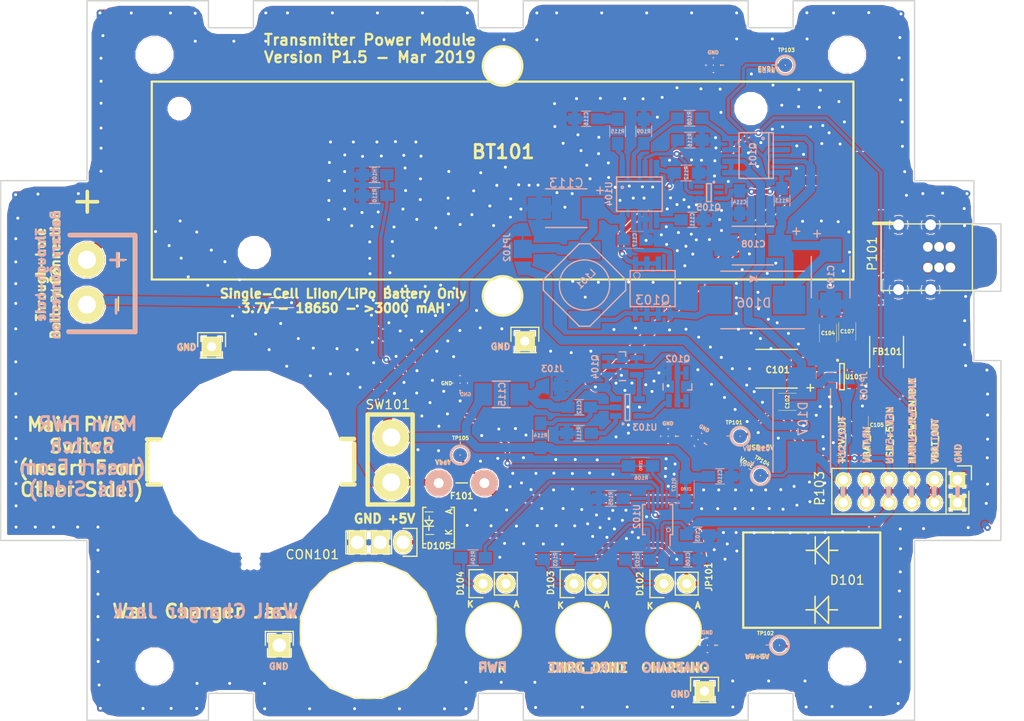
<source format=kicad_pcb>
(kicad_pcb (version 4) (host pcbnew 4.0.6)

  (general
    (links 183)
    (no_connects 0)
    (area 16.124999 29.5989 130.1451 111.00148)
    (thickness 1.6002)
    (drawings 123)
    (tracks 1934)
    (zones 0)
    (modules 107)
    (nets 46)
  )

  (page A4)
  (title_block
    (date 2018-02-18)
    (rev X2A)
  )

  (layers
    (0 F.Cu mixed)
    (31 B.Cu mixed)
    (32 B.Adhes user)
    (33 F.Adhes user)
    (34 B.Paste user)
    (35 F.Paste user)
    (36 B.SilkS user)
    (37 F.SilkS user)
    (38 B.Mask user)
    (39 F.Mask user)
    (40 Dwgs.User user)
    (41 Cmts.User user)
    (42 Eco1.User user)
    (43 Eco2.User user)
    (44 Edge.Cuts user)
    (45 Margin user)
    (46 B.CrtYd user)
    (47 F.CrtYd user)
    (48 B.Fab user)
    (49 F.Fab user)
  )

  (setup
    (last_trace_width 0.25)
    (user_trace_width 0.35)
    (user_trace_width 0.5)
    (user_trace_width 0.75)
    (user_trace_width 1)
    (trace_clearance 0.127)
    (zone_clearance 0.127)
    (zone_45_only yes)
    (trace_min 0.1524)
    (segment_width 0.5)
    (edge_width 0.15)
    (via_size 0.6858)
    (via_drill 0.3302)
    (via_min_size 0.6858)
    (via_min_drill 0.3302)
    (uvia_size 0.3)
    (uvia_drill 0.1)
    (uvias_allowed no)
    (uvia_min_size 0)
    (uvia_min_drill 0)
    (pcb_text_width 0.3)
    (pcb_text_size 1.5 1.5)
    (mod_edge_width 0.15)
    (mod_text_size 1 1)
    (mod_text_width 0.15)
    (pad_size 1.7272 1.7272)
    (pad_drill 1.016)
    (pad_to_mask_clearance 0.07)
    (aux_axis_origin 0 0)
    (visible_elements FFFEFF7F)
    (pcbplotparams
      (layerselection 0x010f0_80000007)
      (usegerberextensions true)
      (excludeedgelayer true)
      (linewidth 0.100000)
      (plotframeref false)
      (viasonmask false)
      (mode 1)
      (useauxorigin false)
      (hpglpennumber 1)
      (hpglpenspeed 20)
      (hpglpendiameter 15)
      (hpglpenoverlay 2)
      (psnegative false)
      (psa4output false)
      (plotreference true)
      (plotvalue true)
      (plotinvisibletext false)
      (padsonsilk false)
      (subtractmaskfromsilk false)
      (outputformat 1)
      (mirror false)
      (drillshape 0)
      (scaleselection 1)
      (outputdirectory "../IF Module/Gerbers/"))
  )

  (net 0 "")
  (net 1 USB_+5V_in)
  (net 2 LiIon_PWR)
  (net 3 BOOST_ENABLE)
  (net 4 "Net-(BT101-Pad2)")
  (net 5 "Net-(BT101-Pad1)")
  (net 6 GND_L8)
  (net 7 "Net-(C104-Pad1)")
  (net 8 "Net-(C106-Pad2)")
  (net 9 "Net-(C107-Pad1)")
  (net 10 "Net-(C108-Pad1)")
  (net 11 "Net-(C111-Pad1)")
  (net 12 "Net-(C112-Pad1)")
  (net 13 "Net-(C113-Pad1)")
  (net 14 "Net-(C114-Pad2)")
  (net 15 "Net-(C116-Pad2)")
  (net 16 "Net-(D101-Pad4)")
  (net 17 "Net-(D102-Pad1)")
  (net 18 "Net-(D103-Pad1)")
  (net 19 "Net-(D104-Pad1)")
  (net 20 "Net-(D106-Pad2)")
  (net 21 "Net-(D107-Pad2)")
  (net 22 "Net-(D107-Pad1)")
  (net 23 "Net-(F101-Pad2)")
  (net 24 "Net-(JP101-Pad2)")
  (net 25 "Net-(JP102-Pad3)")
  (net 26 "Net-(P101-Pad2)")
  (net 27 "Net-(P101-Pad3)")
  (net 28 "Net-(P101-Pad4)")
  (net 29 "Net-(Q101-Pad7)")
  (net 30 "Net-(Q102-Pad1)")
  (net 31 "Net-(Q102-Pad3)")
  (net 32 "Net-(Q103-Pad4)")
  (net 33 "Net-(Q103-Pad1)")
  (net 34 "Net-(Q104-Pad3)")
  (net 35 "Net-(R102-Pad1)")
  (net 36 "Net-(R103-Pad1)")
  (net 37 "Net-(R104-Pad1)")
  (net 38 "Net-(R105-Pad2)")
  (net 39 "Net-(R106-Pad1)")
  (net 40 "Net-(R106-Pad2)")
  (net 41 "Net-(R107-Pad2)")
  (net 42 "Net-(R108-Pad1)")
  (net 43 "Net-(R111-Pad2)")
  (net 44 "Net-(R115-Pad1)")
  (net 45 "Net-(U101-Pad3)")

  (net_class Default "This is the default net class."
    (clearance 0.127)
    (trace_width 0.25)
    (via_dia 0.6858)
    (via_drill 0.3302)
    (uvia_dia 0.3)
    (uvia_drill 0.1)
    (add_net BOOST_ENABLE)
    (add_net GND_L8)
    (add_net LiIon_PWR)
    (add_net "Net-(BT101-Pad1)")
    (add_net "Net-(BT101-Pad2)")
    (add_net "Net-(C104-Pad1)")
    (add_net "Net-(C106-Pad2)")
    (add_net "Net-(C107-Pad1)")
    (add_net "Net-(C108-Pad1)")
    (add_net "Net-(C111-Pad1)")
    (add_net "Net-(C112-Pad1)")
    (add_net "Net-(C113-Pad1)")
    (add_net "Net-(C114-Pad2)")
    (add_net "Net-(C116-Pad2)")
    (add_net "Net-(D101-Pad4)")
    (add_net "Net-(D102-Pad1)")
    (add_net "Net-(D103-Pad1)")
    (add_net "Net-(D104-Pad1)")
    (add_net "Net-(D106-Pad2)")
    (add_net "Net-(D107-Pad1)")
    (add_net "Net-(D107-Pad2)")
    (add_net "Net-(F101-Pad2)")
    (add_net "Net-(JP101-Pad2)")
    (add_net "Net-(JP102-Pad3)")
    (add_net "Net-(P101-Pad2)")
    (add_net "Net-(P101-Pad3)")
    (add_net "Net-(P101-Pad4)")
    (add_net "Net-(Q101-Pad7)")
    (add_net "Net-(Q102-Pad1)")
    (add_net "Net-(Q102-Pad3)")
    (add_net "Net-(Q103-Pad1)")
    (add_net "Net-(Q103-Pad4)")
    (add_net "Net-(Q104-Pad3)")
    (add_net "Net-(R102-Pad1)")
    (add_net "Net-(R103-Pad1)")
    (add_net "Net-(R104-Pad1)")
    (add_net "Net-(R105-Pad2)")
    (add_net "Net-(R106-Pad1)")
    (add_net "Net-(R106-Pad2)")
    (add_net "Net-(R107-Pad2)")
    (add_net "Net-(R108-Pad1)")
    (add_net "Net-(R111-Pad2)")
    (add_net "Net-(R115-Pad1)")
    (add_net "Net-(U101-Pad3)")
    (add_net USB_+5V_in)
  )

  (net_class Power.5 ""
    (clearance 0.127)
    (trace_width 0.5)
    (via_dia 0.6858)
    (via_drill 0.5)
    (uvia_dia 0.3)
    (uvia_drill 0.1)
  )

  (net_class Power.75 ""
    (clearance 0.127)
    (trace_width 0.75)
    (via_dia 1)
    (via_drill 0.75)
    (uvia_dia 0.3)
    (uvia_drill 0.1)
  )

  (net_class Power1.0 ""
    (clearance 0.127)
    (trace_width 1)
    (via_dia 1.3)
    (via_drill 1)
    (uvia_dia 0.3)
    (uvia_drill 0.1)
  )

  (net_class Signal.25 ""
    (clearance 0.127)
    (trace_width 0.25)
    (via_dia 0.6858)
    (via_drill 0.3302)
    (uvia_dia 0.3)
    (uvia_drill 0.1)
  )

  (net_class Signal.35 ""
    (clearance 0.127)
    (trace_width 0.35)
    (via_dia 0.6858)
    (via_drill 0.4302)
    (uvia_dia 0.3)
    (uvia_drill 0.1)
  )

  (module Mounting_Holes:NP_Thru_Hole_0.5mm (layer F.Cu) (tedit 59E653AA) (tstamp 5C8C0907)
    (at 44.73 91.62)
    (descr "Mounting hole, Befestigungsbohrung, 2,5mm, No Annular, Kein Restring,")
    (tags "Mounting hole, Befestigungsbohrung, 2,5mm, No Annular, Kein Restring,")
    (fp_text reference REF** (at 0 -3.50012) (layer F.SilkS) hide
      (effects (font (size 1 1) (thickness 0.15)))
    )
    (fp_text value MountingHole_1mm_Outlined (at 0.09906 3.59918) (layer F.Fab)
      (effects (font (size 1 1) (thickness 0.15)))
    )
    (pad "" np_thru_hole circle (at 0 0) (size 0.5 0.5) (drill 0.5) (layers *.Cu *.Mask))
  )

  (module Mounting_Holes:NP_Thru_Hole_0.5mm (layer F.Cu) (tedit 59E653AA) (tstamp 5C8C08FD)
    (at 44.72 92.31)
    (descr "Mounting hole, Befestigungsbohrung, 2,5mm, No Annular, Kein Restring,")
    (tags "Mounting hole, Befestigungsbohrung, 2,5mm, No Annular, Kein Restring,")
    (fp_text reference REF** (at 0 -3.50012) (layer F.SilkS) hide
      (effects (font (size 1 1) (thickness 0.15)))
    )
    (fp_text value MountingHole_1mm_Outlined (at 0.09906 3.59918) (layer F.Fab)
      (effects (font (size 1 1) (thickness 0.15)))
    )
    (pad "" np_thru_hole circle (at 0 0) (size 0.5 0.5) (drill 0.5) (layers *.Cu *.Mask))
  )

  (module Mounting_Holes:NP_Thru_Hole_0.5mm (layer F.Cu) (tedit 59E653AA) (tstamp 5C8C08F8)
    (at 43.97 92.96)
    (descr "Mounting hole, Befestigungsbohrung, 2,5mm, No Annular, Kein Restring,")
    (tags "Mounting hole, Befestigungsbohrung, 2,5mm, No Annular, Kein Restring,")
    (fp_text reference REF** (at 0 -3.50012) (layer F.SilkS) hide
      (effects (font (size 1 1) (thickness 0.15)))
    )
    (fp_text value MountingHole_1mm_Outlined (at 0.09906 3.59918) (layer F.Fab)
      (effects (font (size 1 1) (thickness 0.15)))
    )
    (pad "" np_thru_hole circle (at 0 0) (size 0.5 0.5) (drill 0.5) (layers *.Cu *.Mask))
  )

  (module Mounting_Holes:NP_Thru_Hole_0.5mm (layer F.Cu) (tedit 59E653AA) (tstamp 5C8C08F3)
    (at 44.71 92.95)
    (descr "Mounting hole, Befestigungsbohrung, 2,5mm, No Annular, Kein Restring,")
    (tags "Mounting hole, Befestigungsbohrung, 2,5mm, No Annular, Kein Restring,")
    (fp_text reference REF** (at 0 -3.50012) (layer F.SilkS) hide
      (effects (font (size 1 1) (thickness 0.15)))
    )
    (fp_text value MountingHole_1mm_Outlined (at 0.09906 3.59918) (layer F.Fab)
      (effects (font (size 1 1) (thickness 0.15)))
    )
    (pad "" np_thru_hole circle (at 0 0) (size 0.5 0.5) (drill 0.5) (layers *.Cu *.Mask))
  )

  (module Mounting_Holes:NP_Thru_Hole_0.5mm (layer F.Cu) (tedit 59E653AA) (tstamp 5C8C08EE)
    (at 43.25 92.95)
    (descr "Mounting hole, Befestigungsbohrung, 2,5mm, No Annular, Kein Restring,")
    (tags "Mounting hole, Befestigungsbohrung, 2,5mm, No Annular, Kein Restring,")
    (fp_text reference REF** (at 0 -3.50012) (layer F.SilkS) hide
      (effects (font (size 1 1) (thickness 0.15)))
    )
    (fp_text value MountingHole_1mm_Outlined (at 0.09906 3.59918) (layer F.Fab)
      (effects (font (size 1 1) (thickness 0.15)))
    )
    (pad "" np_thru_hole circle (at 0 0) (size 0.5 0.5) (drill 0.5) (layers *.Cu *.Mask))
  )

  (module Mounting_Holes:NP_Thru_Hole_0.5mm (layer F.Cu) (tedit 59E653AA) (tstamp 5C8C08E9)
    (at 43.25 92.31)
    (descr "Mounting hole, Befestigungsbohrung, 2,5mm, No Annular, Kein Restring,")
    (tags "Mounting hole, Befestigungsbohrung, 2,5mm, No Annular, Kein Restring,")
    (fp_text reference REF** (at 0 -3.50012) (layer F.SilkS) hide
      (effects (font (size 1 1) (thickness 0.15)))
    )
    (fp_text value MountingHole_1mm_Outlined (at 0.09906 3.59918) (layer F.Fab)
      (effects (font (size 1 1) (thickness 0.15)))
    )
    (pad "" np_thru_hole circle (at 0 0) (size 0.5 0.5) (drill 0.5) (layers *.Cu *.Mask))
  )

  (module Mounting_Holes:NP_Thru_Hole_0.5mm (layer F.Cu) (tedit 59E653AA) (tstamp 5C8A49AB)
    (at 54.27 79.22)
    (descr "Mounting hole, Befestigungsbohrung, 2,5mm, No Annular, Kein Restring,")
    (tags "Mounting hole, Befestigungsbohrung, 2,5mm, No Annular, Kein Restring,")
    (fp_text reference REF** (at 0 -3.50012) (layer F.SilkS) hide
      (effects (font (size 1 1) (thickness 0.15)))
    )
    (fp_text value MountingHole_1mm_Outlined (at 0.09906 3.59918) (layer F.Fab)
      (effects (font (size 1 1) (thickness 0.15)))
    )
    (pad "" np_thru_hole circle (at 0 0) (size 0.5 0.5) (drill 0.5) (layers *.Cu *.Mask))
  )

  (module Mounting_Holes:NP_Thru_Hole_0.5mm (layer F.Cu) (tedit 59E653AA) (tstamp 5C8A49A7)
    (at 54.99 79.85)
    (descr "Mounting hole, Befestigungsbohrung, 2,5mm, No Annular, Kein Restring,")
    (tags "Mounting hole, Befestigungsbohrung, 2,5mm, No Annular, Kein Restring,")
    (fp_text reference REF** (at 0 -3.50012) (layer F.SilkS) hide
      (effects (font (size 1 1) (thickness 0.15)))
    )
    (fp_text value MountingHole_1mm_Outlined (at 0.09906 3.59918) (layer F.Fab)
      (effects (font (size 1 1) (thickness 0.15)))
    )
    (pad "" np_thru_hole circle (at 0 0) (size 0.5 0.5) (drill 0.5) (layers *.Cu *.Mask))
  )

  (module Mounting_Holes:NP_Thru_Hole_0.5mm (layer F.Cu) (tedit 59E653AA) (tstamp 5C8A49A3)
    (at 55 80.48)
    (descr "Mounting hole, Befestigungsbohrung, 2,5mm, No Annular, Kein Restring,")
    (tags "Mounting hole, Befestigungsbohrung, 2,5mm, No Annular, Kein Restring,")
    (fp_text reference REF** (at 0 -3.50012) (layer F.SilkS) hide
      (effects (font (size 1 1) (thickness 0.15)))
    )
    (fp_text value MountingHole_1mm_Outlined (at 0.09906 3.59918) (layer F.Fab)
      (effects (font (size 1 1) (thickness 0.15)))
    )
    (pad "" np_thru_hole circle (at 0 0) (size 0.5 0.5) (drill 0.5) (layers *.Cu *.Mask))
  )

  (module Mounting_Holes:NP_Thru_Hole_0.5mm (layer F.Cu) (tedit 59E653AA) (tstamp 5C8A499F)
    (at 54.99 81.23)
    (descr "Mounting hole, Befestigungsbohrung, 2,5mm, No Annular, Kein Restring,")
    (tags "Mounting hole, Befestigungsbohrung, 2,5mm, No Annular, Kein Restring,")
    (fp_text reference REF** (at 0 -3.50012) (layer F.SilkS) hide
      (effects (font (size 1 1) (thickness 0.15)))
    )
    (fp_text value MountingHole_1mm_Outlined (at 0.09906 3.59918) (layer F.Fab)
      (effects (font (size 1 1) (thickness 0.15)))
    )
    (pad "" np_thru_hole circle (at 0 0) (size 0.5 0.5) (drill 0.5) (layers *.Cu *.Mask))
  )

  (module Mounting_Holes:NP_Thru_Hole_0.5mm (layer F.Cu) (tedit 59E653AA) (tstamp 5C8A499B)
    (at 54.99 82)
    (descr "Mounting hole, Befestigungsbohrung, 2,5mm, No Annular, Kein Restring,")
    (tags "Mounting hole, Befestigungsbohrung, 2,5mm, No Annular, Kein Restring,")
    (fp_text reference REF** (at 0 -3.50012) (layer F.SilkS) hide
      (effects (font (size 1 1) (thickness 0.15)))
    )
    (fp_text value MountingHole_1mm_Outlined (at 0.09906 3.59918) (layer F.Fab)
      (effects (font (size 1 1) (thickness 0.15)))
    )
    (pad "" np_thru_hole circle (at 0 0) (size 0.5 0.5) (drill 0.5) (layers *.Cu *.Mask))
  )

  (module Mounting_Holes:NP_Thru_Hole_0.5mm (layer F.Cu) (tedit 59E653AA) (tstamp 5C8A4997)
    (at 54.99 82.63)
    (descr "Mounting hole, Befestigungsbohrung, 2,5mm, No Annular, Kein Restring,")
    (tags "Mounting hole, Befestigungsbohrung, 2,5mm, No Annular, Kein Restring,")
    (fp_text reference REF** (at 0 -3.50012) (layer F.SilkS) hide
      (effects (font (size 1 1) (thickness 0.15)))
    )
    (fp_text value MountingHole_1mm_Outlined (at 0.09906 3.59918) (layer F.Fab)
      (effects (font (size 1 1) (thickness 0.15)))
    )
    (pad "" np_thru_hole circle (at 0 0) (size 0.5 0.5) (drill 0.5) (layers *.Cu *.Mask))
  )

  (module Mounting_Holes:NP_Thru_Hole_0.5mm (layer F.Cu) (tedit 59E653AA) (tstamp 5C8A4993)
    (at 54.29 83.26)
    (descr "Mounting hole, Befestigungsbohrung, 2,5mm, No Annular, Kein Restring,")
    (tags "Mounting hole, Befestigungsbohrung, 2,5mm, No Annular, Kein Restring,")
    (fp_text reference REF** (at 0 -3.50012) (layer F.SilkS) hide
      (effects (font (size 1 1) (thickness 0.15)))
    )
    (fp_text value MountingHole_1mm_Outlined (at 0.09906 3.59918) (layer F.Fab)
      (effects (font (size 1 1) (thickness 0.15)))
    )
    (pad "" np_thru_hole circle (at 0 0) (size 0.5 0.5) (drill 0.5) (layers *.Cu *.Mask))
  )

  (module Mounting_Holes:NP_Thru_Hole_0.5mm (layer F.Cu) (tedit 59E653AA) (tstamp 5C8A498F)
    (at 54.99 79.22)
    (descr "Mounting hole, Befestigungsbohrung, 2,5mm, No Annular, Kein Restring,")
    (tags "Mounting hole, Befestigungsbohrung, 2,5mm, No Annular, Kein Restring,")
    (fp_text reference REF** (at 0 -3.50012) (layer F.SilkS) hide
      (effects (font (size 1 1) (thickness 0.15)))
    )
    (fp_text value MountingHole_1mm_Outlined (at 0.09906 3.59918) (layer F.Fab)
      (effects (font (size 1 1) (thickness 0.15)))
    )
    (pad "" np_thru_hole circle (at 0 0) (size 0.5 0.5) (drill 0.5) (layers *.Cu *.Mask))
  )

  (module Mounting_Holes:NP_Thru_Hole_0.5mm (layer F.Cu) (tedit 59E653AA) (tstamp 5C8A498B)
    (at 54.99 83.26)
    (descr "Mounting hole, Befestigungsbohrung, 2,5mm, No Annular, Kein Restring,")
    (tags "Mounting hole, Befestigungsbohrung, 2,5mm, No Annular, Kein Restring,")
    (fp_text reference REF** (at 0 -3.50012) (layer F.SilkS) hide
      (effects (font (size 1 1) (thickness 0.15)))
    )
    (fp_text value MountingHole_1mm_Outlined (at 0.09906 3.59918) (layer F.Fab)
      (effects (font (size 1 1) (thickness 0.15)))
    )
    (pad "" np_thru_hole circle (at 0 0) (size 0.5 0.5) (drill 0.5) (layers *.Cu *.Mask))
  )

  (module Mounting_Holes:NP_Thru_Hole_0.5mm (layer F.Cu) (tedit 59E653AA) (tstamp 5C8A4975)
    (at 33.7 83.28)
    (descr "Mounting hole, Befestigungsbohrung, 2,5mm, No Annular, Kein Restring,")
    (tags "Mounting hole, Befestigungsbohrung, 2,5mm, No Annular, Kein Restring,")
    (fp_text reference REF** (at 0 -3.50012) (layer F.SilkS) hide
      (effects (font (size 1 1) (thickness 0.15)))
    )
    (fp_text value MountingHole_1mm_Outlined (at 0.09906 3.59918) (layer F.Fab)
      (effects (font (size 1 1) (thickness 0.15)))
    )
    (pad "" np_thru_hole circle (at 0 0) (size 0.5 0.5) (drill 0.5) (layers *.Cu *.Mask))
  )

  (module Mounting_Holes:NP_Thru_Hole_0.5mm (layer F.Cu) (tedit 59E653AA) (tstamp 5C8A4970)
    (at 33.68 79.26)
    (descr "Mounting hole, Befestigungsbohrung, 2,5mm, No Annular, Kein Restring,")
    (tags "Mounting hole, Befestigungsbohrung, 2,5mm, No Annular, Kein Restring,")
    (fp_text reference REF** (at 0 -3.50012) (layer F.SilkS) hide
      (effects (font (size 1 1) (thickness 0.15)))
    )
    (fp_text value MountingHole_1mm_Outlined (at 0.09906 3.59918) (layer F.Fab)
      (effects (font (size 1 1) (thickness 0.15)))
    )
    (pad "" np_thru_hole circle (at 0 0) (size 0.5 0.5) (drill 0.5) (layers *.Cu *.Mask))
  )

  (module Mounting_Holes:NP_Thru_Hole_0.5mm (layer F.Cu) (tedit 59E653AA) (tstamp 5C8A496B)
    (at 33.01 83.27)
    (descr "Mounting hole, Befestigungsbohrung, 2,5mm, No Annular, Kein Restring,")
    (tags "Mounting hole, Befestigungsbohrung, 2,5mm, No Annular, Kein Restring,")
    (fp_text reference REF** (at 0 -3.50012) (layer F.SilkS) hide
      (effects (font (size 1 1) (thickness 0.15)))
    )
    (fp_text value MountingHole_1mm_Outlined (at 0.09906 3.59918) (layer F.Fab)
      (effects (font (size 1 1) (thickness 0.15)))
    )
    (pad "" np_thru_hole circle (at 0 0) (size 0.5 0.5) (drill 0.5) (layers *.Cu *.Mask))
  )

  (module Mounting_Holes:NP_Thru_Hole_0.5mm (layer F.Cu) (tedit 59E653AA) (tstamp 5C8A4966)
    (at 33.02 82.64)
    (descr "Mounting hole, Befestigungsbohrung, 2,5mm, No Annular, Kein Restring,")
    (tags "Mounting hole, Befestigungsbohrung, 2,5mm, No Annular, Kein Restring,")
    (fp_text reference REF** (at 0 -3.50012) (layer F.SilkS) hide
      (effects (font (size 1 1) (thickness 0.15)))
    )
    (fp_text value MountingHole_1mm_Outlined (at 0.09906 3.59918) (layer F.Fab)
      (effects (font (size 1 1) (thickness 0.15)))
    )
    (pad "" np_thru_hole circle (at 0 0) (size 0.5 0.5) (drill 0.5) (layers *.Cu *.Mask))
  )

  (module Mounting_Holes:NP_Thru_Hole_0.5mm (layer F.Cu) (tedit 59E653AA) (tstamp 5C8A4961)
    (at 33.02 82.01)
    (descr "Mounting hole, Befestigungsbohrung, 2,5mm, No Annular, Kein Restring,")
    (tags "Mounting hole, Befestigungsbohrung, 2,5mm, No Annular, Kein Restring,")
    (fp_text reference REF** (at 0 -3.50012) (layer F.SilkS) hide
      (effects (font (size 1 1) (thickness 0.15)))
    )
    (fp_text value MountingHole_1mm_Outlined (at 0.09906 3.59918) (layer F.Fab)
      (effects (font (size 1 1) (thickness 0.15)))
    )
    (pad "" np_thru_hole circle (at 0 0) (size 0.5 0.5) (drill 0.5) (layers *.Cu *.Mask))
  )

  (module Mounting_Holes:NP_Thru_Hole_0.5mm (layer F.Cu) (tedit 59E653AA) (tstamp 5C8A495C)
    (at 33.01 81.24)
    (descr "Mounting hole, Befestigungsbohrung, 2,5mm, No Annular, Kein Restring,")
    (tags "Mounting hole, Befestigungsbohrung, 2,5mm, No Annular, Kein Restring,")
    (fp_text reference REF** (at 0 -3.50012) (layer F.SilkS) hide
      (effects (font (size 1 1) (thickness 0.15)))
    )
    (fp_text value MountingHole_1mm_Outlined (at 0.09906 3.59918) (layer F.Fab)
      (effects (font (size 1 1) (thickness 0.15)))
    )
    (pad "" np_thru_hole circle (at 0 0) (size 0.5 0.5) (drill 0.5) (layers *.Cu *.Mask))
  )

  (module Mounting_Holes:NP_Thru_Hole_0.5mm (layer F.Cu) (tedit 59E653AA) (tstamp 5C8A4955)
    (at 33 80.51)
    (descr "Mounting hole, Befestigungsbohrung, 2,5mm, No Annular, Kein Restring,")
    (tags "Mounting hole, Befestigungsbohrung, 2,5mm, No Annular, Kein Restring,")
    (fp_text reference REF** (at 0 -3.50012) (layer F.SilkS) hide
      (effects (font (size 1 1) (thickness 0.15)))
    )
    (fp_text value MountingHole_1mm_Outlined (at 0.09906 3.59918) (layer F.Fab)
      (effects (font (size 1 1) (thickness 0.15)))
    )
    (pad "" np_thru_hole circle (at 0 0) (size 0.5 0.5) (drill 0.5) (layers *.Cu *.Mask))
  )

  (module Mounting_Holes:NP_Thru_Hole_0.5mm (layer F.Cu) (tedit 59E653AA) (tstamp 5C8A4950)
    (at 32.99 79.87)
    (descr "Mounting hole, Befestigungsbohrung, 2,5mm, No Annular, Kein Restring,")
    (tags "Mounting hole, Befestigungsbohrung, 2,5mm, No Annular, Kein Restring,")
    (fp_text reference REF** (at 0 -3.50012) (layer F.SilkS) hide
      (effects (font (size 1 1) (thickness 0.15)))
    )
    (fp_text value MountingHole_1mm_Outlined (at 0.09906 3.59918) (layer F.Fab)
      (effects (font (size 1 1) (thickness 0.15)))
    )
    (pad "" np_thru_hole circle (at 0 0) (size 0.5 0.5) (drill 0.5) (layers *.Cu *.Mask))
  )

  (module Pin_Headers:Pin_Header_Straight_1x01 (layer F.Cu) (tedit 5C82E01C) (tstamp 5A8A2FA6)
    (at 47.18 101.66)
    (descr "Through hole pin header")
    (tags "pin header")
    (path /59FE205E)
    (fp_text reference J1001 (at 0 -5.1) (layer F.SilkS) hide
      (effects (font (size 1 1) (thickness 0.15)))
    )
    (fp_text value CONN_01X01 (at 0 -3.1) (layer F.Fab)
      (effects (font (size 1 1) (thickness 0.15)))
    )
    (fp_line (start 1.55 -1.55) (end 1.55 0) (layer F.SilkS) (width 0.15))
    (fp_line (start -1.75 -1.75) (end -1.75 1.75) (layer F.CrtYd) (width 0.05))
    (fp_line (start 1.75 -1.75) (end 1.75 1.75) (layer F.CrtYd) (width 0.05))
    (fp_line (start -1.75 -1.75) (end 1.75 -1.75) (layer F.CrtYd) (width 0.05))
    (fp_line (start -1.75 1.75) (end 1.75 1.75) (layer F.CrtYd) (width 0.05))
    (fp_line (start -1.55 0) (end -1.55 -1.55) (layer F.SilkS) (width 0.15))
    (fp_line (start -1.55 -1.55) (end 1.55 -1.55) (layer F.SilkS) (width 0.15))
    (fp_line (start -1.27 1.27) (end 1.27 1.27) (layer F.SilkS) (width 0.15))
    (pad 1 thru_hole rect (at 0 0) (size 2.5 2.5) (drill 1.5) (layers *.Cu *.Mask F.SilkS)
      (net 6 GND_L8) (zone_connect 1) (thermal_width 0.6) (thermal_gap 0.15))
    (model Pin_Headers.3dshapes/Pin_Header_Straight_1x01.wrl
      (at (xyz 0 0 0))
      (scale (xyz 1 1 1))
      (rotate (xyz 0 0 90))
    )
  )

  (module Pin_Headers:Pin_Header_Straight_1x03 (layer F.Cu) (tedit 5C82DFBE) (tstamp 5A01407D)
    (at 60.93 90.21 270)
    (descr "Through hole pin header")
    (tags "pin header")
    (path /59568459)
    (fp_text reference CON101 (at 1.36 10.08 360) (layer F.SilkS)
      (effects (font (size 1 1) (thickness 0.15)))
    )
    (fp_text value EJ508A (at 0 -3.1 270) (layer F.Fab)
      (effects (font (size 1 1) (thickness 0.15)))
    )
    (fp_line (start -1.75 -1.75) (end -1.75 6.85) (layer F.CrtYd) (width 0.05))
    (fp_line (start 1.75 -1.75) (end 1.75 6.85) (layer F.CrtYd) (width 0.05))
    (fp_line (start -1.75 -1.75) (end 1.75 -1.75) (layer F.CrtYd) (width 0.05))
    (fp_line (start -1.75 6.85) (end 1.75 6.85) (layer F.CrtYd) (width 0.05))
    (fp_line (start -1.27 1.27) (end -1.27 6.35) (layer F.SilkS) (width 0.15))
    (fp_line (start -1.27 6.35) (end 1.27 6.35) (layer F.SilkS) (width 0.15))
    (fp_line (start 1.27 6.35) (end 1.27 1.27) (layer F.SilkS) (width 0.15))
    (fp_line (start 1.55 -1.55) (end 1.55 0) (layer F.SilkS) (width 0.15))
    (fp_line (start 1.27 1.27) (end -1.27 1.27) (layer F.SilkS) (width 0.15))
    (fp_line (start -1.55 0) (end -1.55 -1.55) (layer F.SilkS) (width 0.15))
    (fp_line (start -1.55 -1.55) (end 1.55 -1.55) (layer F.SilkS) (width 0.15))
    (pad 1 thru_hole oval (at 0 0 270) (size 2.5 2) (drill 1.5) (layers *.Cu *.Mask F.SilkS)
      (net 8 "Net-(C106-Pad2)"))
    (pad 2 thru_hole rect (at 0 2.54 270) (size 2.5 2) (drill 1.5) (layers *.Cu *.Mask F.SilkS)
      (net 6 GND_L8) (zone_connect 1) (thermal_width 0.6) (thermal_gap 0.15))
    (pad 3 thru_hole rect (at 0 5.08 270) (size 2.5 2) (drill 1.5) (layers *.Cu *.Mask F.SilkS)
      (net 6 GND_L8) (zone_connect 1) (thermal_width 0.6) (thermal_gap 0.15))
    (model Pin_Headers.3dshapes/Pin_Header_Straight_1x03.wrl
      (at (xyz 0 -0.1 0))
      (scale (xyz 1 1 1))
      (rotate (xyz 0 0 90))
    )
  )

  (module Wire_Connections_Bridges:PolarizedConnection_2.00mmDrill (layer F.Cu) (tedit 5C82DA1D) (tstamp 59605C5E)
    (at 59.62 78.54 270)
    (descr "PolarizedConnection with 2mm drill")
    (path /5913DDEC)
    (fp_text reference SW101 (at -3.64 0.37 360) (layer F.SilkS)
      (effects (font (size 1 1) (thickness 0.15)))
    )
    (fp_text value "Main Pwr" (at 4.953 5.207 270) (layer F.Fab)
      (effects (font (size 1 1) (thickness 0.15)))
    )
    (pad 1 thru_hole circle (at 0 0 270) (size 4.0005 4.0005) (drill 1.99898) (layers *.Cu *.Mask F.SilkS)
      (net 5 "Net-(BT101-Pad1)"))
    (pad 2 thru_hole circle (at 5 0 270) (size 4.0005 4.0005) (drill 1.99898) (layers *.Cu *.Mask F.SilkS)
      (net 2 LiIon_PWR))
  )

  (module Mounting_Holes:MountingHole_20mm_Outlined (layer F.Cu) (tedit 5C82CDEC) (tstamp 5A012F1F)
    (at 44 81.25)
    (descr "Mounting hole, Befestigungsbohrung, 6mm, No Annular, Kein Restring,")
    (tags "Mounting hole, Befestigungsbohrung, 6mm, No Annular, Kein Restring,")
    (fp_text reference REF** (at -0.0254 -11.5443) (layer F.SilkS) hide
      (effects (font (size 1 1) (thickness 0.15)))
    )
    (fp_text value MountingHole_20mm_Outlined (at 0.2794 11.8872) (layer F.Fab)
      (effects (font (size 1 1) (thickness 0.15)))
    )
    (pad "" np_thru_hole circle (at 0 0) (size 20 20) (drill 20) (layers *.Cu *.Mask))
  )

  (module Resistors_SMD:Zero_Ohm_0805_HandSoldering (layer B.Cu) (tedit 5C827561) (tstamp 59605B0E)
    (at 87.33 81.72)
    (descr "Resistor SMD 0805, hand soldering")
    (tags "resistor 0805")
    (path /59186978)
    (attr smd)
    (fp_text reference R106 (at 0.08382 1.3208 180) (layer B.SilkS)
      (effects (font (size 0.4 0.4) (thickness 0.1)) (justify mirror))
    )
    (fp_text value 0 (at 0 -2.1) (layer B.Fab)
      (effects (font (size 1 1) (thickness 0.15)) (justify mirror))
    )
    (fp_text user ZERO (at 0.04 -0.05 90) (layer B.SilkS)
      (effects (font (size 0.3 0.3) (thickness 0.075)) (justify mirror))
    )
    (fp_line (start -1.35382 0.00508) (end 1.37922 -0.01524) (layer B.Cu) (width 0.25))
    (fp_line (start -2.4 1) (end 2.4 1) (layer B.CrtYd) (width 0.05))
    (fp_line (start -2.4 -1) (end 2.4 -1) (layer B.CrtYd) (width 0.05))
    (fp_line (start -2.4 1) (end -2.4 -1) (layer B.CrtYd) (width 0.05))
    (fp_line (start 2.4 1) (end 2.4 -1) (layer B.CrtYd) (width 0.05))
    (fp_line (start 1 -0.9512) (end -1 -0.9512) (layer B.SilkS) (width 0.05))
    (fp_line (start -1 0.9639) (end 1 0.9639) (layer B.SilkS) (width 0.05))
    (pad 1 smd rect (at -1.35 0) (size 1.5 1.3) (layers B.Cu B.Paste B.Mask)
      (net 39 "Net-(R106-Pad1)"))
    (pad 2 smd rect (at 1.35 0) (size 1.5 1.3) (layers B.Cu B.Paste B.Mask)
      (net 40 "Net-(R106-Pad2)"))
    (model Resistors_SMD.3dshapes/R_0805_HandSoldering.wrl
      (at (xyz 0 0 0))
      (scale (xyz 1 1 1))
      (rotate (xyz 0 0 0))
    )
  )

  (module Resistors_SMD:Zero_Ohm_0805_HandSoldering (layer B.Cu) (tedit 5C827525) (tstamp 59605B1A)
    (at 92.35 84.29 270)
    (descr "Resistor SMD 0805, hand soldering")
    (tags "resistor 0805")
    (path /5918A783)
    (attr smd)
    (fp_text reference R107 (at -0.49 1.29 450) (layer B.SilkS)
      (effects (font (size 0.4 0.4) (thickness 0.1)) (justify mirror))
    )
    (fp_text value 0 (at 0 -2.1 270) (layer B.Fab)
      (effects (font (size 1 1) (thickness 0.15)) (justify mirror))
    )
    (fp_text user ZERO (at 0 -0.05 360) (layer B.SilkS)
      (effects (font (size 0.3 0.3) (thickness 0.075)) (justify mirror))
    )
    (fp_line (start -1.35382 0.00508) (end 1.37922 -0.01524) (layer B.Cu) (width 0.35))
    (fp_line (start -2.4 1) (end 2.4 1) (layer B.CrtYd) (width 0.05))
    (fp_line (start -2.4 -1) (end 2.4 -1) (layer B.CrtYd) (width 0.05))
    (fp_line (start -2.4 1) (end -2.4 -1) (layer B.CrtYd) (width 0.05))
    (fp_line (start 2.4 1) (end 2.4 -1) (layer B.CrtYd) (width 0.05))
    (fp_line (start 1 -0.9512) (end -1 -0.9512) (layer B.SilkS) (width 0.05))
    (fp_line (start -1 0.9639) (end 1 0.9639) (layer B.SilkS) (width 0.05))
    (pad 1 smd rect (at -1.35 0 270) (size 1.5 1.3) (layers B.Cu B.Paste B.Mask)
      (net 5 "Net-(BT101-Pad1)"))
    (pad 2 smd rect (at 1.35 0 270) (size 1.5 1.3) (layers B.Cu B.Paste B.Mask)
      (net 41 "Net-(R107-Pad2)"))
    (model Resistors_SMD.3dshapes/R_0805_HandSoldering.wrl
      (at (xyz 0 0 0))
      (scale (xyz 1 1 1))
      (rotate (xyz 0 0 0))
    )
  )

  (module Wire_Connections_Bridges:PolarizedConnection_2.00mmDrill (layer F.Cu) (tedit 5C74A505) (tstamp 5A02023E)
    (at 25.79 58.79 270)
    (descr "PolarizedConnection with 2mm drill")
    (path /5A0207BD)
    (fp_text reference P102 (at 2.921 3.429 270) (layer F.SilkS)
      (effects (font (size 1 1) (thickness 0.15)))
    )
    (fp_text value CONN_01X02 (at 4.953 5.207 270) (layer F.Fab)
      (effects (font (size 1 1) (thickness 0.15)))
    )
    (fp_text user - (at 4.9022 -3.3401 270) (layer F.SilkS)
      (effects (font (size 2.032 2.032) (thickness 0.15)))
    )
    (fp_text user + (at 0 -3.429 270) (layer F.SilkS)
      (effects (font (size 2.032 2.032) (thickness 0.15)))
    )
    (pad 1 thru_hole circle (at 0 0 270) (size 4.0005 4.0005) (drill 1.99898) (layers *.Cu *.Mask F.SilkS)
      (net 5 "Net-(BT101-Pad1)"))
    (pad 2 thru_hole circle (at 5 0 270) (size 4.0005 4.0005) (drill 1.99898) (layers *.Cu *.Mask F.SilkS)
      (net 4 "Net-(BT101-Pad2)"))
  )

  (module Mounting_Holes:MountingHole_6mm_outlined (layer F.Cu) (tedit 5A0127D8) (tstamp 5A00BFF5)
    (at 89 100)
    (descr "Mounting hole, Befestigungsbohrung, 6mm, No Annular, Kein Restring,")
    (tags "Mounting hole, Befestigungsbohrung, 6mm, No Annular, Kein Restring,")
    (fp_text reference REF** (at 0 -8.001) (layer F.SilkS) hide
      (effects (font (size 1 1) (thickness 0.15)))
    )
    (fp_text value MountingHole_6mm (at 1.00076 8.001) (layer F.Fab)
      (effects (font (size 1 1) (thickness 0.15)))
    )
    (fp_circle (center 2 0) (end 4.15 2.15) (layer F.SilkS) (width 0.25))
    (pad "" np_thru_hole circle (at 2 0) (size 6 6) (drill 6) (layers *.Cu *.Mask))
  )

  (module Mounting_Holes:MountingHole_6mm_outlined (layer F.Cu) (tedit 5A0127BC) (tstamp 5A00BFE5)
    (at 79 100)
    (descr "Mounting hole, Befestigungsbohrung, 6mm, No Annular, Kein Restring,")
    (tags "Mounting hole, Befestigungsbohrung, 6mm, No Annular, Kein Restring,")
    (fp_text reference REF** (at 0 -8.001) (layer F.SilkS) hide
      (effects (font (size 1 1) (thickness 0.15)))
    )
    (fp_text value MountingHole_6mm (at 1.00076 8.001) (layer F.Fab)
      (effects (font (size 1 1) (thickness 0.15)))
    )
    (fp_circle (center 2 0) (end 4.15 2.15) (layer F.SilkS) (width 0.25))
    (pad "" np_thru_hole circle (at 2 0) (size 6 6) (drill 6) (layers *.Cu *.Mask))
  )

  (module Mounting_Holes:MountingHole_6mm_outlined (layer F.Cu) (tedit 5A01279B) (tstamp 5A00BFD6)
    (at 69 100)
    (descr "Mounting hole, Befestigungsbohrung, 6mm, No Annular, Kein Restring,")
    (tags "Mounting hole, Befestigungsbohrung, 6mm, No Annular, Kein Restring,")
    (fp_text reference REF** (at 0 -8.001) (layer F.SilkS) hide
      (effects (font (size 1 1) (thickness 0.15)))
    )
    (fp_text value MountingHole_6mm (at 1.00076 8.001) (layer F.Fab)
      (effects (font (size 1 1) (thickness 0.15)))
    )
    (fp_circle (center 2 0) (end 4.15 2.15) (layer F.SilkS) (width 0.25))
    (pad "" np_thru_hole circle (at 2 0) (size 6 6) (drill 6) (layers *.Cu *.Mask))
  )

  (module Pin_Headers:Pin_Header_Straight_2x06 (layer F.Cu) (tedit 5C86CDA3) (tstamp 5A8A2BA4)
    (at 122.57 83.26 270)
    (descr "Through hole pin header")
    (tags "pin header")
    (path /5A8864BA)
    (fp_text reference P103 (at 0.95 15.34 270) (layer F.SilkS)
      (effects (font (size 1 1) (thickness 0.15)))
    )
    (fp_text value "To Transmitter Board" (at 0 -3.1 270) (layer F.Fab)
      (effects (font (size 1 1) (thickness 0.15)))
    )
    (fp_line (start 0.9271 0.0127) (end 1.6129 0.0127) (layer F.SilkS) (width 0.25))
    (fp_line (start 0.9398 12.7254) (end 1.6256 12.7254) (layer F.SilkS) (width 0.25))
    (fp_line (start 0.9144 10.1854) (end 1.6002 10.1854) (layer F.SilkS) (width 0.25))
    (fp_line (start 0.9398 7.5819) (end 1.6256 7.5819) (layer F.SilkS) (width 0.25))
    (fp_line (start 0.9398 5.1308) (end 1.6256 5.1308) (layer F.SilkS) (width 0.25))
    (fp_line (start 0.9017 2.5781) (end 1.5875 2.5781) (layer F.SilkS) (width 0.25))
    (fp_line (start 3.7846 1.27) (end 1.2446 1.27) (layer F.SilkS) (width 0.15))
    (fp_line (start -1.75 -1.75) (end -1.75 14.45) (layer F.CrtYd) (width 0.05))
    (fp_line (start 4.3 -1.75) (end 4.3 14.45) (layer F.CrtYd) (width 0.05))
    (fp_line (start -1.75 -1.75) (end 4.3 -1.75) (layer F.CrtYd) (width 0.05))
    (fp_line (start -1.75 14.45) (end 4.3 14.45) (layer F.CrtYd) (width 0.05))
    (fp_line (start 3.81 13.97) (end 3.81 -1.27) (layer F.SilkS) (width 0.15))
    (fp_line (start -1.27 1.27) (end -1.27 13.97) (layer F.SilkS) (width 0.15))
    (fp_line (start 3.81 13.97) (end -1.27 13.97) (layer F.SilkS) (width 0.15))
    (fp_line (start 3.81 -1.27) (end 1.27 -1.27) (layer F.SilkS) (width 0.15))
    (fp_line (start 0 -1.55) (end -1.55 -1.55) (layer F.SilkS) (width 0.15))
    (fp_line (start 1.27 1.27) (end -1.27 1.27) (layer F.SilkS) (width 0.15))
    (fp_line (start -1.55 -1.55) (end -1.55 0) (layer F.SilkS) (width 0.15))
    (pad 1 thru_hole rect (at 0 0 270) (size 1.7272 1.7272) (drill 1.016) (layers *.Cu *.Mask F.SilkS)
      (net 6 GND_L8) (zone_connect 1) (thermal_width 1) (thermal_gap 0.15))
    (pad 2 thru_hole rect (at 2.54 0 270) (size 1.7272 1.7272) (drill 1.016) (layers *.Cu *.Mask F.SilkS)
      (net 6 GND_L8) (zone_connect 1) (thermal_width 1) (thermal_gap 0.15))
    (pad 3 thru_hole oval (at 0 2.54 270) (size 1.7272 1.7272) (drill 1.016) (layers *.Cu *.Mask F.SilkS)
      (net 23 "Net-(F101-Pad2)"))
    (pad 4 thru_hole oval (at 2.54 2.54 270) (size 1.7272 1.7272) (drill 1.016) (layers *.Cu *.Mask F.SilkS)
      (net 23 "Net-(F101-Pad2)"))
    (pad 5 thru_hole oval (at 0 5.08 270) (size 1.7272 1.7272) (drill 1.016) (layers *.Cu *.Mask F.SilkS)
      (net 3 BOOST_ENABLE))
    (pad 6 thru_hole oval (at 2.54 5.08 270) (size 1.7272 1.7272) (drill 1.016) (layers *.Cu *.Mask F.SilkS)
      (net 3 BOOST_ENABLE))
    (pad 7 thru_hole oval (at 0 7.62 270) (size 1.7272 1.7272) (drill 1.016) (layers *.Cu *.Mask F.SilkS)
      (net 1 USB_+5V_in))
    (pad 8 thru_hole oval (at 2.54 7.62 270) (size 1.7272 1.7272) (drill 1.016) (layers *.Cu *.Mask F.SilkS)
      (net 1 USB_+5V_in))
    (pad 9 thru_hole oval (at 0 10.16 270) (size 1.7272 1.7272) (drill 1.016) (layers *.Cu *.Mask F.SilkS)
      (net 25 "Net-(JP102-Pad3)"))
    (pad 10 thru_hole oval (at 2.54 10.16 270) (size 1.7272 1.7272) (drill 1.016) (layers *.Cu *.Mask F.SilkS)
      (net 25 "Net-(JP102-Pad3)"))
    (pad 11 thru_hole oval (at 0 12.7 270) (size 1.7272 1.7272) (drill 1.016) (layers *.Cu *.Mask F.SilkS)
      (net 22 "Net-(D107-Pad1)"))
    (pad 12 thru_hole oval (at 2.54 12.7 270) (size 1.7272 1.7272) (drill 1.016) (layers *.Cu *.Mask F.SilkS)
      (net 22 "Net-(D107-Pad1)"))
    (model Pin_Headers.3dshapes/Pin_Header_Straight_2x06.wrl
      (at (xyz 0.05 -0.25 0))
      (scale (xyz 1 1 1))
      (rotate (xyz 0 0 90))
    )
  )

  (module Diodes_SMD:DPAK_369C_DUAL_DIODE_Handsolder (layer F.Cu) (tedit 5C2E85F1) (tstamp 59D7EBA9)
    (at 107.75 94.41 90)
    (descr "DPAK, Dual Diode")
    (tags "DPAK Dual Diode ")
    (path /59D7D199)
    (attr smd)
    (fp_text reference D101 (at 0 2.56 180) (layer F.SilkS)
      (effects (font (size 1 1) (thickness 0.15)))
    )
    (fp_text value MBRD620CTT4G (at 0.50038 9.75106 90) (layer F.Fab)
      (effects (font (size 1 1) (thickness 0.15)))
    )
    (fp_line (start -5.3 -9) (end 5.3 -9) (layer F.SilkS) (width 0.25))
    (fp_line (start 5.3 -9) (end 5.3 6.24) (layer F.SilkS) (width 0.25))
    (fp_line (start 5.3 6.24) (end -5.3 6.24) (layer F.SilkS) (width 0.25))
    (fp_line (start -5.3 6.24) (end -5.3 -9) (layer F.SilkS) (width 0.25))
    (fp_line (start 1.82626 0.51054) (end 4.826 0.51054) (layer F.SilkS) (width 0.15))
    (fp_line (start 3.32486 -0.98806) (end 1.82626 0.51054) (layer F.SilkS) (width 0.15))
    (fp_line (start 4.826 0.51054) (end 3.32486 -0.98806) (layer F.SilkS) (width 0.15))
    (fp_line (start 1.82626 -0.98806) (end 4.826 -0.98806) (layer F.SilkS) (width 0.15))
    (fp_line (start 3.32486 -0.98806) (end 3.32486 -1.98882) (layer F.SilkS) (width 0.15))
    (fp_line (start 3.32486 0.51054) (end 3.32486 1.5113) (layer F.SilkS) (width 0.15))
    (fp_line (start 3.29946 0.51054) (end 3.29946 1.5113) (layer F.SilkS) (width 0.15))
    (fp_line (start 3.29946 -0.98806) (end 3.29946 -1.98882) (layer F.SilkS) (width 0.15))
    (fp_line (start 1.80086 -0.98806) (end 4.8006 -0.98806) (layer F.SilkS) (width 0.15))
    (fp_line (start 4.8006 0.51054) (end 3.29946 -0.98806) (layer F.SilkS) (width 0.15))
    (fp_line (start 3.29946 -0.98806) (end 1.80086 0.51054) (layer F.SilkS) (width 0.15))
    (fp_line (start 1.80086 0.51054) (end 4.8006 0.51054) (layer F.SilkS) (width 0.15))
    (fp_line (start -4.81584 0.48514) (end -1.8161 0.48514) (layer F.SilkS) (width 0.15))
    (fp_line (start -3.31724 -1.01346) (end -4.81584 0.48514) (layer F.SilkS) (width 0.15))
    (fp_line (start -1.8161 0.48514) (end -3.31724 -1.01346) (layer F.SilkS) (width 0.15))
    (fp_line (start -4.81584 -1.01346) (end -1.8161 -1.01346) (layer F.SilkS) (width 0.15))
    (fp_line (start -3.31724 -1.01346) (end -3.31724 -2.01422) (layer F.SilkS) (width 0.15))
    (fp_line (start -3.31724 0.48514) (end -3.31724 1.4859) (layer F.SilkS) (width 0.15))
    (fp_line (start -5.4 -9.2) (end 5.4 -9.2) (layer F.CrtYd) (width 0.05))
    (fp_line (start 5.4 -9.2) (end 5.4 6.25) (layer F.CrtYd) (width 0.05))
    (fp_line (start 5.4 6.25) (end -5.4 6.25) (layer F.CrtYd) (width 0.05))
    (fp_line (start -5.4 6.25) (end -5.4 -9.2) (layer F.CrtYd) (width 0.05))
    (fp_line (start -3.29184 0.48514) (end -3.29184 1.4859) (layer F.SilkS) (width 0.15))
    (fp_line (start -3.29184 -1.01346) (end -3.29184 -2.01422) (layer F.SilkS) (width 0.15))
    (fp_line (start -4.79044 -1.01346) (end -1.7907 -1.01346) (layer F.SilkS) (width 0.15))
    (fp_line (start -1.7907 0.48514) (end -3.29184 -1.01346) (layer F.SilkS) (width 0.15))
    (fp_line (start -3.29184 -1.01346) (end -4.79044 0.48514) (layer F.SilkS) (width 0.15))
    (fp_line (start -4.79044 0.48514) (end -1.7907 0.48514) (layer F.SilkS) (width 0.15))
    (pad 4 smd rect (at 0 -5.14 90) (size 5.8 7.7) (layers F.Cu F.Paste F.Mask)
      (net 16 "Net-(D101-Pad4)"))
    (pad 1 smd rect (at -2.29 3.54 90) (size 1.6 4.5) (layers F.Cu F.Paste F.Mask)
      (net 8 "Net-(C106-Pad2)"))
    (pad 3 smd rect (at 2.29 3.54 90) (size 1.6 4.5) (layers F.Cu F.Paste F.Mask)
      (net 1 USB_+5V_in))
    (model Diodes_SMD.3dshapes/DD-PAK_TO263_DualDiode.wrl
      (at (xyz 0 0.075 0))
      (scale (xyz 0.3937 0.3937 0.3937))
      (rotate (xyz 0 0 0))
    )
  )

  (module Pin_Headers:Pin_Header_Straight_1x01 (layer F.Cu) (tedit 5C2E440C) (tstamp 5A36EC80)
    (at 39.65 68.45)
    (descr "Through hole pin header")
    (tags "pin header")
    (path /59FE205E)
    (fp_text reference J1001 (at 0 -5.1) (layer F.SilkS) hide
      (effects (font (size 1 1) (thickness 0.15)))
    )
    (fp_text value CONN_01X01 (at 0 -3.1) (layer F.Fab)
      (effects (font (size 1 1) (thickness 0.15)))
    )
    (fp_line (start 1.55 -1.55) (end 1.55 0) (layer F.SilkS) (width 0.15))
    (fp_line (start -1.75 -1.75) (end -1.75 1.75) (layer F.CrtYd) (width 0.05))
    (fp_line (start 1.75 -1.75) (end 1.75 1.75) (layer F.CrtYd) (width 0.05))
    (fp_line (start -1.75 -1.75) (end 1.75 -1.75) (layer F.CrtYd) (width 0.05))
    (fp_line (start -1.75 1.75) (end 1.75 1.75) (layer F.CrtYd) (width 0.05))
    (fp_line (start -1.55 0) (end -1.55 -1.55) (layer F.SilkS) (width 0.15))
    (fp_line (start -1.55 -1.55) (end 1.55 -1.55) (layer F.SilkS) (width 0.15))
    (fp_line (start -1.27 1.27) (end 1.27 1.27) (layer F.SilkS) (width 0.15))
    (pad 1 thru_hole rect (at 0 0) (size 2.2352 2.2352) (drill 1.016) (layers *.Cu *.Mask F.SilkS)
      (net 6 GND_L8) (zone_connect 1) (thermal_width 1) (thermal_gap 0.15))
    (model Pin_Headers.3dshapes/Pin_Header_Straight_1x01.wrl
      (at (xyz 0 0 0))
      (scale (xyz 1 1 1))
      (rotate (xyz 0 0 90))
    )
  )

  (module MountingHole_4mm_Outlined (layer F.Cu) (tedit 5A01B8E7) (tstamp 5A01B7A4)
    (at 72 37.25)
    (descr "Mounting hole, Befestigungsbohrung, 4mm, No Annular, Kein Restring,")
    (tags "Mounting hole, Befestigungsbohrung, 4mm, No Annular, Kein Restring,")
    (fp_text reference "4mm thru" (at 0 -5.4991) (layer F.SilkS) hide
      (effects (font (size 1 1) (thickness 0.15)))
    )
    (fp_text value MountingHole_4mm (at 0 5.99948) (layer F.Fab) hide
      (effects (font (size 1 1) (thickness 0.15)))
    )
    (fp_circle (center 0 0) (end 2.2 0) (layer F.SilkS) (width 0.25))
    (pad "" np_thru_hole circle (at 0 0) (size 4 4) (drill 4) (layers *.Cu *.Mask))
  )

  (module MountingHole_4mm_Outlined locked (layer F.Cu) (tedit 5A01B782) (tstamp 5A01B6D5)
    (at 72 62.81)
    (descr "Mounting hole, Befestigungsbohrung, 4mm, No Annular, Kein Restring,")
    (tags "Mounting hole, Befestigungsbohrung, 4mm, No Annular, Kein Restring,")
    (fp_text reference "4mm thru" (at 0 -5.4991) (layer F.SilkS) hide
      (effects (font (size 1 1) (thickness 0.15)))
    )
    (fp_text value MountingHole_4mm (at 0 5.99948) (layer F.Fab) hide
      (effects (font (size 1 1) (thickness 0.15)))
    )
    (fp_circle (center 0 0) (end 2.2 0) (layer F.SilkS) (width 0.25))
    (pad "" np_thru_hole circle (at 0 0) (size 4 4) (drill 4) (layers *.Cu *.Mask))
  )

  (module Mounting_Holes:MountingHole_15mm_outlined (layer F.Cu) (tedit 5A012832) (tstamp 5A00C934)
    (at 57.07 100)
    (descr "Mounting hole, Befestigungsbohrung, 6mm, No Annular, Kein Restring,")
    (tags "Mounting hole, Befestigungsbohrung, 6mm, No Annular, Kein Restring,")
    (fp_text reference REF** (at 0 -8.001) (layer F.SilkS) hide
      (effects (font (size 1 1) (thickness 0.15)))
    )
    (fp_text value MountingHole_15mm_outlined (at 1.00076 8.001) (layer F.Fab)
      (effects (font (size 1 1) (thickness 0.15)))
    )
    (fp_circle (center 0 0) (end 5.32 5.32) (layer F.SilkS) (width 0.25))
    (pad "" np_thru_hole circle (at 0 0) (size 15 15) (drill 15) (layers *.Cu *.Mask))
  )

  (module Mounting_Holes:MountingHole_4mm locked (layer F.Cu) (tedit 588BC20D) (tstamp 588BD9DB)
    (at 110.3 104)
    (descr "Mounting hole, Befestigungsbohrung, 4mm, No Annular, Kein Restring,")
    (tags "Mounting hole, Befestigungsbohrung, 4mm, No Annular, Kein Restring,")
    (fp_text reference "4mm thru" (at 0 -5.4991) (layer F.SilkS) hide
      (effects (font (size 1 1) (thickness 0.15)))
    )
    (fp_text value MountingHole_4mm (at 0 5.99948) (layer F.Fab) hide
      (effects (font (size 1 1) (thickness 0.15)))
    )
    (fp_circle (center 0 0) (end 4 0) (layer Cmts.User) (width 0.381))
    (pad 1 thru_hole circle (at 0 0) (size 4 4) (drill 4) (layers))
  )

  (module Mounting_Holes:MountingHole_4mm locked (layer F.Cu) (tedit 588BC20D) (tstamp 588BD9CF)
    (at 110.3 36)
    (descr "Mounting hole, Befestigungsbohrung, 4mm, No Annular, Kein Restring,")
    (tags "Mounting hole, Befestigungsbohrung, 4mm, No Annular, Kein Restring,")
    (fp_text reference "4mm thru" (at 0 -5.4991) (layer F.SilkS) hide
      (effects (font (size 1 1) (thickness 0.15)))
    )
    (fp_text value MountingHole_4mm (at 0 5.99948) (layer F.Fab) hide
      (effects (font (size 1 1) (thickness 0.15)))
    )
    (fp_circle (center 0 0) (end 4 0) (layer Cmts.User) (width 0.381))
    (pad 1 thru_hole circle (at 0 0) (size 4 4) (drill 4) (layers))
  )

  (module Mounting_Holes:MountingHole_4mm locked (layer F.Cu) (tedit 588BC20D) (tstamp 588BD9C3)
    (at 33.3 104)
    (descr "Mounting hole, Befestigungsbohrung, 4mm, No Annular, Kein Restring,")
    (tags "Mounting hole, Befestigungsbohrung, 4mm, No Annular, Kein Restring,")
    (fp_text reference "4mm thru" (at 0 -5.4991) (layer F.SilkS) hide
      (effects (font (size 1 1) (thickness 0.15)))
    )
    (fp_text value MountingHole_4mm (at 0 5.99948) (layer F.Fab) hide
      (effects (font (size 1 1) (thickness 0.15)))
    )
    (fp_circle (center 0 0) (end 4 0) (layer Cmts.User) (width 0.381))
    (pad 1 thru_hole circle (at 0 0) (size 4 4) (drill 4) (layers))
  )

  (module Mounting_Holes:MountingHole_4mm locked (layer F.Cu) (tedit 588BC20D) (tstamp 588BD97E)
    (at 33.3 36)
    (descr "Mounting hole, Befestigungsbohrung, 4mm, No Annular, Kein Restring,")
    (tags "Mounting hole, Befestigungsbohrung, 4mm, No Annular, Kein Restring,")
    (fp_text reference "4mm thru" (at 0 -5.4991) (layer F.SilkS) hide
      (effects (font (size 1 1) (thickness 0.15)))
    )
    (fp_text value MountingHole_4mm (at 0 5.99948) (layer F.Fab) hide
      (effects (font (size 1 1) (thickness 0.15)))
    )
    (fp_circle (center 0 0) (end 4 0) (layer Cmts.User) (width 0.381))
    (pad 1 thru_hole circle (at 0 0) (size 4 4) (drill 4) (layers))
  )

  (module Capacitors_SMD:C_0805_HandSoldering (layer B.Cu) (tedit 5C7027AB) (tstamp 596052A1)
    (at 93.69 89.37)
    (descr "Capacitor SMD 0805, hand soldering")
    (tags "capacitor 0805")
    (path /5C2C48F6)
    (attr smd)
    (fp_text reference C103 (at 0 0 90) (layer B.SilkS)
      (effects (font (size 0.4 0.4) (thickness 0.1)) (justify mirror))
    )
    (fp_text value 10uF (at 0 -2.1) (layer B.Fab)
      (effects (font (size 1 1) (thickness 0.15)) (justify mirror))
    )
    (fp_line (start -2.3 1) (end 2.3 1) (layer B.CrtYd) (width 0.05))
    (fp_line (start -2.3 -1) (end 2.3 -1) (layer B.CrtYd) (width 0.05))
    (fp_line (start -2.3 1) (end -2.3 -1) (layer B.CrtYd) (width 0.05))
    (fp_line (start 2.3 1) (end 2.3 -1) (layer B.CrtYd) (width 0.05))
    (fp_line (start 0.5 0.85) (end -0.5 0.85) (layer B.SilkS) (width 0.1))
    (fp_line (start -0.5 -0.85) (end 0.5 -0.85) (layer B.SilkS) (width 0.1))
    (pad 1 smd rect (at -1.25 0) (size 1.5 1.25) (layers B.Cu B.Paste B.Mask)
      (net 1 USB_+5V_in))
    (pad 2 smd rect (at 1.25 0) (size 1.5 1.25) (layers B.Cu B.Paste B.Mask)
      (net 6 GND_L8) (zone_connect 1) (thermal_width 0.6) (thermal_gap 0.15))
    (model Capacitors_SMD.3dshapes/C_0805_HandSoldering.wrl
      (at (xyz 0 0 0))
      (scale (xyz 1 1 1))
      (rotate (xyz 0 0 0))
    )
  )

  (module Capacitors_SMD:C_0805_HandSoldering (layer B.Cu) (tedit 5C702785) (tstamp 596052C5)
    (at 92.6 92.1 180)
    (descr "Capacitor SMD 0805, hand soldering")
    (tags "capacitor 0805")
    (path /5C2C529B)
    (attr smd)
    (fp_text reference C106 (at 0 0 270) (layer B.SilkS)
      (effects (font (size 0.4 0.4) (thickness 0.1)) (justify mirror))
    )
    (fp_text value 10uF (at 0 -2.1 180) (layer B.Fab)
      (effects (font (size 1 1) (thickness 0.15)) (justify mirror))
    )
    (fp_line (start -2.3 1) (end 2.3 1) (layer B.CrtYd) (width 0.05))
    (fp_line (start -2.3 -1) (end 2.3 -1) (layer B.CrtYd) (width 0.05))
    (fp_line (start -2.3 1) (end -2.3 -1) (layer B.CrtYd) (width 0.05))
    (fp_line (start 2.3 1) (end 2.3 -1) (layer B.CrtYd) (width 0.05))
    (fp_line (start 0.5 0.85) (end -0.5 0.85) (layer B.SilkS) (width 0.1))
    (fp_line (start -0.5 -0.85) (end 0.5 -0.85) (layer B.SilkS) (width 0.1))
    (pad 1 smd rect (at -1.25 0 180) (size 1.5 1.25) (layers B.Cu B.Paste B.Mask)
      (net 6 GND_L8) (zone_connect 1) (thermal_width 0.6) (thermal_gap 0.15))
    (pad 2 smd rect (at 1.25 0 180) (size 1.5 1.25) (layers B.Cu B.Paste B.Mask)
      (net 8 "Net-(C106-Pad2)"))
    (model Capacitors_SMD.3dshapes/C_0805_HandSoldering.wrl
      (at (xyz 0 0 0))
      (scale (xyz 1 1 1))
      (rotate (xyz 0 0 0))
    )
  )

  (module Capacitors_SMD:C_0805_HandSoldering (layer B.Cu) (tedit 5C702778) (tstamp 596052DD)
    (at 96.16 82.87)
    (descr "Capacitor SMD 0805, hand soldering")
    (tags "capacitor 0805")
    (path /5C2C3C6D)
    (attr smd)
    (fp_text reference C110 (at 0 0 90) (layer B.SilkS)
      (effects (font (size 0.4 0.4) (thickness 0.1)) (justify mirror))
    )
    (fp_text value 10uF (at 0 -2.1) (layer B.Fab)
      (effects (font (size 1 1) (thickness 0.15)) (justify mirror))
    )
    (fp_line (start -2.3 1) (end 2.3 1) (layer B.CrtYd) (width 0.05))
    (fp_line (start -2.3 -1) (end 2.3 -1) (layer B.CrtYd) (width 0.05))
    (fp_line (start -2.3 1) (end -2.3 -1) (layer B.CrtYd) (width 0.05))
    (fp_line (start 2.3 1) (end 2.3 -1) (layer B.CrtYd) (width 0.05))
    (fp_line (start 0.5 0.85) (end -0.5 0.85) (layer B.SilkS) (width 0.1))
    (fp_line (start -0.5 -0.85) (end 0.5 -0.85) (layer B.SilkS) (width 0.1))
    (pad 1 smd rect (at -1.25 0) (size 1.5 1.25) (layers B.Cu B.Paste B.Mask)
      (net 5 "Net-(BT101-Pad1)"))
    (pad 2 smd rect (at 1.25 0) (size 1.5 1.25) (layers B.Cu B.Paste B.Mask)
      (net 6 GND_L8) (zone_connect 1) (thermal_width 0.6) (thermal_gap 0.15))
    (model Capacitors_SMD.3dshapes/C_0805_HandSoldering.wrl
      (at (xyz 0 0 0))
      (scale (xyz 1 1 1))
      (rotate (xyz 0 0 0))
    )
  )

  (module Capacitors_SMD:C_0805_HandSoldering (layer B.Cu) (tedit 5C7026F3) (tstamp 596052E9)
    (at 93.1 54.35)
    (descr "Capacitor SMD 0805, hand soldering")
    (tags "capacitor 0805")
    (path /5C2C4345)
    (attr smd)
    (fp_text reference C111 (at 0 0 90) (layer B.SilkS)
      (effects (font (size 0.4 0.4) (thickness 0.1)) (justify mirror))
    )
    (fp_text value 10uF (at 0 -2.1) (layer B.Fab)
      (effects (font (size 1 1) (thickness 0.15)) (justify mirror))
    )
    (fp_line (start -2.3 1) (end 2.3 1) (layer B.CrtYd) (width 0.05))
    (fp_line (start -2.3 -1) (end 2.3 -1) (layer B.CrtYd) (width 0.05))
    (fp_line (start -2.3 1) (end -2.3 -1) (layer B.CrtYd) (width 0.05))
    (fp_line (start 2.3 1) (end 2.3 -1) (layer B.CrtYd) (width 0.05))
    (fp_line (start 0.5 0.85) (end -0.5 0.85) (layer B.SilkS) (width 0.1))
    (fp_line (start -0.5 -0.85) (end 0.5 -0.85) (layer B.SilkS) (width 0.1))
    (pad 1 smd rect (at -1.25 0) (size 1.5 1.25) (layers B.Cu B.Paste B.Mask)
      (net 11 "Net-(C111-Pad1)"))
    (pad 2 smd rect (at 1.25 0) (size 1.5 1.25) (layers B.Cu B.Paste B.Mask)
      (net 6 GND_L8) (zone_connect 1) (thermal_width 0.6) (thermal_gap 0.15))
    (model Capacitors_SMD.3dshapes/C_0805_HandSoldering.wrl
      (at (xyz 0 0 0))
      (scale (xyz 1 1 1))
      (rotate (xyz 0 0 0))
    )
  )

  (module Capacitors_SMD:C_0805_HandSoldering (layer B.Cu) (tedit 5C2D67DB) (tstamp 596052F5)
    (at 80.52 75.19 180)
    (descr "Capacitor SMD 0805, hand soldering")
    (tags "capacitor 0805")
    (path /58BA7BA1)
    (attr smd)
    (fp_text reference C112 (at 0 0 270) (layer B.SilkS)
      (effects (font (size 0.4 0.4) (thickness 0.1)) (justify mirror))
    )
    (fp_text value 100nF (at 0 -2.1 180) (layer B.Fab)
      (effects (font (size 1 1) (thickness 0.15)) (justify mirror))
    )
    (fp_line (start -2.3 1) (end 2.3 1) (layer B.CrtYd) (width 0.05))
    (fp_line (start -2.3 -1) (end 2.3 -1) (layer B.CrtYd) (width 0.05))
    (fp_line (start -2.3 1) (end -2.3 -1) (layer B.CrtYd) (width 0.05))
    (fp_line (start 2.3 1) (end 2.3 -1) (layer B.CrtYd) (width 0.05))
    (fp_line (start 0.5 0.85) (end -0.5 0.85) (layer B.SilkS) (width 0.1))
    (fp_line (start -0.5 -0.85) (end 0.5 -0.85) (layer B.SilkS) (width 0.1))
    (pad 1 smd rect (at -1.25 0 180) (size 1.5 1.25) (layers B.Cu B.Paste B.Mask)
      (net 12 "Net-(C112-Pad1)"))
    (pad 2 smd rect (at 1.25 0 180) (size 1.5 1.25) (layers B.Cu B.Paste B.Mask)
      (net 4 "Net-(BT101-Pad2)"))
    (model Capacitors_SMD.3dshapes/C_0805_HandSoldering.wrl
      (at (xyz 0 0 0))
      (scale (xyz 1 1 1))
      (rotate (xyz 0 0 0))
    )
  )

  (module Capacitors_SMD:C_0805_HandSoldering (layer B.Cu) (tedit 5C702714) (tstamp 59605325)
    (at 81.29 43.12)
    (descr "Capacitor SMD 0805, hand soldering")
    (tags "capacitor 0805")
    (path /58B9BDA3)
    (attr smd)
    (fp_text reference C116 (at 0 0 90) (layer B.SilkS)
      (effects (font (size 0.4 0.4) (thickness 0.1)) (justify mirror))
    )
    (fp_text value 10nF (at 0 -2.1) (layer B.Fab)
      (effects (font (size 1 1) (thickness 0.15)) (justify mirror))
    )
    (fp_line (start -2.3 1) (end 2.3 1) (layer B.CrtYd) (width 0.05))
    (fp_line (start -2.3 -1) (end 2.3 -1) (layer B.CrtYd) (width 0.05))
    (fp_line (start -2.3 1) (end -2.3 -1) (layer B.CrtYd) (width 0.05))
    (fp_line (start 2.3 1) (end 2.3 -1) (layer B.CrtYd) (width 0.05))
    (fp_line (start 0.5 0.85) (end -0.5 0.85) (layer B.SilkS) (width 0.1))
    (fp_line (start -0.5 -0.85) (end 0.5 -0.85) (layer B.SilkS) (width 0.1))
    (pad 1 smd rect (at -1.25 0) (size 1.5 1.25) (layers B.Cu B.Paste B.Mask)
      (net 6 GND_L8) (zone_connect 1) (thermal_width 0.6) (thermal_gap 0.15))
    (pad 2 smd rect (at 1.25 0) (size 1.5 1.25) (layers B.Cu B.Paste B.Mask)
      (net 15 "Net-(C116-Pad2)"))
    (model Capacitors_SMD.3dshapes/C_0805_HandSoldering.wrl
      (at (xyz 0 0 0))
      (scale (xyz 1 1 1))
      (rotate (xyz 0 0 0))
    )
  )

  (module Inductors:CDR7D28MN (layer B.Cu) (tedit 5C2D6691) (tstamp 596057E2)
    (at 81.11 61.6 225)
    (descr CDR7D28MN)
    (path /58B9C541)
    (attr smd)
    (fp_text reference L101 (at -0.59397 0.367696 225) (layer B.SilkS)
      (effects (font (size 0.7 0.7) (thickness 0.15)) (justify mirror))
    )
    (fp_text value 6.8uH (at 0 0 225) (layer B.Fab)
      (effects (font (size 1 1) (thickness 0.15)) (justify mirror))
    )
    (fp_line (start 3.683 -2.794) (end 2.794 -3.683) (layer B.SilkS) (width 0.15))
    (fp_line (start -3.683 -2.794) (end -2.794 -3.683) (layer B.SilkS) (width 0.15))
    (fp_line (start 2.794 3.683) (end 3.683 2.794) (layer B.SilkS) (width 0.15))
    (fp_line (start -3.683 2.794) (end -2.794 3.683) (layer B.SilkS) (width 0.15))
    (fp_line (start -2.8 -3.65) (end 2.8 -3.65) (layer B.SilkS) (width 0.15))
    (fp_line (start 3.65 2.8) (end 3.65 -2.8) (layer B.SilkS) (width 0.15))
    (fp_line (start -2.8 3.65) (end 2.8 3.65) (layer B.SilkS) (width 0.15))
    (fp_line (start -3.65 2.8) (end -3.65 -2.8) (layer B.SilkS) (width 0.15))
    (fp_circle (center 0 0) (end 0 -2.794) (layer B.SilkS) (width 0.15))
    (fp_text user "" (at 0 0 225) (layer B.SilkS)
      (effects (font (size 1 1) (thickness 0.15)) (justify mirror))
    )
    (fp_text user "" (at 0 0 225) (layer B.SilkS)
      (effects (font (size 1 1) (thickness 0.15)) (justify mirror))
    )
    (pad 1 smd trapezoid (at -2.73 2.73 90) (size 1.99898 3.59918) (layers B.Cu B.Paste B.Mask)
      (net 13 "Net-(C113-Pad1)"))
    (pad 2 smd rect (at 2.73 -2.73 90) (size 1.99898 3.59918) (layers B.Cu B.Paste B.Mask)
      (net 20 "Net-(D106-Pad2)"))
    (model Inductors.3dshapes/self_cms_we-tpc_XL.wrl
      (at (xyz 0 0 0))
      (scale (xyz 0.6 0.6 0.6))
      (rotate (xyz 0 0 0))
    )
  )

  (module Resistors_SMD:R_0805_HandSoldering (layer B.Cu) (tedit 5C2D692C) (tstamp 59605AD2)
    (at 87.01 92.15 180)
    (descr "Resistor SMD 0805, hand soldering")
    (tags "resistor 0805")
    (path /59182378)
    (attr smd)
    (fp_text reference R102 (at 0 0 270) (layer B.SilkS)
      (effects (font (size 0.4 0.4) (thickness 0.1)) (justify mirror))
    )
    (fp_text value 1k (at 0 -2.1 180) (layer B.Fab)
      (effects (font (size 1 1) (thickness 0.15)) (justify mirror))
    )
    (fp_line (start -2.4 1) (end 2.4 1) (layer B.CrtYd) (width 0.05))
    (fp_line (start -2.4 -1) (end 2.4 -1) (layer B.CrtYd) (width 0.05))
    (fp_line (start -2.4 1) (end -2.4 -1) (layer B.CrtYd) (width 0.05))
    (fp_line (start 2.4 1) (end 2.4 -1) (layer B.CrtYd) (width 0.05))
    (fp_line (start 0.6 -0.875) (end -0.6 -0.875) (layer B.SilkS) (width 0.1))
    (fp_line (start -0.6 0.875) (end 0.6 0.875) (layer B.SilkS) (width 0.1))
    (pad 1 smd rect (at -1.35 0 180) (size 1.5 1.3) (layers B.Cu B.Paste B.Mask)
      (net 35 "Net-(R102-Pad1)"))
    (pad 2 smd rect (at 1.35 0 180) (size 1.5 1.3) (layers B.Cu B.Paste B.Mask)
      (net 17 "Net-(D102-Pad1)"))
    (model Resistors_SMD.3dshapes/R_0805_HandSoldering.wrl
      (at (xyz 0 0 0))
      (scale (xyz 1 1 1))
      (rotate (xyz 0 0 0))
    )
  )

  (module Resistors_SMD:R_0805_HandSoldering (layer B.Cu) (tedit 5C2D6943) (tstamp 59605ADE)
    (at 77.88 92.1 180)
    (descr "Resistor SMD 0805, hand soldering")
    (tags "resistor 0805")
    (path /58BA7119)
    (attr smd)
    (fp_text reference R103 (at 0 0 270) (layer B.SilkS)
      (effects (font (size 0.4 0.4) (thickness 0.1)) (justify mirror))
    )
    (fp_text value 1k (at 0 -2.1 180) (layer B.Fab)
      (effects (font (size 1 1) (thickness 0.15)) (justify mirror))
    )
    (fp_line (start -2.4 1) (end 2.4 1) (layer B.CrtYd) (width 0.05))
    (fp_line (start -2.4 -1) (end 2.4 -1) (layer B.CrtYd) (width 0.05))
    (fp_line (start -2.4 1) (end -2.4 -1) (layer B.CrtYd) (width 0.05))
    (fp_line (start 2.4 1) (end 2.4 -1) (layer B.CrtYd) (width 0.05))
    (fp_line (start 0.6 -0.875) (end -0.6 -0.875) (layer B.SilkS) (width 0.1))
    (fp_line (start -0.6 0.875) (end 0.6 0.875) (layer B.SilkS) (width 0.1))
    (pad 1 smd rect (at -1.35 0 180) (size 1.5 1.3) (layers B.Cu B.Paste B.Mask)
      (net 36 "Net-(R103-Pad1)"))
    (pad 2 smd rect (at 1.35 0 180) (size 1.5 1.3) (layers B.Cu B.Paste B.Mask)
      (net 18 "Net-(D103-Pad1)"))
    (model Resistors_SMD.3dshapes/R_0805_HandSoldering.wrl
      (at (xyz 0 0 0))
      (scale (xyz 1 1 1))
      (rotate (xyz 0 0 0))
    )
  )

  (module Resistors_SMD:R_0805_HandSoldering (layer B.Cu) (tedit 5C2D6964) (tstamp 59605AEA)
    (at 68.72 91.92 180)
    (descr "Resistor SMD 0805, hand soldering")
    (tags "resistor 0805")
    (path /58BA71FC)
    (attr smd)
    (fp_text reference R104 (at 0 0 270) (layer B.SilkS)
      (effects (font (size 0.4 0.4) (thickness 0.1)) (justify mirror))
    )
    (fp_text value 1k (at 0 -2.1 180) (layer B.Fab)
      (effects (font (size 1 1) (thickness 0.15)) (justify mirror))
    )
    (fp_line (start -2.4 1) (end 2.4 1) (layer B.CrtYd) (width 0.05))
    (fp_line (start -2.4 -1) (end 2.4 -1) (layer B.CrtYd) (width 0.05))
    (fp_line (start -2.4 1) (end -2.4 -1) (layer B.CrtYd) (width 0.05))
    (fp_line (start 2.4 1) (end 2.4 -1) (layer B.CrtYd) (width 0.05))
    (fp_line (start 0.6 -0.875) (end -0.6 -0.875) (layer B.SilkS) (width 0.1))
    (fp_line (start -0.6 0.875) (end 0.6 0.875) (layer B.SilkS) (width 0.1))
    (pad 1 smd rect (at -1.35 0 180) (size 1.5 1.3) (layers B.Cu B.Paste B.Mask)
      (net 37 "Net-(R104-Pad1)"))
    (pad 2 smd rect (at 1.35 0 180) (size 1.5 1.3) (layers B.Cu B.Paste B.Mask)
      (net 19 "Net-(D104-Pad1)"))
    (model Resistors_SMD.3dshapes/R_0805_HandSoldering.wrl
      (at (xyz 0 0 0))
      (scale (xyz 1 1 1))
      (rotate (xyz 0 0 0))
    )
  )

  (module Resistors_SMD:R_0805_HandSoldering (layer B.Cu) (tedit 5C70276B) (tstamp 59605B02)
    (at 84.04 85.33)
    (descr "Resistor SMD 0805, hand soldering")
    (tags "resistor 0805")
    (path /58BA74A8)
    (attr smd)
    (fp_text reference R105 (at 0 0 90) (layer B.SilkS)
      (effects (font (size 0.4 0.4) (thickness 0.1)) (justify mirror))
    )
    (fp_text value 1k (at 0 -2.1) (layer B.Fab)
      (effects (font (size 1 1) (thickness 0.15)) (justify mirror))
    )
    (fp_line (start -2.4 1) (end 2.4 1) (layer B.CrtYd) (width 0.05))
    (fp_line (start -2.4 -1) (end 2.4 -1) (layer B.CrtYd) (width 0.05))
    (fp_line (start -2.4 1) (end -2.4 -1) (layer B.CrtYd) (width 0.05))
    (fp_line (start 2.4 1) (end 2.4 -1) (layer B.CrtYd) (width 0.05))
    (fp_line (start 0.6 -0.875) (end -0.6 -0.875) (layer B.SilkS) (width 0.1))
    (fp_line (start -0.6 0.875) (end 0.6 0.875) (layer B.SilkS) (width 0.1))
    (pad 1 smd rect (at -1.35 0) (size 1.5 1.3) (layers B.Cu B.Paste B.Mask)
      (net 6 GND_L8) (zone_connect 1) (thermal_width 0.6) (thermal_gap 0.15))
    (pad 2 smd rect (at 1.35 0) (size 1.5 1.3) (layers B.Cu B.Paste B.Mask)
      (net 38 "Net-(R105-Pad2)"))
    (model Resistors_SMD.3dshapes/R_0805_HandSoldering.wrl
      (at (xyz 0 0 0))
      (scale (xyz 1 1 1))
      (rotate (xyz 0 0 0))
    )
  )

  (module Resistors_SMD:R_0805_HandSoldering (layer B.Cu) (tedit 5C7027CB) (tstamp 59605B26)
    (at 57.78 51.65)
    (descr "Resistor SMD 0805, hand soldering")
    (tags "resistor 0805")
    (path /59187EEB)
    (attr smd)
    (fp_text reference R110 (at 0 0 90) (layer B.SilkS)
      (effects (font (size 0.4 0.4) (thickness 0.1)) (justify mirror))
    )
    (fp_text value np (at 0 -2.1) (layer B.Fab)
      (effects (font (size 1 1) (thickness 0.15)) (justify mirror))
    )
    (fp_line (start -2.4 1) (end 2.4 1) (layer B.CrtYd) (width 0.05))
    (fp_line (start -2.4 -1) (end 2.4 -1) (layer B.CrtYd) (width 0.05))
    (fp_line (start -2.4 1) (end -2.4 -1) (layer B.CrtYd) (width 0.05))
    (fp_line (start 2.4 1) (end 2.4 -1) (layer B.CrtYd) (width 0.05))
    (fp_line (start 0.6 -0.875) (end -0.6 -0.875) (layer B.SilkS) (width 0.1))
    (fp_line (start -0.6 0.875) (end 0.6 0.875) (layer B.SilkS) (width 0.1))
    (pad 1 smd rect (at -1.35 0) (size 1.5 1.3) (layers B.Cu B.Paste B.Mask)
      (net 6 GND_L8) (zone_connect 1) (thermal_width 0.6) (thermal_gap 0.15))
    (pad 2 smd rect (at 1.35 0) (size 1.5 1.3) (layers B.Cu B.Paste B.Mask)
      (net 39 "Net-(R106-Pad1)"))
    (model Resistors_SMD.3dshapes/R_0805_HandSoldering.wrl
      (at (xyz 0 0 0))
      (scale (xyz 1 1 1))
      (rotate (xyz 0 0 0))
    )
  )

  (module Resistors_SMD:R_0805_HandSoldering (layer B.Cu) (tedit 5C70275A) (tstamp 59605B3E)
    (at 80.5 78.09)
    (descr "Resistor SMD 0805, hand soldering")
    (tags "resistor 0805")
    (path /58BA7C95)
    (attr smd)
    (fp_text reference R111 (at 0 0 90) (layer B.SilkS)
      (effects (font (size 0.4 0.4) (thickness 0.1)) (justify mirror))
    )
    (fp_text value 2.7k (at 0 -2.1) (layer B.Fab)
      (effects (font (size 1 1) (thickness 0.15)) (justify mirror))
    )
    (fp_line (start -2.4 1) (end 2.4 1) (layer B.CrtYd) (width 0.05))
    (fp_line (start -2.4 -1) (end 2.4 -1) (layer B.CrtYd) (width 0.05))
    (fp_line (start -2.4 1) (end -2.4 -1) (layer B.CrtYd) (width 0.05))
    (fp_line (start 2.4 1) (end 2.4 -1) (layer B.CrtYd) (width 0.05))
    (fp_line (start 0.6 -0.875) (end -0.6 -0.875) (layer B.SilkS) (width 0.1))
    (fp_line (start -0.6 0.875) (end 0.6 0.875) (layer B.SilkS) (width 0.1))
    (pad 1 smd rect (at -1.35 0) (size 1.5 1.3) (layers B.Cu B.Paste B.Mask)
      (net 6 GND_L8) (zone_connect 1) (thermal_width 0.6) (thermal_gap 0.15))
    (pad 2 smd rect (at 1.35 0) (size 1.5 1.3) (layers B.Cu B.Paste B.Mask)
      (net 43 "Net-(R111-Pad2)"))
    (model Resistors_SMD.3dshapes/R_0805_HandSoldering.wrl
      (at (xyz 0 0 0))
      (scale (xyz 1 1 1))
      (rotate (xyz 0 0 0))
    )
  )

  (module Resistors_SMD:R_0805_HandSoldering (layer B.Cu) (tedit 5C2D64E9) (tstamp 59605B4A)
    (at 92.79 43.06)
    (descr "Resistor SMD 0805, hand soldering")
    (tags "resistor 0805")
    (path /58B9FFE3)
    (attr smd)
    (fp_text reference R108 (at 0 0 90) (layer B.SilkS)
      (effects (font (size 0.4 0.4) (thickness 0.1)) (justify mirror))
    )
    (fp_text value 10k (at 0 -2.1) (layer B.Fab)
      (effects (font (size 1 1) (thickness 0.15)) (justify mirror))
    )
    (fp_line (start -2.4 1) (end 2.4 1) (layer B.CrtYd) (width 0.05))
    (fp_line (start -2.4 -1) (end 2.4 -1) (layer B.CrtYd) (width 0.05))
    (fp_line (start -2.4 1) (end -2.4 -1) (layer B.CrtYd) (width 0.05))
    (fp_line (start 2.4 1) (end 2.4 -1) (layer B.CrtYd) (width 0.05))
    (fp_line (start 0.6 -0.875) (end -0.6 -0.875) (layer B.SilkS) (width 0.1))
    (fp_line (start -0.6 0.875) (end 0.6 0.875) (layer B.SilkS) (width 0.1))
    (pad 1 smd rect (at -1.35 0) (size 1.5 1.3) (layers B.Cu B.Paste B.Mask)
      (net 42 "Net-(R108-Pad1)"))
    (pad 2 smd rect (at 1.35 0) (size 1.5 1.3) (layers B.Cu B.Paste B.Mask)
      (net 29 "Net-(Q101-Pad7)"))
    (model Resistors_SMD.3dshapes/R_0805_HandSoldering.wrl
      (at (xyz 0 0 0))
      (scale (xyz 1 1 1))
      (rotate (xyz 0 0 0))
    )
  )

  (module Resistors_SMD:R_0805_HandSoldering (layer B.Cu) (tedit 5C702708) (tstamp 59605B56)
    (at 87.69 44.52 270)
    (descr "Resistor SMD 0805, hand soldering")
    (tags "resistor 0805")
    (path /58BA009C)
    (attr smd)
    (fp_text reference R109 (at 0 0 360) (layer B.SilkS)
      (effects (font (size 0.4 0.4) (thickness 0.1)) (justify mirror))
    )
    (fp_text value 1.1k (at 0 -2.1 270) (layer B.Fab)
      (effects (font (size 1 1) (thickness 0.15)) (justify mirror))
    )
    (fp_line (start -2.4 1) (end 2.4 1) (layer B.CrtYd) (width 0.05))
    (fp_line (start -2.4 -1) (end 2.4 -1) (layer B.CrtYd) (width 0.05))
    (fp_line (start -2.4 1) (end -2.4 -1) (layer B.CrtYd) (width 0.05))
    (fp_line (start 2.4 1) (end 2.4 -1) (layer B.CrtYd) (width 0.05))
    (fp_line (start 0.6 -0.875) (end -0.6 -0.875) (layer B.SilkS) (width 0.1))
    (fp_line (start -0.6 0.875) (end 0.6 0.875) (layer B.SilkS) (width 0.1))
    (pad 1 smd rect (at -1.35 0 270) (size 1.5 1.3) (layers B.Cu B.Paste B.Mask)
      (net 6 GND_L8) (zone_connect 1) (thermal_width 0.6) (thermal_gap 0.15))
    (pad 2 smd rect (at 1.35 0 270) (size 1.5 1.3) (layers B.Cu B.Paste B.Mask)
      (net 42 "Net-(R108-Pad1)"))
    (model Resistors_SMD.3dshapes/R_0805_HandSoldering.wrl
      (at (xyz 0 0 0))
      (scale (xyz 1 1 1))
      (rotate (xyz 0 0 0))
    )
  )

  (module Resistors_SMD:R_0805_HandSoldering (layer B.Cu) (tedit 5C70273E) (tstamp 59605B62)
    (at 92.43 49.15 180)
    (descr "Resistor SMD 0805, hand soldering")
    (tags "resistor 0805")
    (path /58B9DBBE)
    (attr smd)
    (fp_text reference R112 (at 0 0 270) (layer B.SilkS)
      (effects (font (size 0.4 0.4) (thickness 0.1)) (justify mirror))
    )
    (fp_text value "0.01 0.5W" (at 0 -2.1 180) (layer B.Fab)
      (effects (font (size 1 1) (thickness 0.15)) (justify mirror))
    )
    (fp_line (start -2.4 1) (end 2.4 1) (layer B.CrtYd) (width 0.05))
    (fp_line (start -2.4 -1) (end 2.4 -1) (layer B.CrtYd) (width 0.05))
    (fp_line (start -2.4 1) (end -2.4 -1) (layer B.CrtYd) (width 0.05))
    (fp_line (start 2.4 1) (end 2.4 -1) (layer B.CrtYd) (width 0.05))
    (fp_line (start 0.6 -0.875) (end -0.6 -0.875) (layer B.SilkS) (width 0.1))
    (fp_line (start -0.6 0.875) (end 0.6 0.875) (layer B.SilkS) (width 0.1))
    (pad 1 smd rect (at -1.35 0 180) (size 1.5 1.3) (layers B.Cu B.Paste B.Mask)
      (net 6 GND_L8) (zone_connect 1) (thermal_width 0.7) (thermal_gap 0.15))
    (pad 2 smd rect (at 1.35 0 180) (size 1.5 1.3) (layers B.Cu B.Paste B.Mask)
      (net 33 "Net-(Q103-Pad1)"))
    (model Resistors_SMD.3dshapes/R_0805_HandSoldering.wrl
      (at (xyz 0 0 0))
      (scale (xyz 1 1 1))
      (rotate (xyz 0 0 0))
    )
  )

  (module Resistors_SMD:R_0805_HandSoldering (layer B.Cu) (tedit 5C2D685B) (tstamp 59605B6E)
    (at 76.22 78.32 270)
    (descr "Resistor SMD 0805, hand soldering")
    (tags "resistor 0805")
    (path /58BAEEB9)
    (attr smd)
    (fp_text reference R114 (at 0 0 360) (layer B.SilkS)
      (effects (font (size 0.4 0.4) (thickness 0.1)) (justify mirror))
    )
    (fp_text value 470 (at 0 -2.1 270) (layer B.Fab)
      (effects (font (size 1 1) (thickness 0.15)) (justify mirror))
    )
    (fp_line (start -2.4 1) (end 2.4 1) (layer B.CrtYd) (width 0.05))
    (fp_line (start -2.4 -1) (end 2.4 -1) (layer B.CrtYd) (width 0.05))
    (fp_line (start -2.4 1) (end -2.4 -1) (layer B.CrtYd) (width 0.05))
    (fp_line (start 2.4 1) (end 2.4 -1) (layer B.CrtYd) (width 0.05))
    (fp_line (start 0.6 -0.875) (end -0.6 -0.875) (layer B.SilkS) (width 0.1))
    (fp_line (start -0.6 0.875) (end 0.6 0.875) (layer B.SilkS) (width 0.1))
    (pad 1 smd rect (at -1.35 0 270) (size 1.5 1.3) (layers B.Cu B.Paste B.Mask)
      (net 12 "Net-(C112-Pad1)"))
    (pad 2 smd rect (at 1.35 0 270) (size 1.5 1.3) (layers B.Cu B.Paste B.Mask)
      (net 5 "Net-(BT101-Pad1)"))
    (model Resistors_SMD.3dshapes/R_0805_HandSoldering.wrl
      (at (xyz 0 0 0))
      (scale (xyz 1 1 1))
      (rotate (xyz 0 0 0))
    )
  )

  (module Resistors_SMD:R_0805_HandSoldering (layer B.Cu) (tedit 5C2D6462) (tstamp 59605B7A)
    (at 84.79 44.52 90)
    (descr "Resistor SMD 0805, hand soldering")
    (tags "resistor 0805")
    (path /58B9BCE0)
    (attr smd)
    (fp_text reference R115 (at 0 0 180) (layer B.SilkS)
      (effects (font (size 0.4 0.4) (thickness 0.1)) (justify mirror))
    )
    (fp_text value 10k (at 0 -2.1 90) (layer B.Fab)
      (effects (font (size 1 1) (thickness 0.15)) (justify mirror))
    )
    (fp_line (start -2.4 1) (end 2.4 1) (layer B.CrtYd) (width 0.05))
    (fp_line (start -2.4 -1) (end 2.4 -1) (layer B.CrtYd) (width 0.05))
    (fp_line (start -2.4 1) (end -2.4 -1) (layer B.CrtYd) (width 0.05))
    (fp_line (start 2.4 1) (end 2.4 -1) (layer B.CrtYd) (width 0.05))
    (fp_line (start 0.6 -0.875) (end -0.6 -0.875) (layer B.SilkS) (width 0.1))
    (fp_line (start -0.6 0.875) (end 0.6 0.875) (layer B.SilkS) (width 0.1))
    (pad 1 smd rect (at -1.35 0 90) (size 1.5 1.3) (layers B.Cu B.Paste B.Mask)
      (net 44 "Net-(R115-Pad1)"))
    (pad 2 smd rect (at 1.35 0 90) (size 1.5 1.3) (layers B.Cu B.Paste B.Mask)
      (net 15 "Net-(C116-Pad2)"))
    (model Resistors_SMD.3dshapes/R_0805_HandSoldering.wrl
      (at (xyz 0 0 0))
      (scale (xyz 1 1 1))
      (rotate (xyz 0 0 0))
    )
  )

  (module Resistors_SMD:R_0805_HandSoldering (layer B.Cu) (tedit 5C7027BD) (tstamp 59605C6A)
    (at 57.78 49.34 180)
    (descr "Resistor SMD 0805, hand soldering")
    (tags "resistor 0805")
    (path /59187D32)
    (attr smd)
    (fp_text reference TH101 (at 0 0 270) (layer B.SilkS)
      (effects (font (size 0.4 0.4) (thickness 0.1)) (justify mirror))
    )
    (fp_text value "Vishay NTCS0805E3103FLT" (at 0 -2.1 180) (layer B.Fab)
      (effects (font (size 1 1) (thickness 0.15)) (justify mirror))
    )
    (fp_line (start -2.4 1) (end 2.4 1) (layer B.CrtYd) (width 0.05))
    (fp_line (start -2.4 -1) (end 2.4 -1) (layer B.CrtYd) (width 0.05))
    (fp_line (start -2.4 1) (end -2.4 -1) (layer B.CrtYd) (width 0.05))
    (fp_line (start 2.4 1) (end 2.4 -1) (layer B.CrtYd) (width 0.05))
    (fp_line (start 0.6 -0.875) (end -0.6 -0.875) (layer B.SilkS) (width 0.1))
    (fp_line (start -0.6 0.875) (end 0.6 0.875) (layer B.SilkS) (width 0.1))
    (pad 1 smd rect (at -1.35 0 180) (size 1.5 1.3) (layers B.Cu B.Paste B.Mask)
      (net 39 "Net-(R106-Pad1)"))
    (pad 2 smd rect (at 1.35 0 180) (size 1.5 1.3) (layers B.Cu B.Paste B.Mask)
      (net 6 GND_L8) (zone_connect 1) (thermal_width 0.6) (thermal_gap 0.15))
    (model Resistors_SMD.3dshapes/R_0805_HandSoldering.wrl
      (at (xyz 0 0 0))
      (scale (xyz 1 1 1))
      (rotate (xyz 0 0 0))
    )
  )

  (module Housings_SSOP:MSOP-10_3x3mm_Pitch0.5mm_Handsolder (layer B.Cu) (tedit 5C2D62CE) (tstamp 59605D28)
    (at 89.24 87.68 90)
    (descr "10-Lead Plastic Micro Small Outline Package (MS) [MSOP] (see Microchip Packaging Specification 00000049BS.pdf)")
    (tags "SSOP 0.5")
    (path /59181BDF)
    (solder_mask_margin 0.06)
    (clearance 0.06)
    (attr smd)
    (fp_text reference U102 (at 0.34 -2.31 90) (layer B.SilkS)
      (effects (font (size 0.7 0.7) (thickness 0.15)) (justify mirror))
    )
    (fp_text value MCP73837 (at 0 -2.6 90) (layer B.Fab)
      (effects (font (size 1 1) (thickness 0.15)) (justify mirror))
    )
    (fp_circle (center -1.1303 1.2065) (end -0.9652 1.0668) (layer B.SilkS) (width 0.1))
    (fp_line (start -3.15 1.85) (end -3.15 -1.85) (layer B.CrtYd) (width 0.05))
    (fp_line (start 3.15 1.85) (end 3.15 -1.85) (layer B.CrtYd) (width 0.05))
    (fp_line (start -3.15 1.85) (end 3.15 1.85) (layer B.CrtYd) (width 0.05))
    (fp_line (start -3.15 -1.85) (end 3.15 -1.85) (layer B.CrtYd) (width 0.05))
    (fp_line (start -1.675 1.675) (end -1.675 1.375) (layer B.SilkS) (width 0.15))
    (fp_line (start 1.675 1.675) (end 1.675 1.375) (layer B.SilkS) (width 0.15))
    (fp_line (start 1.675 -1.675) (end 1.675 -1.375) (layer B.SilkS) (width 0.15))
    (fp_line (start -1.675 -1.675) (end -1.675 -1.375) (layer B.SilkS) (width 0.15))
    (fp_line (start -1.675 1.675) (end 1.675 1.675) (layer B.SilkS) (width 0.15))
    (fp_line (start -1.675 -1.675) (end 1.675 -1.675) (layer B.SilkS) (width 0.15))
    (fp_line (start -1.675 1.375) (end -2.9 1.375) (layer B.SilkS) (width 0.15))
    (pad 1 smd rect (at -2.2 1 90) (size 1.9 0.3) (layers B.Cu B.Paste B.Mask)
      (net 8 "Net-(C106-Pad2)"))
    (pad 2 smd rect (at -2.2 0.5 90) (size 1.9 0.3) (layers B.Cu B.Paste B.Mask)
      (net 1 USB_+5V_in))
    (pad 3 smd rect (at -2.2 0 90) (size 1.9 0.3) (layers B.Cu B.Paste B.Mask)
      (net 35 "Net-(R102-Pad1)"))
    (pad 4 smd rect (at -2.2 -0.5 90) (size 1.9 0.3) (layers B.Cu B.Paste B.Mask)
      (net 36 "Net-(R103-Pad1)"))
    (pad 5 smd rect (at -2.2 -1 90) (size 1.9 0.3) (layers B.Cu B.Paste B.Mask)
      (net 6 GND_L8))
    (pad 6 smd rect (at 2.2 -1 90) (size 1.9 0.3) (layers B.Cu B.Paste B.Mask)
      (net 38 "Net-(R105-Pad2)"))
    (pad 7 smd rect (at 2.2 -0.5 90) (size 1.9 0.3) (layers B.Cu B.Paste B.Mask)
      (net 24 "Net-(JP101-Pad2)"))
    (pad 8 smd rect (at 2.2 0 90) (size 1.9 0.3) (layers B.Cu B.Paste B.Mask)
      (net 37 "Net-(R104-Pad1)"))
    (pad 9 smd rect (at 2.2 0.5 90) (size 1.9 0.3) (layers B.Cu B.Paste B.Mask)
      (net 40 "Net-(R106-Pad2)"))
    (pad 10 smd rect (at 2.2 1 90) (size 1.9 0.3) (layers B.Cu B.Paste B.Mask)
      (net 41 "Net-(R107-Pad2)"))
    (model Housings_SSOP.3dshapes/MSOP-10_3x3mm_Pitch0.5mm.wrl
      (at (xyz 0 0 0))
      (scale (xyz 1 1 1))
      (rotate (xyz 0 0 0))
    )
  )

  (module TO_SOT_Packages_SMD:SOT-25_Handsolder (layer B.Cu) (tedit 5C2D6781) (tstamp 59605D3A)
    (at 85.88 75.21)
    (descr "5-pin SOT23 package")
    (tags SOT-25)
    (path /58BA77DF)
    (solder_mask_margin 0.06)
    (clearance 0.06)
    (attr smd)
    (fp_text reference U103 (at 1.94 2.21) (layer B.SilkS)
      (effects (font (size 0.7 0.7) (thickness 0.15)) (justify mirror))
    )
    (fp_text value AP9101CK (at -0.05 -2.35) (layer B.Fab)
      (effects (font (size 1 1) (thickness 0.15)) (justify mirror))
    )
    (fp_line (start -1.8 1.6) (end 1.8 1.6) (layer B.CrtYd) (width 0.05))
    (fp_line (start 1.8 1.6) (end 1.8 -1.6) (layer B.CrtYd) (width 0.05))
    (fp_line (start 1.8 -1.6) (end -1.8 -1.6) (layer B.CrtYd) (width 0.05))
    (fp_line (start -1.8 -1.6) (end -1.8 1.6) (layer B.CrtYd) (width 0.05))
    (fp_circle (center -0.4905 1.827) (end -0.3905 1.827) (layer B.SilkS) (width 0.15))
    (fp_line (start 0.25 1.45) (end -0.25 1.45) (layer B.SilkS) (width 0.15))
    (fp_line (start 0.25 -1.45) (end 0.25 1.45) (layer B.SilkS) (width 0.15))
    (fp_line (start -0.25 -1.45) (end 0.25 -1.45) (layer B.SilkS) (width 0.15))
    (fp_line (start -0.25 1.45) (end -0.25 -1.45) (layer B.SilkS) (width 0.15))
    (pad 1 smd rect (at -1.3 0.95) (size 1.3 0.65) (layers B.Cu B.Paste B.Mask)
      (net 43 "Net-(R111-Pad2)"))
    (pad 2 smd rect (at -1.3 0) (size 1.3 0.65) (layers B.Cu B.Paste B.Mask)
      (net 12 "Net-(C112-Pad1)"))
    (pad 3 smd rect (at -1.3 -0.95) (size 1.3 0.65) (layers B.Cu B.Paste B.Mask)
      (net 4 "Net-(BT101-Pad2)"))
    (pad 4 smd rect (at 1.3 -0.95) (size 1.3 0.65) (layers B.Cu B.Paste B.Mask)
      (net 34 "Net-(Q104-Pad3)"))
    (pad 5 smd rect (at 1.3 0.95) (size 1.3 0.65) (layers B.Cu B.Paste B.Mask)
      (net 31 "Net-(Q102-Pad3)"))
    (model TO_SOT_Packages_SMD.3dshapes/SOT-23-5.wrl
      (at (xyz 0 0 0))
      (scale (xyz 1 1 1))
      (rotate (xyz 0 0 0))
    )
  )

  (module Power_Integrations:SO-8_Handsolder (layer B.Cu) (tedit 5C702822) (tstamp 59605D4C)
    (at 87.21 51.5)
    (descr "SO-8 Surface Mount Small Outline 150mil 8pin Package")
    (tags "Power Integrations D Package")
    (path /58B9B22E)
    (fp_text reference U104 (at -3.39 -0.03 90) (layer B.SilkS)
      (effects (font (size 0.7 0.7) (thickness 0.15)) (justify mirror))
    )
    (fp_text value MIC2196 (at -0.0635 -4.6609) (layer B.Fab) hide
      (effects (font (size 1 1) (thickness 0.15)) (justify mirror))
    )
    (fp_circle (center -1.905 -0.762) (end -1.778 -0.762) (layer B.SilkS) (width 0.15))
    (fp_line (start -2.54 -1.397) (end 2.54 -1.397) (layer B.SilkS) (width 0.15))
    (fp_line (start -2.54 1.905) (end 2.54 1.905) (layer B.SilkS) (width 0.15))
    (fp_line (start -2.54 -1.905) (end 2.54 -1.905) (layer B.SilkS) (width 0.15))
    (fp_line (start -2.54 -1.905) (end -2.54 1.905) (layer B.SilkS) (width 0.15))
    (fp_line (start 2.54 -1.905) (end 2.54 1.905) (layer B.SilkS) (width 0.15))
    (pad 1 smd rect (at -1.905 -2.794) (size 0.6096 2) (layers B.Cu B.Paste B.Mask)
      (net 44 "Net-(R115-Pad1)"))
    (pad 2 smd rect (at -0.635 -2.794) (size 0.6096 2) (layers B.Cu B.Paste B.Mask)
      (net 42 "Net-(R108-Pad1)"))
    (pad 3 smd rect (at 0.635 -2.794) (size 0.6096 2) (layers B.Cu B.Paste B.Mask)
      (net 3 BOOST_ENABLE))
    (pad 4 smd rect (at 1.905 -2.794) (size 0.6096 2) (layers B.Cu B.Paste B.Mask)
      (net 33 "Net-(Q103-Pad1)"))
    (pad 5 smd rect (at 1.905 2.794) (size 0.6096 2) (layers B.Cu B.Paste B.Mask)
      (net 11 "Net-(C111-Pad1)"))
    (pad 6 smd rect (at 0.635 2.794) (size 0.6096 2) (layers B.Cu B.Paste B.Mask)
      (net 6 GND_L8) (thermal_width 0.6))
    (pad 7 smd rect (at -0.635 2.794) (size 0.6096 2) (layers B.Cu B.Paste B.Mask)
      (net 32 "Net-(Q103-Pad4)"))
    (pad 8 smd rect (at -1.905 2.794) (size 0.6096 2) (layers B.Cu B.Paste B.Mask)
      (net 13 "Net-(C113-Pad1)"))
  )

  (module Wire_Connections_Bridges:Solder-Jumperx3-NC_1-2_SMD-Pad_Small (layer F.Cu) (tedit 5C2D6A26) (tstamp 59D5AE40)
    (at 96.73 94.24 90)
    (descr "Mesurement Point, Square, SMD Pad,  1.5mm x 1.5mm,")
    (tags "Mesurement Point, Square, SMD Pad, 1.5mm x 1.5mm,")
    (path /5918D998)
    (zone_connect 0)
    (fp_text reference JP101 (at 0.19 -1.79 90) (layer F.SilkS)
      (effects (font (size 0.7 0.7) (thickness 0.15)))
    )
    (fp_text value JUMPERx3_1-2_NC (at 2.54 3.81 90) (layer F.Fab)
      (effects (font (size 1 1) (thickness 0.15)))
    )
    (fp_line (start -0.4826 -0.0127) (end -1.9558 -0.0254) (layer F.Cu) (width 0.2))
    (pad 3 smd trapezoid (at 2.159 0 90) (size 1.524 1.524) (rect_delta 0.5 0 ) (layers F.Cu F.Paste F.Mask)
      (net 6 GND_L8) (zone_connect 0))
    (pad 1 smd trapezoid (at -2.159 0 270) (size 1.50114 1.50114) (rect_delta 0.5 0 ) (layers F.Cu F.Paste F.Mask)
      (net 16 "Net-(D101-Pad4)") (zone_connect 0))
    (pad 2 smd rect (at 0 0 90) (size 2.032 2.032) (layers F.Cu F.Paste F.Mask)
      (net 24 "Net-(JP101-Pad2)") (zone_connect 0))
  )

  (module Capacitors_SMD:C_2917_7343_Metric_HandSoldering (layer B.Cu) (tedit 5C8284B9) (tstamp 59D83C4C)
    (at 99.83 57.22 180)
    (descr "Capacitor SMD 2917, hand soldering")
    (tags "capacitor 2917")
    (path /5A60C1C8)
    (attr smd)
    (fp_text reference C108 (at -0.06 0.17 180) (layer B.SilkS)
      (effects (font (size 0.7 0.7) (thickness 0.15)) (justify mirror))
    )
    (fp_text value "150uF low esr" (at 0 -4.7 180) (layer B.Fab)
      (effects (font (size 1 1) (thickness 0.15)) (justify mirror))
    )
    (fp_line (start -3.175 2.54) (end 3.175 2.54) (layer B.CrtYd) (width 0.05))
    (fp_line (start 3.175 -2.54) (end 3.175 2.54) (layer B.CrtYd) (width 0.05))
    (fp_line (start -3.175 -2.54) (end 3.175 -2.54) (layer B.CrtYd) (width 0.05))
    (fp_line (start -3.175 2.54) (end -3.175 -2.54) (layer B.CrtYd) (width 0.05))
    (fp_text user + (at -4.83 1.67 180) (layer B.SilkS)
      (effects (font (size 1 1) (thickness 0.15)) (justify mirror))
    )
    (fp_line (start 2.3 2.15) (end -2.3 2.15) (layer B.SilkS) (width 0.15))
    (fp_line (start -2.3 -2.15) (end 2.3 -2.15) (layer B.SilkS) (width 0.15))
    (pad 1 smd rect (at -3 0 180) (size 2.6 2.4) (layers B.Cu B.Paste B.Mask)
      (net 10 "Net-(C108-Pad1)"))
    (pad 2 smd rect (at 3 0 180) (size 2.6 2.4) (layers B.Cu B.Paste B.Mask)
      (net 6 GND_L8) (zone_connect 1) (thermal_width 1) (thermal_gap 0.15))
    (model Capacitors_SMD.3dshapes/C_2225_HandSoldering.wrl
      (at (xyz 0 0 0))
      (scale (xyz 1 0.4 1))
      (rotate (xyz 0 0 0))
    )
  )

  (module Oddities:1042P_18650_BAT_Handsolder (layer F.Cu) (tedit 5C742042) (tstamp 59FCB54A)
    (at 72 49.99 180)
    (path /5A014122)
    (fp_text reference BT101 (at -0.07 3.2 180) (layer F.SilkS)
      (effects (font (size 1.5 1.5) (thickness 0.3)))
    )
    (fp_text value "1-Cell LiPo/Li-Ion" (at 9.0297 -12.8143 180) (layer F.Fab)
      (effects (font (size 1 1) (thickness 0.15)))
    )
    (fp_line (start -39 -11) (end 39 -11) (layer F.SilkS) (width 0.25))
    (fp_line (start 39 -11) (end 39 11) (layer F.SilkS) (width 0.25))
    (fp_line (start 39 11) (end -39 11) (layer F.SilkS) (width 0.25))
    (fp_line (start -39 11) (end -39 -11) (layer F.SilkS) (width 0.25))
    (fp_text user - (at -42.41 -4.53 180) (layer F.SilkS)
      (effects (font (size 3 3) (thickness 0.4)))
    )
    (fp_text user + (at 46.17 -2.13 180) (layer F.SilkS)
      (effects (font (size 3 3) (thickness 0.4)))
    )
    (pad "" np_thru_hole circle (at 35.93 8 180) (size 2.39 2.39) (drill 2.39) (layers *.Cu *.Mask F.SilkS))
    (pad 2 smd rect (at -39.83 0 180) (size 8.34 6.35) (layers F.Cu F.Paste F.Mask)
      (net 4 "Net-(BT101-Pad2)"))
    (pad 1 smd rect (at 39.83 0 180) (size 8.34 6.35) (layers F.Cu F.Paste F.Mask)
      (net 5 "Net-(BT101-Pad1)"))
    (pad "" np_thru_hole circle (at -27.6 8 180) (size 3.45 3.45) (drill 3.45) (layers *.Cu *.Mask F.SilkS))
    (pad "" np_thru_hole circle (at 27.6 -8 180) (size 3.45 3.45) (drill 3.45) (layers *.Cu *.Mask F.SilkS))
  )

  (module Pin_Headers:Pin_Header_Straight_1x02 (layer F.Cu) (tedit 5C86CD7D) (tstamp 5A012509)
    (at 89.93 94.8 90)
    (descr "Through hole pin header")
    (tags "pin header")
    (path /5918250F)
    (fp_text reference D102 (at -0.03 -2.66 90) (layer F.SilkS)
      (effects (font (size 0.7 0.7) (thickness 0.15)))
    )
    (fp_text value RED (at 0 -3.1 90) (layer F.Fab)
      (effects (font (size 1 1) (thickness 0.15)))
    )
    (fp_line (start 1.27 1.27) (end 1.27 3.81) (layer F.SilkS) (width 0.15))
    (fp_line (start 1.55 -1.55) (end 1.55 0) (layer F.SilkS) (width 0.15))
    (fp_line (start -1.75 -1.75) (end -1.75 4.3) (layer F.CrtYd) (width 0.05))
    (fp_line (start 1.75 -1.75) (end 1.75 4.3) (layer F.CrtYd) (width 0.05))
    (fp_line (start -1.75 -1.75) (end 1.75 -1.75) (layer F.CrtYd) (width 0.05))
    (fp_line (start -1.75 4.3) (end 1.75 4.3) (layer F.CrtYd) (width 0.05))
    (fp_line (start 1.27 1.27) (end -1.27 1.27) (layer F.SilkS) (width 0.15))
    (fp_line (start -1.55 0) (end -1.55 -1.55) (layer F.SilkS) (width 0.15))
    (fp_line (start -1.55 -1.55) (end 1.55 -1.55) (layer F.SilkS) (width 0.15))
    (fp_line (start -1.27 1.27) (end -1.27 3.81) (layer F.SilkS) (width 0.15))
    (fp_line (start -1.27 3.81) (end 1.27 3.81) (layer F.SilkS) (width 0.15))
    (pad 1 thru_hole circle (at 0 0 90) (size 2.032 2.032) (drill 1.016) (layers *.Cu *.Mask F.SilkS)
      (net 17 "Net-(D102-Pad1)"))
    (pad 2 thru_hole oval (at 0 2.54 90) (size 2.032 2.032) (drill 1.016) (layers *.Cu *.Mask F.SilkS)
      (net 16 "Net-(D101-Pad4)"))
    (model Pin_Headers.3dshapes/Pin_Header_Straight_1x02.wrl
      (at (xyz 0 -0.05 0))
      (scale (xyz 1 1 1))
      (rotate (xyz 0 0 90))
    )
  )

  (module Pin_Headers:Pin_Header_Straight_1x02 (layer F.Cu) (tedit 5C86CD70) (tstamp 5A012519)
    (at 79.95 94.8 90)
    (descr "Through hole pin header")
    (tags "pin header")
    (path /58BA6F0A)
    (fp_text reference D103 (at 0.09 -2.6 90) (layer F.SilkS)
      (effects (font (size 0.7 0.7) (thickness 0.15)))
    )
    (fp_text value GREEN (at 0 -3.1 90) (layer F.Fab)
      (effects (font (size 1 1) (thickness 0.15)))
    )
    (fp_line (start 1.27 1.27) (end 1.27 3.81) (layer F.SilkS) (width 0.15))
    (fp_line (start 1.55 -1.55) (end 1.55 0) (layer F.SilkS) (width 0.15))
    (fp_line (start -1.75 -1.75) (end -1.75 4.3) (layer F.CrtYd) (width 0.05))
    (fp_line (start 1.75 -1.75) (end 1.75 4.3) (layer F.CrtYd) (width 0.05))
    (fp_line (start -1.75 -1.75) (end 1.75 -1.75) (layer F.CrtYd) (width 0.05))
    (fp_line (start -1.75 4.3) (end 1.75 4.3) (layer F.CrtYd) (width 0.05))
    (fp_line (start 1.27 1.27) (end -1.27 1.27) (layer F.SilkS) (width 0.15))
    (fp_line (start -1.55 0) (end -1.55 -1.55) (layer F.SilkS) (width 0.15))
    (fp_line (start -1.55 -1.55) (end 1.55 -1.55) (layer F.SilkS) (width 0.15))
    (fp_line (start -1.27 1.27) (end -1.27 3.81) (layer F.SilkS) (width 0.15))
    (fp_line (start -1.27 3.81) (end 1.27 3.81) (layer F.SilkS) (width 0.15))
    (pad 1 thru_hole circle (at 0 0 90) (size 2.032 2.032) (drill 1.016) (layers *.Cu *.Mask F.SilkS)
      (net 18 "Net-(D103-Pad1)"))
    (pad 2 thru_hole oval (at 0 2.54 90) (size 2.032 2.032) (drill 1.016) (layers *.Cu *.Mask F.SilkS)
      (net 16 "Net-(D101-Pad4)"))
    (model Pin_Headers.3dshapes/Pin_Header_Straight_1x02.wrl
      (at (xyz 0 -0.05 0))
      (scale (xyz 1 1 1))
      (rotate (xyz 0 0 90))
    )
  )

  (module Pin_Headers:Pin_Header_Straight_1x02 (layer F.Cu) (tedit 5C86CD60) (tstamp 5A012529)
    (at 69.82 94.8 90)
    (descr "Through hole pin header")
    (tags "pin header")
    (path /58BA6FD7)
    (fp_text reference D104 (at 0.03 -2.51 90) (layer F.SilkS)
      (effects (font (size 0.7 0.7) (thickness 0.15)))
    )
    (fp_text value ORANGE (at 0 -3.1 90) (layer F.Fab)
      (effects (font (size 1 1) (thickness 0.15)))
    )
    (fp_line (start 1.27 1.27) (end 1.27 3.81) (layer F.SilkS) (width 0.15))
    (fp_line (start 1.55 -1.55) (end 1.55 0) (layer F.SilkS) (width 0.15))
    (fp_line (start -1.75 -1.75) (end -1.75 4.3) (layer F.CrtYd) (width 0.05))
    (fp_line (start 1.75 -1.75) (end 1.75 4.3) (layer F.CrtYd) (width 0.05))
    (fp_line (start -1.75 -1.75) (end 1.75 -1.75) (layer F.CrtYd) (width 0.05))
    (fp_line (start -1.75 4.3) (end 1.75 4.3) (layer F.CrtYd) (width 0.05))
    (fp_line (start 1.27 1.27) (end -1.27 1.27) (layer F.SilkS) (width 0.15))
    (fp_line (start -1.55 0) (end -1.55 -1.55) (layer F.SilkS) (width 0.15))
    (fp_line (start -1.55 -1.55) (end 1.55 -1.55) (layer F.SilkS) (width 0.15))
    (fp_line (start -1.27 1.27) (end -1.27 3.81) (layer F.SilkS) (width 0.15))
    (fp_line (start -1.27 3.81) (end 1.27 3.81) (layer F.SilkS) (width 0.15))
    (pad 1 thru_hole circle (at 0 0 90) (size 2.032 2.032) (drill 1.016) (layers *.Cu *.Mask F.SilkS)
      (net 19 "Net-(D104-Pad1)"))
    (pad 2 thru_hole oval (at 0 2.54 90) (size 2.032 2.032) (drill 1.016) (layers *.Cu *.Mask F.SilkS)
      (net 16 "Net-(D101-Pad4)"))
    (model Pin_Headers.3dshapes/Pin_Header_Straight_1x02.wrl
      (at (xyz 0 -0.05 0))
      (scale (xyz 1 1 1))
      (rotate (xyz 0 0 90))
    )
  )

  (module Pin_Headers:Pin_Header_Straight_1x01 (layer F.Cu) (tedit 5C2E478E) (tstamp 5A026BF2)
    (at 74.48 67.85)
    (descr "Through hole pin header")
    (tags "pin header")
    (path /59FE205E)
    (fp_text reference J1001 (at 0 -5.1) (layer F.SilkS) hide
      (effects (font (size 1 1) (thickness 0.15)))
    )
    (fp_text value CONN_01X01 (at 0 -3.1) (layer F.Fab)
      (effects (font (size 1 1) (thickness 0.15)))
    )
    (fp_line (start 1.55 -1.55) (end 1.55 0) (layer F.SilkS) (width 0.15))
    (fp_line (start -1.75 -1.75) (end -1.75 1.75) (layer F.CrtYd) (width 0.05))
    (fp_line (start 1.75 -1.75) (end 1.75 1.75) (layer F.CrtYd) (width 0.05))
    (fp_line (start -1.75 -1.75) (end 1.75 -1.75) (layer F.CrtYd) (width 0.05))
    (fp_line (start -1.75 1.75) (end 1.75 1.75) (layer F.CrtYd) (width 0.05))
    (fp_line (start -1.55 0) (end -1.55 -1.55) (layer F.SilkS) (width 0.15))
    (fp_line (start -1.55 -1.55) (end 1.55 -1.55) (layer F.SilkS) (width 0.15))
    (fp_line (start -1.27 1.27) (end 1.27 1.27) (layer F.SilkS) (width 0.15))
    (pad 1 thru_hole rect (at 0 0) (size 2.2352 2.2352) (drill 1.016) (layers *.Cu *.Mask F.SilkS)
      (net 6 GND_L8) (zone_connect 1) (thermal_width 1) (thermal_gap 0.15))
    (model Pin_Headers.3dshapes/Pin_Header_Straight_1x01.wrl
      (at (xyz 0 0 0))
      (scale (xyz 1 1 1))
      (rotate (xyz 0 0 90))
    )
  )

  (module Pin_Headers:Pin_Header_Straight_1x01 (layer F.Cu) (tedit 5C2E4428) (tstamp 5A026BFF)
    (at 94.45 106.76)
    (descr "Through hole pin header")
    (tags "pin header")
    (path /5A8B3DC0)
    (fp_text reference J1002 (at 0 -5.1) (layer F.SilkS) hide
      (effects (font (size 1 1) (thickness 0.15)))
    )
    (fp_text value P0 (at 0 -3.1) (layer F.Fab)
      (effects (font (size 1 1) (thickness 0.15)))
    )
    (fp_line (start 1.55 -1.55) (end 1.55 0) (layer F.SilkS) (width 0.15))
    (fp_line (start -1.75 -1.75) (end -1.75 1.75) (layer F.CrtYd) (width 0.05))
    (fp_line (start 1.75 -1.75) (end 1.75 1.75) (layer F.CrtYd) (width 0.05))
    (fp_line (start -1.75 -1.75) (end 1.75 -1.75) (layer F.CrtYd) (width 0.05))
    (fp_line (start -1.75 1.75) (end 1.75 1.75) (layer F.CrtYd) (width 0.05))
    (fp_line (start -1.55 0) (end -1.55 -1.55) (layer F.SilkS) (width 0.15))
    (fp_line (start -1.55 -1.55) (end 1.55 -1.55) (layer F.SilkS) (width 0.15))
    (fp_line (start -1.27 1.27) (end 1.27 1.27) (layer F.SilkS) (width 0.15))
    (pad 1 thru_hole rect (at 0 0) (size 2.2352 2.2352) (drill 1.016) (layers *.Cu *.Mask F.SilkS)
      (net 6 GND_L8) (zone_connect 1) (thermal_width 1) (thermal_gap 0.15))
    (model Pin_Headers.3dshapes/Pin_Header_Straight_1x01.wrl
      (at (xyz 0 0 0))
      (scale (xyz 1 1 1))
      (rotate (xyz 0 0 90))
    )
  )

  (module Capacitors_SMD:C_2917_7343_Metric_HandSoldering (layer B.Cu) (tedit 5C8284AC) (tstamp 5A8A26F7)
    (at 108.47 60.73 270)
    (descr "Capacitor SMD 2917, hand soldering")
    (tags "capacitor 2917")
    (path /59D870B4)
    (attr smd)
    (fp_text reference C109 (at 0 -0.03 270) (layer B.SilkS)
      (effects (font (size 0.7 0.7) (thickness 0.15)) (justify mirror))
    )
    (fp_text value "150uF low esr" (at 0 -4.7 270) (layer B.Fab)
      (effects (font (size 1 1) (thickness 0.15)) (justify mirror))
    )
    (fp_line (start -3.175 2.54) (end 3.175 2.54) (layer B.CrtYd) (width 0.05))
    (fp_line (start 3.175 -2.54) (end 3.175 2.54) (layer B.CrtYd) (width 0.05))
    (fp_line (start -3.175 -2.54) (end 3.175 -2.54) (layer B.CrtYd) (width 0.05))
    (fp_line (start -3.175 2.54) (end -3.175 -2.54) (layer B.CrtYd) (width 0.05))
    (fp_text user + (at -4.83 1.58 270) (layer B.SilkS)
      (effects (font (size 1 1) (thickness 0.15)) (justify mirror))
    )
    (fp_line (start 2.3 2.15) (end -2.3 2.15) (layer B.SilkS) (width 0.15))
    (fp_line (start -2.3 -2.15) (end 2.3 -2.15) (layer B.SilkS) (width 0.15))
    (pad 1 smd rect (at -3 0 270) (size 2.6 2.4) (layers B.Cu B.Paste B.Mask)
      (net 10 "Net-(C108-Pad1)"))
    (pad 2 smd rect (at 3 0 270) (size 2.6 2.4) (layers B.Cu B.Paste B.Mask)
      (net 6 GND_L8) (zone_connect 1) (thermal_width 1) (thermal_gap 0.15))
    (model Capacitors_SMD.3dshapes/C_2225_HandSoldering.wrl
      (at (xyz 0 0 0))
      (scale (xyz 1 0.4 1))
      (rotate (xyz 0 0 0))
    )
  )

  (module Capacitors_SMD:C_0805_HandSoldering (layer B.Cu) (tedit 5C70280A) (tstamp 5A8A2703)
    (at 98.35 52.39 90)
    (descr "Capacitor SMD 0805, hand soldering")
    (tags "capacitor 0805")
    (path /5A605446)
    (attr smd)
    (fp_text reference C114 (at 0 0 180) (layer B.SilkS)
      (effects (font (size 0.4 0.4) (thickness 0.1)) (justify mirror))
    )
    (fp_text value 100nF (at 0 -2.1 90) (layer B.Fab)
      (effects (font (size 1 1) (thickness 0.15)) (justify mirror))
    )
    (fp_line (start -2.3 1) (end 2.3 1) (layer B.CrtYd) (width 0.05))
    (fp_line (start -2.3 -1) (end 2.3 -1) (layer B.CrtYd) (width 0.05))
    (fp_line (start -2.3 1) (end -2.3 -1) (layer B.CrtYd) (width 0.05))
    (fp_line (start 2.3 1) (end 2.3 -1) (layer B.CrtYd) (width 0.05))
    (fp_line (start 0.5 0.85) (end -0.5 0.85) (layer B.SilkS) (width 0.1))
    (fp_line (start -0.5 -0.85) (end 0.5 -0.85) (layer B.SilkS) (width 0.1))
    (pad 1 smd rect (at -1.25 0 90) (size 1.5 1.25) (layers B.Cu B.Paste B.Mask)
      (net 6 GND_L8) (zone_connect 1) (thermal_width 0.6) (thermal_gap 0.15))
    (pad 2 smd rect (at 1.25 0 90) (size 1.5 1.25) (layers B.Cu B.Paste B.Mask)
      (net 14 "Net-(C114-Pad2)"))
    (model Capacitors_SMD.3dshapes/C_0805_HandSoldering.wrl
      (at (xyz 0 0 0))
      (scale (xyz 1 1 1))
      (rotate (xyz 0 0 0))
    )
  )

  (module Capacitors_SMD:C_1210_HandSoldering (layer B.Cu) (tedit 5C2E8746) (tstamp 5A8A270F)
    (at 71.86 73.76)
    (descr "Capacitor SMD 1210, hand soldering")
    (tags "capacitor 1210")
    (path /5A606CEA)
    (attr smd)
    (fp_text reference C115 (at 0.09 -0.03 90) (layer B.SilkS)
      (effects (font (size 0.7 0.7) (thickness 0.15)) (justify mirror))
    )
    (fp_text value np (at 0 -2.7) (layer B.Fab)
      (effects (font (size 1 1) (thickness 0.15)) (justify mirror))
    )
    (fp_line (start -3.3 1.6) (end 3.3 1.6) (layer B.CrtYd) (width 0.05))
    (fp_line (start -3.3 -1.6) (end 3.3 -1.6) (layer B.CrtYd) (width 0.05))
    (fp_line (start -3.3 1.6) (end -3.3 -1.6) (layer B.CrtYd) (width 0.05))
    (fp_line (start 3.3 1.6) (end 3.3 -1.6) (layer B.CrtYd) (width 0.05))
    (fp_line (start 1 1.475) (end -1 1.475) (layer B.SilkS) (width 0.15))
    (fp_line (start -1 -1.475) (end 1 -1.475) (layer B.SilkS) (width 0.15))
    (pad 1 smd rect (at -2 0) (size 2 2.5) (layers B.Cu B.Paste B.Mask)
      (net 5 "Net-(BT101-Pad1)"))
    (pad 2 smd rect (at 2 0) (size 2 2.5) (layers B.Cu B.Paste B.Mask)
      (net 4 "Net-(BT101-Pad2)"))
    (model Capacitors_SMD.3dshapes/C_1210_HandSoldering.wrl
      (at (xyz 0 0 0))
      (scale (xyz 1 1 1))
      (rotate (xyz 0 0 0))
    )
  )

  (module Resistors_ThroughHole:Resistor_Horizontal_RM5mm (layer F.Cu) (tedit 5C301165) (tstamp 5A8A293B)
    (at 64.9 83.62)
    (descr "Resistor, Axial,  RM 10mm, 1/3W")
    (tags "Resistor Axial RM 10mm 1/3W")
    (path /5A75F4DD)
    (fp_text reference F101 (at 2.55 1.43) (layer F.SilkS)
      (effects (font (size 0.7 0.7) (thickness 0.15)))
    )
    (fp_text value "1A Therm Fuse" (at 5.08 3.81) (layer F.Fab)
      (effects (font (size 1 1) (thickness 0.15)))
    )
    (fp_line (start -1.85 -1.6) (end 7 -1.6) (layer F.CrtYd) (width 0.05))
    (fp_line (start -1.85 1.6) (end -1.85 -1.6) (layer F.CrtYd) (width 0.05))
    (fp_line (start 7 -1.6) (end 7 1.6) (layer F.CrtYd) (width 0.05))
    (fp_line (start -1.85 1.6) (end 7 1.6) (layer F.CrtYd) (width 0.05))
    (fp_line (start 3.1877 -0.0127) (end 1.9177 -0.0127) (layer F.SilkS) (width 0.15))
    (pad 1 thru_hole circle (at 0 0) (size 3 3) (drill 1.1) (layers *.Cu *.SilkS *.Mask)
      (net 2 LiIon_PWR))
    (pad 2 thru_hole circle (at 5.08 0) (size 3 3) (drill 1.1) (layers *.Cu *.SilkS *.Mask)
      (net 23 "Net-(F101-Pad2)"))
    (model Resistors_ThroughHole.3dshapes/Resistor_Horizontal_RM10mm.wrl
      (at (xyz 0 0 0))
      (scale (xyz 0.4 0.4 0.4))
      (rotate (xyz 0 0 0))
    )
  )

  (module Wire_Connections_Bridges:Solder-Jumper-NO-SMD-Pad_Small (layer B.Cu) (tedit 5C2D67F0) (tstamp 5A8A29B0)
    (at 77.46 72.85)
    (descr "Mesurement Point, Square, SMD Pad,  1.5mm x 1.5mm,")
    (tags "Mesurement Point, Square, SMD Pad, 1.5mm x 1.5mm,")
    (path /5A6082F5)
    (fp_text reference J103 (at 0.1 -1.94) (layer B.SilkS)
      (effects (font (size 0.7 0.7) (thickness 0.15)) (justify mirror))
    )
    (fp_text value Jumper_NO_Small (at 2.54 -3.81) (layer B.Fab)
      (effects (font (size 1 1) (thickness 0.15)) (justify mirror))
    )
    (pad 1 smd trapezoid (at -1.016 0 180) (size 1.50114 1.50114) (rect_delta 0.5 0 ) (layers B.Cu B.Paste B.Mask)
      (net 4 "Net-(BT101-Pad2)"))
    (pad 2 smd trapezoid (at 1.016 0) (size 1.524 1.524) (rect_delta 0.5 0 ) (layers B.Cu B.Paste B.Mask)
      (net 6 GND_L8))
  )

  (module Wire_Connections_Bridges:Solder-Jumperx3-NC_1-2_SMD-Pad_Small (layer B.Cu) (tedit 5C2D66AE) (tstamp 5A8A29D0)
    (at 74.25 57.59 270)
    (descr "Mesurement Point, Square, SMD Pad,  1.5mm x 1.5mm,")
    (tags "Mesurement Point, Square, SMD Pad, 1.5mm x 1.5mm,")
    (path /5A600C2A)
    (zone_connect 0)
    (fp_text reference JP102 (at -0.18 1.76 270) (layer B.SilkS)
      (effects (font (size 0.7 0.7) (thickness 0.15)) (justify mirror))
    )
    (fp_text value JUMPERx3_1-2_NC (at 2.54 -3.81 270) (layer B.Fab)
      (effects (font (size 1 1) (thickness 0.15)) (justify mirror))
    )
    (fp_line (start -0.4826 0.0127) (end -1.9558 0.0254) (layer B.Cu) (width 0.2))
    (pad 3 smd trapezoid (at 2.159 0 270) (size 1.524 1.524) (rect_delta 0.5 0 ) (layers B.Cu B.Paste B.Mask)
      (net 25 "Net-(JP102-Pad3)") (zone_connect 0))
    (pad 1 smd trapezoid (at -2.159 0 90) (size 1.50114 1.50114) (rect_delta 0.5 0 ) (layers B.Cu B.Paste B.Mask)
      (net 2 LiIon_PWR) (zone_connect 0))
    (pad 2 smd rect (at 0 0 270) (size 2.032 2.032) (layers B.Cu B.Paste B.Mask)
      (net 13 "Net-(C113-Pad1)") (zone_connect 0))
  )

  (module Power_Integrations:SO-8_Handsolder (layer B.Cu) (tedit 5C2D65F6) (tstamp 5A8A2C94)
    (at 100.19 47.21 270)
    (descr "SO-8 Surface Mount Small Outline 150mil 8pin Package")
    (tags "Power Integrations D Package")
    (path /5A60169A)
    (fp_text reference Q101 (at -0.08 0.36 270) (layer B.SilkS)
      (effects (font (size 0.7 0.7) (thickness 0.15)) (justify mirror))
    )
    (fp_text value DMP4025LSD (at -0.0635 -4.6609 270) (layer B.Fab) hide
      (effects (font (size 1 1) (thickness 0.15)) (justify mirror))
    )
    (fp_circle (center -1.905 -0.762) (end -1.778 -0.762) (layer B.SilkS) (width 0.15))
    (fp_line (start -2.54 -1.397) (end 2.54 -1.397) (layer B.SilkS) (width 0.15))
    (fp_line (start -2.54 1.905) (end 2.54 1.905) (layer B.SilkS) (width 0.15))
    (fp_line (start -2.54 -1.905) (end 2.54 -1.905) (layer B.SilkS) (width 0.15))
    (fp_line (start -2.54 -1.905) (end -2.54 1.905) (layer B.SilkS) (width 0.15))
    (fp_line (start 2.54 -1.905) (end 2.54 1.905) (layer B.SilkS) (width 0.15))
    (pad 1 smd rect (at -1.905 -2.794 270) (size 0.6096 2) (layers B.Cu B.Paste B.Mask)
      (net 10 "Net-(C108-Pad1)"))
    (pad 2 smd rect (at -0.635 -2.794 270) (size 0.6096 2) (layers B.Cu B.Paste B.Mask)
      (net 14 "Net-(C114-Pad2)"))
    (pad 3 smd rect (at 0.635 -2.794 270) (size 0.6096 2) (layers B.Cu B.Paste B.Mask)
      (net 10 "Net-(C108-Pad1)"))
    (pad 4 smd rect (at 1.905 -2.794 270) (size 0.6096 2) (layers B.Cu B.Paste B.Mask)
      (net 14 "Net-(C114-Pad2)"))
    (pad 5 smd rect (at 1.905 2.794 270) (size 0.6096 2) (layers B.Cu B.Paste B.Mask)
      (net 21 "Net-(D107-Pad2)"))
    (pad 6 smd rect (at 0.635 2.794 270) (size 0.6096 2) (layers B.Cu B.Paste B.Mask)
      (net 21 "Net-(D107-Pad2)"))
    (pad 7 smd rect (at -0.635 2.794 270) (size 0.6096 2) (layers B.Cu B.Paste B.Mask)
      (net 29 "Net-(Q101-Pad7)"))
    (pad 8 smd rect (at -1.905 2.794 270) (size 0.6096 2) (layers B.Cu B.Paste B.Mask)
      (net 29 "Net-(Q101-Pad7)"))
    (model SMD_Packages.3dshapes/SOIC-8-N.wrl
      (at (xyz 0 0 0))
      (scale (xyz 0.5 0.3 0.5))
      (rotate (xyz 0 0 0))
    )
  )

  (module TO_SOT_Packages_SMD:SOT-363_Handsolder (layer B.Cu) (tedit 5C2D657F) (tstamp 5A8A2CB5)
    (at 94.94 51.33 180)
    (descr "6-pin SOT-23 package")
    (tags SOT-23-6)
    (path /5A60F432)
    (solder_mask_margin 0.06)
    (clearance 0.06)
    (attr smd)
    (fp_text reference Q105 (at 0.03 -1.64 180) (layer B.SilkS)
      (effects (font (size 0.7 0.7) (thickness 0.15)) (justify mirror))
    )
    (fp_text value MUN5211DW1T1G (at 0 -2.9 180) (layer B.Fab)
      (effects (font (size 1 1) (thickness 0.15)) (justify mirror))
    )
    (fp_circle (center -0.5524 1.1666) (end -0.4524 1.1666) (layer B.SilkS) (width 0.15))
    (fp_line (start 0.25 1) (end -0.25 1) (layer B.SilkS) (width 0.15))
    (fp_line (start 0.25 -1) (end 0.25 1) (layer B.SilkS) (width 0.15))
    (fp_line (start -0.25 -1) (end 0.25 -1) (layer B.SilkS) (width 0.15))
    (fp_line (start -0.25 1) (end -0.25 -1) (layer B.SilkS) (width 0.15))
    (pad 1 smd rect (at -1.1 0.65 180) (size 1.06 0.42) (layers B.Cu B.Paste B.Mask))
    (pad 2 smd rect (at -1.1 0 180) (size 1.06 0.42) (layers B.Cu B.Paste B.Mask))
    (pad 3 smd rect (at -1.1 -0.65 180) (size 1.06 0.42) (layers B.Cu B.Paste B.Mask)
      (net 14 "Net-(C114-Pad2)"))
    (pad 4 smd rect (at 1.1 -0.65 180) (size 1.06 0.42) (layers B.Cu B.Paste B.Mask)
      (net 6 GND_L8))
    (pad 6 smd rect (at 1.1 0.65 180) (size 1.06 0.42) (layers B.Cu B.Paste B.Mask))
    (pad 5 smd rect (at 1.1 0 180) (size 1.06 0.42) (layers B.Cu B.Paste B.Mask)
      (net 3 BOOST_ENABLE))
    (model TO_SOT_Packages_SMD.3dshapes/SOT-23-6.wrl
      (at (xyz 0 0 0))
      (scale (xyz 0.9 0.6899999999999999 0.6899999999999999))
      (rotate (xyz 0 0 0))
    )
  )

  (module Resistors_SMD:R_0805_HandSoldering (layer B.Cu) (tedit 5C2D65D9) (tstamp 5A8A2F62)
    (at 103.07 52.22 90)
    (descr "Resistor SMD 0805, hand soldering")
    (tags "resistor 0805")
    (path /5A602B21)
    (attr smd)
    (fp_text reference R113 (at 0 0 180) (layer B.SilkS)
      (effects (font (size 0.4 0.4) (thickness 0.1)) (justify mirror))
    )
    (fp_text value 100k (at 0 -2.1 90) (layer B.Fab)
      (effects (font (size 1 1) (thickness 0.15)) (justify mirror))
    )
    (fp_line (start -2.4 1) (end 2.4 1) (layer B.CrtYd) (width 0.05))
    (fp_line (start -2.4 -1) (end 2.4 -1) (layer B.CrtYd) (width 0.05))
    (fp_line (start -2.4 1) (end -2.4 -1) (layer B.CrtYd) (width 0.05))
    (fp_line (start 2.4 1) (end 2.4 -1) (layer B.CrtYd) (width 0.05))
    (fp_line (start 0.6 -0.875) (end -0.6 -0.875) (layer B.SilkS) (width 0.1))
    (fp_line (start -0.6 0.875) (end 0.6 0.875) (layer B.SilkS) (width 0.1))
    (pad 1 smd rect (at -1.35 0 90) (size 1.5 1.3) (layers B.Cu B.Paste B.Mask)
      (net 10 "Net-(C108-Pad1)"))
    (pad 2 smd rect (at 1.35 0 90) (size 1.5 1.3) (layers B.Cu B.Paste B.Mask)
      (net 14 "Net-(C114-Pad2)"))
    (model Resistors_SMD.3dshapes/R_0805_HandSoldering.wrl
      (at (xyz 0 0 0))
      (scale (xyz 1 1 1))
      (rotate (xyz 0 0 0))
    )
  )

  (module Resistors_SMD:R_0805_HandSoldering (layer B.Cu) (tedit 5C7026FD) (tstamp 5A8A2F6E)
    (at 92.82 45.49 180)
    (descr "Resistor SMD 0805, hand soldering")
    (tags "resistor 0805")
    (path /5A619FB7)
    (attr smd)
    (fp_text reference R116 (at 0 0 270) (layer B.SilkS)
      (effects (font (size 0.4 0.4) (thickness 0.1)) (justify mirror))
    )
    (fp_text value 10k (at 0 -2.1 180) (layer B.Fab)
      (effects (font (size 1 1) (thickness 0.15)) (justify mirror))
    )
    (fp_line (start -2.4 1) (end 2.4 1) (layer B.CrtYd) (width 0.05))
    (fp_line (start -2.4 -1) (end 2.4 -1) (layer B.CrtYd) (width 0.05))
    (fp_line (start -2.4 1) (end -2.4 -1) (layer B.CrtYd) (width 0.05))
    (fp_line (start 2.4 1) (end 2.4 -1) (layer B.CrtYd) (width 0.05))
    (fp_line (start 0.6 -0.875) (end -0.6 -0.875) (layer B.SilkS) (width 0.1))
    (fp_line (start -0.6 0.875) (end 0.6 0.875) (layer B.SilkS) (width 0.1))
    (pad 1 smd rect (at -1.35 0 180) (size 1.5 1.3) (layers B.Cu B.Paste B.Mask)
      (net 6 GND_L8) (zone_connect 1) (thermal_width 0.6) (thermal_gap 0.15))
    (pad 2 smd rect (at 1.35 0 180) (size 1.5 1.3) (layers B.Cu B.Paste B.Mask)
      (net 3 BOOST_ENABLE))
    (model Resistors_SMD.3dshapes/R_0805_HandSoldering.wrl
      (at (xyz 0 0 0))
      (scale (xyz 1 1 1))
      (rotate (xyz 0 0 0))
    )
  )

  (module Capacitors_SMD:C_0805_HandSoldering (layer F.Cu) (tedit 5C702871) (tstamp 5C2D6DC9)
    (at 103.66 74.59)
    (descr "Capacitor SMD 0805, hand soldering")
    (tags "capacitor 0805")
    (path /5C2C25D7)
    (attr smd)
    (fp_text reference C102 (at 0 0 90) (layer F.SilkS)
      (effects (font (size 0.4 0.4) (thickness 0.1)))
    )
    (fp_text value 100nF (at 0 2.1) (layer F.Fab)
      (effects (font (size 1 1) (thickness 0.15)))
    )
    (fp_line (start -2.3 -1) (end 2.3 -1) (layer F.CrtYd) (width 0.05))
    (fp_line (start -2.3 1) (end 2.3 1) (layer F.CrtYd) (width 0.05))
    (fp_line (start -2.3 -1) (end -2.3 1) (layer F.CrtYd) (width 0.05))
    (fp_line (start 2.3 -1) (end 2.3 1) (layer F.CrtYd) (width 0.05))
    (fp_line (start 1 -0.9516) (end -1 -0.9516) (layer F.SilkS) (width 0.05))
    (fp_line (start -1 0.9516) (end 1 0.9516) (layer F.SilkS) (width 0.05))
    (pad 1 smd rect (at -1.25 0) (size 1.5 1.25) (layers F.Cu F.Paste F.Mask)
      (net 1 USB_+5V_in))
    (pad 2 smd rect (at 1.25 0) (size 1.5 1.25) (layers F.Cu F.Paste F.Mask)
      (net 6 GND_L8) (thermal_width 0.6))
    (model Capacitors_SMD.3dshapes/C_0805_HandSoldering.wrl
      (at (xyz 0 0 0))
      (scale (xyz 1 1 1))
      (rotate (xyz 0 0 0))
    )
  )

  (module Capacitors_SMD:C_0805_HandSoldering (layer F.Cu) (tedit 5C702867) (tstamp 5C2D6DCF)
    (at 108.18 66.95 90)
    (descr "Capacitor SMD 0805, hand soldering")
    (tags "capacitor 0805")
    (path /5BCACC51)
    (attr smd)
    (fp_text reference C104 (at 0 0 180) (layer F.SilkS)
      (effects (font (size 0.4 0.4) (thickness 0.1)))
    )
    (fp_text value 100nF (at 0 2.1 90) (layer F.Fab)
      (effects (font (size 1 1) (thickness 0.15)))
    )
    (fp_line (start -2.3 -1) (end 2.3 -1) (layer F.CrtYd) (width 0.05))
    (fp_line (start -2.3 1) (end 2.3 1) (layer F.CrtYd) (width 0.05))
    (fp_line (start -2.3 -1) (end -2.3 1) (layer F.CrtYd) (width 0.05))
    (fp_line (start 2.3 -1) (end 2.3 1) (layer F.CrtYd) (width 0.05))
    (fp_line (start 1 -0.9516) (end -1 -0.9516) (layer F.SilkS) (width 0.05))
    (fp_line (start -1 0.9516) (end 1 0.9516) (layer F.SilkS) (width 0.05))
    (pad 1 smd rect (at -1.25 0 90) (size 1.5 1.25) (layers F.Cu F.Paste F.Mask)
      (net 7 "Net-(C104-Pad1)"))
    (pad 2 smd rect (at 1.25 0 90) (size 1.5 1.25) (layers F.Cu F.Paste F.Mask)
      (net 6 GND_L8) (thermal_width 0.6))
    (model Capacitors_SMD.3dshapes/C_0805_HandSoldering.wrl
      (at (xyz 0 0 0))
      (scale (xyz 1 1 1))
      (rotate (xyz 0 0 0))
    )
  )

  (module Capacitors_SMD:C_0805_HandSoldering (layer F.Cu) (tedit 5C70287D) (tstamp 5C2D6DD5)
    (at 113.61 77.16 270)
    (descr "Capacitor SMD 0805, hand soldering")
    (tags "capacitor 0805")
    (path /5BCACB7B)
    (attr smd)
    (fp_text reference C105 (at 0 0 360) (layer F.SilkS)
      (effects (font (size 0.4 0.4) (thickness 0.1)))
    )
    (fp_text value 10uF (at 0 2.1 270) (layer F.Fab)
      (effects (font (size 1 1) (thickness 0.15)))
    )
    (fp_line (start -2.3 -1) (end 2.3 -1) (layer F.CrtYd) (width 0.05))
    (fp_line (start -2.3 1) (end 2.3 1) (layer F.CrtYd) (width 0.05))
    (fp_line (start -2.3 -1) (end -2.3 1) (layer F.CrtYd) (width 0.05))
    (fp_line (start 2.3 -1) (end 2.3 1) (layer F.CrtYd) (width 0.05))
    (fp_line (start 1 -0.9516) (end -1 -0.9516) (layer F.SilkS) (width 0.05))
    (fp_line (start -1 0.9516) (end 1 0.9516) (layer F.SilkS) (width 0.05))
    (pad 1 smd rect (at -1.25 0 270) (size 1.5 1.25) (layers F.Cu F.Paste F.Mask)
      (net 7 "Net-(C104-Pad1)"))
    (pad 2 smd rect (at 1.25 0 270) (size 1.5 1.25) (layers F.Cu F.Paste F.Mask)
      (net 6 GND_L8) (thermal_width 0.6))
    (model Capacitors_SMD.3dshapes/C_0805_HandSoldering.wrl
      (at (xyz 0 0 0))
      (scale (xyz 1 1 1))
      (rotate (xyz 0 0 0))
    )
  )

  (module Capacitors_SMD:C_0805_HandSoldering (layer F.Cu) (tedit 5C70285F) (tstamp 5C2D6DDB)
    (at 110.32 66.76 270)
    (descr "Capacitor SMD 0805, hand soldering")
    (tags "capacitor 0805")
    (path /5BCAC9D8)
    (attr smd)
    (fp_text reference C107 (at 0 0 360) (layer F.SilkS)
      (effects (font (size 0.4 0.4) (thickness 0.1)))
    )
    (fp_text value 10nF (at 0 2.1 270) (layer F.Fab)
      (effects (font (size 1 1) (thickness 0.15)))
    )
    (fp_line (start -2.3 -1) (end 2.3 -1) (layer F.CrtYd) (width 0.05))
    (fp_line (start -2.3 1) (end 2.3 1) (layer F.CrtYd) (width 0.05))
    (fp_line (start -2.3 -1) (end -2.3 1) (layer F.CrtYd) (width 0.05))
    (fp_line (start 2.3 -1) (end 2.3 1) (layer F.CrtYd) (width 0.05))
    (fp_line (start 1 -0.9516) (end -1 -0.9516) (layer F.SilkS) (width 0.05))
    (fp_line (start -1 0.9516) (end 1 0.9516) (layer F.SilkS) (width 0.05))
    (pad 1 smd rect (at -1.25 0 270) (size 1.5 1.25) (layers F.Cu F.Paste F.Mask)
      (net 9 "Net-(C107-Pad1)"))
    (pad 2 smd rect (at 1.25 0 270) (size 1.5 1.25) (layers F.Cu F.Paste F.Mask)
      (net 6 GND_L8) (thermal_width 0.6))
    (model Capacitors_SMD.3dshapes/C_0805_HandSoldering.wrl
      (at (xyz 0 0 0))
      (scale (xyz 1 1 1))
      (rotate (xyz 0 0 0))
    )
  )

  (module Diodes_SMD:DO-214AB_Handsoldering (layer B.Cu) (tedit 5C2E8764) (tstamp 5C2D6DEB)
    (at 105.26 76.63 90)
    (descr "Jedec DO-214AB diode package. Designed according to Fairchild SS32 datasheet.")
    (tags "DO-214AB diode Handsoldering")
    (path /5C087BF5)
    (attr smd)
    (fp_text reference D107 (at 0.16 0.13 90) (layer B.SilkS)
      (effects (font (size 1 1) (thickness 0.15)) (justify mirror))
    )
    (fp_text value B530 (at 0 -4.6 90) (layer B.Fab)
      (effects (font (size 1 1) (thickness 0.15)) (justify mirror))
    )
    (fp_line (start -6.15 3.45) (end 6.15 3.45) (layer B.CrtYd) (width 0.05))
    (fp_line (start 6.15 3.45) (end 6.15 -3.45) (layer B.CrtYd) (width 0.05))
    (fp_line (start 6.15 -3.45) (end -6.15 -3.45) (layer B.CrtYd) (width 0.05))
    (fp_line (start -6.15 -3.45) (end -6.15 3.45) (layer B.CrtYd) (width 0.05))
    (fp_line (start 3.5 -3.2) (end -5.8 -3.2) (layer B.SilkS) (width 0.15))
    (fp_line (start -5.8 3.2) (end 3.5 3.2) (layer B.SilkS) (width 0.15))
    (pad 2 smd rect (at 4.1 0 90) (size 3.6 3.2) (layers B.Cu B.Paste B.Mask)
      (net 21 "Net-(D107-Pad2)"))
    (pad 1 smd rect (at -4.1 0 90) (size 3.6 3.2) (layers B.Cu B.Paste B.Mask)
      (net 22 "Net-(D107-Pad1)"))
    (model Diodes_SMD.3dshapes/DO-214AB_Handsoldering.wrl
      (at (xyz 0 0 0))
      (scale (xyz 0.39 0.39 0.39))
      (rotate (xyz 0 0 180))
    )
  )

  (module Resistors_SMD:R_1812_HandSoldering (layer F.Cu) (tedit 5C2E807A) (tstamp 5C2D6DF1)
    (at 114.69 69.05 90)
    (descr "Resistor SMD 1812, hand soldering, Panasonic (see ERJ12)")
    (tags "resistor 1812")
    (path /5BCACAAA)
    (attr smd)
    (fp_text reference FB101 (at 0.04 0.06 180) (layer F.SilkS)
      (effects (font (size 0.7 0.7) (thickness 0.15)))
    )
    (fp_text value FILTER (at 0 3.175 90) (layer F.Fab)
      (effects (font (size 1 1) (thickness 0.15)))
    )
    (fp_line (start -5.4356 -2.2352) (end 5.4356 -2.2352) (layer F.CrtYd) (width 0.05))
    (fp_line (start 5.4356 -2.2352) (end 5.4356 2.2352) (layer F.CrtYd) (width 0.05))
    (fp_line (start 5.4356 2.2352) (end -5.4356 2.2352) (layer F.CrtYd) (width 0.05))
    (fp_line (start -5.4356 2.2352) (end -5.4356 -2.2352) (layer F.CrtYd) (width 0.05))
    (fp_line (start -1.7272 1.8796) (end 1.7272 1.8796) (layer F.SilkS) (width 0.15))
    (fp_line (start -1.7272 -1.8796) (end 1.7272 -1.8796) (layer F.SilkS) (width 0.15))
    (pad 1 smd rect (at -3.4036 0 90) (size 3.5 3.5) (layers F.Cu F.Paste F.Mask)
      (net 7 "Net-(C104-Pad1)"))
    (pad 2 smd rect (at 3.4036 0 90) (size 3.5 3.5) (layers F.Cu F.Paste F.Mask)
      (net 9 "Net-(C107-Pad1)"))
  )

  (module Wire_Connections_Bridges:Solder-Jumper-NC-SMD-Pad_Small (layer B.Cu) (tedit 5C2E8789) (tstamp 5C2D6E17)
    (at 110.24 72.9 270)
    (descr "Mesurement Point, Square, SMD Pad,  1.5mm x 1.5mm,")
    (tags "Mesurement Point, Square, SMD Pad, 1.5mm x 1.5mm,")
    (path /5C087F13)
    (fp_text reference JP103 (at -0.09 -1.94 270) (layer B.SilkS)
      (effects (font (size 0.7 0.7) (thickness 0.15)) (justify mirror))
    )
    (fp_text value Jumper_NC_Small (at 2.54 -3.81 270) (layer B.Fab)
      (effects (font (size 1 1) (thickness 0.15)) (justify mirror))
    )
    (fp_line (start -1.016 0) (end 1.0922 0) (layer B.Cu) (width 0.2))
    (pad 1 smd trapezoid (at -1.016 0 90) (size 1.50114 1.50114) (rect_delta 0.5 0 ) (layers B.Cu B.Paste B.Mask)
      (net 21 "Net-(D107-Pad2)"))
    (pad 2 smd trapezoid (at 1.016 0 270) (size 1.524 1.524) (rect_delta 0.5 0 ) (layers B.Cu B.Paste B.Mask)
      (net 22 "Net-(D107-Pad1)"))
  )

  (module SMD_Packages:SOIC-8_Handsolder (layer B.Cu) (tedit 58BB3E2B) (tstamp 5C2D6E35)
    (at 88.68 62)
    (descr "Module Narrow CMS SOJ 8 pins large")
    (tags "CMS SOJ")
    (path /5A5FBE6C)
    (attr smd)
    (fp_text reference Q103 (at 0 1.27) (layer B.SilkS)
      (effects (font (size 1 1) (thickness 0.15)) (justify mirror))
    )
    (fp_text value AO4576 (at 0 -1.27) (layer B.Fab)
      (effects (font (size 1 1) (thickness 0.15)) (justify mirror))
    )
    (fp_circle (center -1.7526 -1.4732) (end -2.0447 -1.27) (layer B.SilkS) (width 0.1))
    (fp_line (start -2.5 2) (end 2.5 2) (layer B.SilkS) (width 0.15))
    (fp_line (start 2.5 2) (end 2.5 -2) (layer B.SilkS) (width 0.15))
    (fp_line (start 2.5 -2) (end -2.5 -2) (layer B.SilkS) (width 0.15))
    (fp_line (start -2.5 -2) (end -2.5 2) (layer B.SilkS) (width 0.15))
    (pad 8 smd rect (at -1.905 2.775) (size 0.6 1.6) (layers B.Cu B.Paste B.Mask)
      (net 20 "Net-(D106-Pad2)"))
    (pad 7 smd rect (at -0.635 2.775) (size 0.6 1.6) (layers B.Cu B.Paste B.Mask)
      (net 20 "Net-(D106-Pad2)"))
    (pad 6 smd rect (at 0.635 2.775) (size 0.6 1.6) (layers B.Cu B.Paste B.Mask)
      (net 20 "Net-(D106-Pad2)"))
    (pad 5 smd rect (at 1.905 2.775) (size 0.6 1.6) (layers B.Cu B.Paste B.Mask)
      (net 20 "Net-(D106-Pad2)"))
    (pad 4 smd rect (at 1.905 -2.775) (size 0.6 1.6) (layers B.Cu B.Paste B.Mask)
      (net 32 "Net-(Q103-Pad4)"))
    (pad 3 smd rect (at 0.635 -2.775) (size 0.6 1.6) (layers B.Cu B.Paste B.Mask)
      (net 33 "Net-(Q103-Pad1)"))
    (pad 2 smd rect (at -0.635 -2.775) (size 0.6 1.6) (layers B.Cu B.Paste B.Mask)
      (net 33 "Net-(Q103-Pad1)"))
    (pad 1 smd rect (at -1.905 -2.775) (size 0.6 1.6) (layers B.Cu B.Paste B.Mask)
      (net 33 "Net-(Q103-Pad1)"))
    (model SMD_Packages.3dshapes/SOIC-8-N.wrl
      (at (xyz 0 0 0))
      (scale (xyz 0.5 0.38 0.5))
      (rotate (xyz 0 0 0))
    )
  )

  (module TO_SOT_Packages_SMD:SOT-25_Handsolder (layer F.Cu) (tedit 5C719060) (tstamp 5C2D6E4E)
    (at 109.73 71.79)
    (descr "5-pin SOT23 package")
    (tags SOT-25)
    (path /5BCAE1A0)
    (solder_mask_margin 0.06)
    (clearance 0.06)
    (attr smd)
    (fp_text reference U101 (at 1.33 0.02) (layer F.SilkS)
      (effects (font (size 0.5 0.5) (thickness 0.125)))
    )
    (fp_text value AP2141 (at -0.05 2.35) (layer F.Fab)
      (effects (font (size 1 1) (thickness 0.15)))
    )
    (fp_line (start -1.8 -1.6) (end 1.8 -1.6) (layer F.CrtYd) (width 0.05))
    (fp_line (start 1.8 -1.6) (end 1.8 1.6) (layer F.CrtYd) (width 0.05))
    (fp_line (start 1.8 1.6) (end -1.8 1.6) (layer F.CrtYd) (width 0.05))
    (fp_line (start -1.8 1.6) (end -1.8 -1.6) (layer F.CrtYd) (width 0.05))
    (fp_circle (center -0.4905 -1.827) (end -0.3905 -1.827) (layer F.SilkS) (width 0.15))
    (fp_line (start 0.25 -1.45) (end -0.25 -1.45) (layer F.SilkS) (width 0.15))
    (fp_line (start 0.25 1.45) (end 0.25 -1.45) (layer F.SilkS) (width 0.15))
    (fp_line (start -0.25 1.45) (end 0.25 1.45) (layer F.SilkS) (width 0.15))
    (fp_line (start -0.25 -1.45) (end -0.25 1.45) (layer F.SilkS) (width 0.15))
    (pad 1 smd rect (at -1.3 -0.95) (size 1.3 0.65) (layers F.Cu F.Paste F.Mask)
      (net 1 USB_+5V_in))
    (pad 2 smd rect (at -1.3 0) (size 1.3 0.65) (layers F.Cu F.Paste F.Mask)
      (net 6 GND_L8))
    (pad 3 smd rect (at -1.3 0.95) (size 1.3 0.65) (layers F.Cu F.Paste F.Mask)
      (net 45 "Net-(U101-Pad3)"))
    (pad 4 smd rect (at 1.3 0.95) (size 1.3 0.65) (layers F.Cu F.Paste F.Mask)
      (net 6 GND_L8) (thermal_width 0.6))
    (pad 5 smd rect (at 1.3 -0.95) (size 1.3 0.65) (layers F.Cu F.Paste F.Mask)
      (net 7 "Net-(C104-Pad1)"))
    (model TO_SOT_Packages_SMD.3dshapes/SOT-23-5.wrl
      (at (xyz 0 0 0))
      (scale (xyz 1 1 1))
      (rotate (xyz 0 0 0))
    )
  )

  (module Connect:USB_Micro-B-UJ2-MIBH-4-SMT_Handsolder (layer F.Cu) (tedit 5C702910) (tstamp 5C2D6E2C)
    (at 119.58 58.51 90)
    (descr "Micro USB Type B Receptacle")
    (tags "USB USB_B USB_micro USB_OTG")
    (path /5BCAC7FC)
    (solder_mask_margin 0.06)
    (clearance 0.06)
    (attr smd)
    (fp_text reference P101 (at 0.3937 -6.4897 90) (layer F.SilkS)
      (effects (font (size 1 1) (thickness 0.15)))
    )
    (fp_text value USB_OTG (at -0.1016 9.5631 90) (layer F.Fab)
      (effects (font (size 1 1) (thickness 0.15)))
    )
    (fp_line (start -3.7 -5.5) (end 3.7 -5.5) (layer F.CrtYd) (width 0.05))
    (fp_line (start 3.7 7.65) (end 3.7 -5.5) (layer F.CrtYd) (width 0.05))
    (fp_line (start -3.7 7.65) (end 3.7 7.65) (layer F.CrtYd) (width 0.05))
    (fp_line (start -3.7 7.65) (end -3.7 -5.5) (layer F.CrtYd) (width 0.05))
    (fp_line (start -3.7 -5.5) (end 3.7 -5.5) (layer F.SilkS) (width 0.15))
    (fp_line (start 3.7 -5.5) (end 3.7 4.65) (layer F.SilkS) (width 0.15))
    (fp_line (start 3.7 4.65) (end -3.7 4.65) (layer F.SilkS) (width 0.15))
    (fp_line (start -3.7 4.65) (end -3.7 -5.5) (layer F.SilkS) (width 0.15))
    (pad 6 thru_hole circle (at -1.15 2.2 90) (size 1.1 1.1) (drill 1) (layers *.Cu *.Mask F.SilkS)
      (net 6 GND_L8))
    (pad 6 thru_hole circle (at 1.15 2.2 90) (size 1.1 1.1) (drill 1) (layers *.Cu *.Mask F.SilkS)
      (net 6 GND_L8))
    (pad 6 thru_hole circle (at 1.15 0.95 90) (size 1.1 1.1) (drill 1) (layers *.Cu *.Mask F.SilkS)
      (net 6 GND_L8))
    (pad 6 thru_hole circle (at 1.15 -0.3 90) (size 1.1 1.1) (drill 1) (layers *.Cu *.Mask F.SilkS)
      (net 6 GND_L8))
    (pad 6 thru_hole circle (at 3.6 0 180) (size 2 2) (drill 1.21) (layers *.Cu *.Mask)
      (net 6 GND_L8) (thermal_width 0.6))
    (pad 6 thru_hole circle (at -3.6 0 180) (size 2 2) (drill 1.21) (layers *.Cu *.Mask)
      (net 6 GND_L8) (thermal_width 0.6))
    (pad 6 thru_hole circle (at -1.15 -0.3 90) (size 1.1 1.1) (drill 1) (layers *.Cu *.Mask F.SilkS)
      (net 6 GND_L8) (thermal_width 0.6))
    (pad 6 thru_hole circle (at -3.6 -3.55 180) (size 2 2) (drill 1.21) (layers *.Cu *.Mask)
      (net 6 GND_L8) (thermal_width 0.6))
    (pad 6 smd rect (at 1.15 1 180) (size 3.9 1.8) (layers F.Cu F.Paste F.Mask)
      (net 6 GND_L8) (thermal_width 0.6))
    (pad 6 thru_hole circle (at 3.6 -3.55 180) (size 2 2) (drill 1.21) (layers *.Cu *.Mask)
      (net 6 GND_L8) (thermal_width 0.6))
    (pad 6 smd rect (at -1.15 1 180) (size 3.9 1.8) (layers F.Cu F.Paste F.Mask)
      (net 6 GND_L8))
    (pad 1 smd rect (at -1.3 -3.725 180) (size 2.75 0.4) (layers F.Cu F.Paste F.Mask)
      (net 9 "Net-(C107-Pad1)"))
    (pad 2 smd rect (at -0.65 -3.725 180) (size 2.75 0.4) (layers F.Cu F.Paste F.Mask)
      (net 26 "Net-(P101-Pad2)"))
    (pad 3 smd rect (at -0.0009 -3.725 180) (size 2.75 0.4) (layers F.Cu F.Paste F.Mask)
      (net 27 "Net-(P101-Pad3)"))
    (pad 4 smd rect (at 0.65 -3.725 180) (size 2.75 0.4) (layers F.Cu F.Paste F.Mask)
      (net 28 "Net-(P101-Pad4)"))
    (pad 5 smd rect (at 1.3 -3.725 180) (size 2.75 0.4) (layers F.Cu F.Paste F.Mask)
      (net 6 GND_L8) (thermal_width 0.6))
    (pad 6 thru_hole circle (at -1.15 0.95 90) (size 1.1 1.1) (drill 1) (layers *.Cu *.Mask F.SilkS)
      (net 6 GND_L8))
  )

  (module Measurement_Points:Measurement_Point_ScopeProbe_Round-SMD-2sides-Pad_Small (layer F.Cu) (tedit 5C30147B) (tstamp 5C3011C0)
    (at 98.41 78.41 180)
    (descr "Mesurement Point, Round, SMD Pad, DM 1.5mm,")
    (tags "Mesurement Point, Round, SMD Pad, DM 1.5mm,")
    (path /5C3034E7)
    (fp_text reference TP101 (at 0.68 1.52 180) (layer F.SilkS)
      (effects (font (size 0.4 0.4) (thickness 0.1)))
    )
    (fp_text value USB+5V (at -2.25 -1.26 180) (layer F.SilkS)
      (effects (font (size 0.5 0.5) (thickness 0.125)))
    )
    (fp_line (start 6.8453 0) (end 7.2136 0) (layer B.SilkS) (width 0.1))
    (fp_line (start 6.8453 0) (end 7.2136 0) (layer F.SilkS) (width 0.1))
    (fp_line (start 1.1176 0.0254) (end 1.4859 0.0254) (layer B.SilkS) (width 0.1))
    (fp_line (start 1.1176 0.0254) (end 1.4859 0.0254) (layer F.SilkS) (width 0.1))
    (fp_circle (center 0 0) (end 0.1397 -1.0287) (layer F.SilkS) (width 0.25))
    (fp_circle (center 0 0.0127) (end 0.1397 -1.016) (layer B.SilkS) (width 0.25))
    (fp_text user GND (at 8.0264 1.4097 180) (layer F.SilkS)
      (effects (font (size 0.4 0.4) (thickness 0.1)))
    )
    (fp_text user GND (at 8.02 1.41 180) (layer B.SilkS)
      (effects (font (size 0.4 0.4) (thickness 0.1)) (justify mirror))
    )
    (pad 2 smd circle (at 8 0 180) (size 1.524 1.524) (layers B.Cu B.Paste B.Mask)
      (net 6 GND_L8))
    (pad 1 smd circle (at 0 0 180) (size 1.524 1.524) (layers B.Cu B.Paste B.Mask)
      (net 1 USB_+5V_in))
    (pad 2 smd circle (at 8 0 180) (size 1.524 1.524) (layers F.Cu F.Paste F.Mask)
      (net 6 GND_L8))
    (pad 1 smd circle (at 0 0 180) (size 1.524 1.524) (layers F.Cu F.Paste F.Mask)
      (net 1 USB_+5V_in))
    (pad 1 thru_hole circle (at 0 0 180) (size 0.3 0.3) (drill 0.125) (layers *.Cu *.Mask)
      (net 1 USB_+5V_in))
    (pad 2 thru_hole circle (at 8 0 180) (size 0.3 0.3) (drill 0.125) (layers *.Cu *.Mask)
      (net 6 GND_L8))
  )

  (module Measurement_Points:Measurement_Point_ScopeProbe_Round-SMD-2sides-Pad_Small (layer F.Cu) (tedit 5C30142D) (tstamp 5C3011CA)
    (at 102.78 101.65 180)
    (descr "Mesurement Point, Round, SMD Pad, DM 1.5mm,")
    (tags "Mesurement Point, Round, SMD Pad, DM 1.5mm,")
    (path /5C302114)
    (fp_text reference TP102 (at 1.55 1.33 180) (layer F.SilkS)
      (effects (font (size 0.4 0.4) (thickness 0.1)))
    )
    (fp_text value WW+5V (at 2.5 -1.26 180) (layer F.SilkS)
      (effects (font (size 0.5 0.5) (thickness 0.125)))
    )
    (fp_line (start 6.8453 0) (end 7.2136 0) (layer B.SilkS) (width 0.1))
    (fp_line (start 6.8453 0) (end 7.2136 0) (layer F.SilkS) (width 0.1))
    (fp_line (start 1.1176 0.0254) (end 1.4859 0.0254) (layer B.SilkS) (width 0.1))
    (fp_line (start 1.1176 0.0254) (end 1.4859 0.0254) (layer F.SilkS) (width 0.1))
    (fp_circle (center 0 0) (end 0.1397 -1.0287) (layer F.SilkS) (width 0.25))
    (fp_circle (center 0 0.0127) (end 0.1397 -1.016) (layer B.SilkS) (width 0.25))
    (fp_text user GND (at 8.0264 1.4097 180) (layer F.SilkS)
      (effects (font (size 0.4 0.4) (thickness 0.1)))
    )
    (fp_text user GND (at 8.02 1.41 180) (layer B.SilkS)
      (effects (font (size 0.4 0.4) (thickness 0.1)) (justify mirror))
    )
    (pad 2 smd circle (at 8 0 180) (size 1.524 1.524) (layers B.Cu B.Paste B.Mask)
      (net 6 GND_L8))
    (pad 1 smd circle (at 0 0 180) (size 1.524 1.524) (layers B.Cu B.Paste B.Mask)
      (net 8 "Net-(C106-Pad2)"))
    (pad 2 smd circle (at 8 0 180) (size 1.524 1.524) (layers F.Cu F.Paste F.Mask)
      (net 6 GND_L8))
    (pad 1 smd circle (at 0 0 180) (size 1.524 1.524) (layers F.Cu F.Paste F.Mask)
      (net 8 "Net-(C106-Pad2)"))
    (pad 1 thru_hole circle (at 0 0 180) (size 0.3 0.3) (drill 0.125) (layers *.Cu *.Mask)
      (net 8 "Net-(C106-Pad2)"))
    (pad 2 thru_hole circle (at 8 0 180) (size 0.3 0.3) (drill 0.125) (layers *.Cu *.Mask)
      (net 6 GND_L8))
  )

  (module Measurement_Points:Measurement_Point_ScopeProbe_Round-SMD-2sides-Pad_Small (layer F.Cu) (tedit 5C301496) (tstamp 5C3011D4)
    (at 103.43 37.16 180)
    (descr "Mesurement Point, Round, SMD Pad, DM 1.5mm,")
    (tags "Mesurement Point, Round, SMD Pad, DM 1.5mm,")
    (path /5C30303B)
    (fp_text reference TP103 (at -0.12 1.68 180) (layer F.SilkS)
      (effects (font (size 0.4 0.4) (thickness 0.1)))
    )
    (fp_text value ENBL (at 2.12 -0.45 180) (layer F.SilkS)
      (effects (font (size 0.5 0.5) (thickness 0.125)))
    )
    (fp_line (start 6.8453 0) (end 7.2136 0) (layer B.SilkS) (width 0.1))
    (fp_line (start 6.8453 0) (end 7.2136 0) (layer F.SilkS) (width 0.1))
    (fp_line (start 1.1176 0.0254) (end 1.4859 0.0254) (layer B.SilkS) (width 0.1))
    (fp_line (start 1.1176 0.0254) (end 1.4859 0.0254) (layer F.SilkS) (width 0.1))
    (fp_circle (center 0 0) (end 0.1397 -1.0287) (layer F.SilkS) (width 0.25))
    (fp_circle (center 0 0.0127) (end 0.1397 -1.016) (layer B.SilkS) (width 0.25))
    (fp_text user GND (at 8.0264 1.4097 180) (layer F.SilkS)
      (effects (font (size 0.4 0.4) (thickness 0.1)))
    )
    (fp_text user GND (at 8.02 1.41 180) (layer B.SilkS)
      (effects (font (size 0.4 0.4) (thickness 0.1)) (justify mirror))
    )
    (pad 2 smd circle (at 8 0 180) (size 1.524 1.524) (layers B.Cu B.Paste B.Mask)
      (net 6 GND_L8))
    (pad 1 smd circle (at 0 0 180) (size 1.524 1.524) (layers B.Cu B.Paste B.Mask)
      (net 14 "Net-(C114-Pad2)"))
    (pad 2 smd circle (at 8 0 180) (size 1.524 1.524) (layers F.Cu F.Paste F.Mask)
      (net 6 GND_L8))
    (pad 1 smd circle (at 0 0 180) (size 1.524 1.524) (layers F.Cu F.Paste F.Mask)
      (net 14 "Net-(C114-Pad2)"))
    (pad 1 thru_hole circle (at 0 0 180) (size 0.3 0.3) (drill 0.125) (layers *.Cu *.Mask)
      (net 14 "Net-(C114-Pad2)"))
    (pad 2 thru_hole circle (at 8 0 180) (size 0.3 0.3) (drill 0.125) (layers *.Cu *.Mask)
      (net 6 GND_L8))
  )

  (module Measurement_Points:Measurement_Point_ScopeProbe_Round-SMD-2sides-Pad_Small (layer F.Cu) (tedit 5C301455) (tstamp 5C3011DE)
    (at 100.66 82.79 150)
    (descr "Mesurement Point, Round, SMD Pad, DM 1.5mm,")
    (tags "Mesurement Point, Round, SMD Pad, DM 1.5mm,")
    (path /5C301CD7)
    (fp_text reference TP104 (at 0.650455 1.506621 150) (layer F.SilkS)
      (effects (font (size 0.4 0.4) (thickness 0.1)))
    )
    (fp_text value Vout (at 2.096 0.510378 150) (layer F.SilkS)
      (effects (font (size 0.5 0.5) (thickness 0.125)))
    )
    (fp_line (start 6.8453 0) (end 7.2136 0) (layer B.SilkS) (width 0.1))
    (fp_line (start 6.8453 0) (end 7.2136 0) (layer F.SilkS) (width 0.1))
    (fp_line (start 1.1176 0.0254) (end 1.4859 0.0254) (layer B.SilkS) (width 0.1))
    (fp_line (start 1.1176 0.0254) (end 1.4859 0.0254) (layer F.SilkS) (width 0.1))
    (fp_circle (center 0 0) (end 0.1397 -1.0287) (layer F.SilkS) (width 0.25))
    (fp_circle (center 0 0.0127) (end 0.1397 -1.016) (layer B.SilkS) (width 0.25))
    (fp_text user GND (at 8.0264 1.4097 150) (layer F.SilkS)
      (effects (font (size 0.4 0.4) (thickness 0.1)))
    )
    (fp_text user GND (at 8.02 1.41 150) (layer B.SilkS)
      (effects (font (size 0.4 0.4) (thickness 0.1)) (justify mirror))
    )
    (pad 2 smd circle (at 8 0 150) (size 1.524 1.524) (layers B.Cu B.Paste B.Mask)
      (net 6 GND_L8))
    (pad 1 smd circle (at 0 0 150) (size 1.524 1.524) (layers B.Cu B.Paste B.Mask)
      (net 22 "Net-(D107-Pad1)"))
    (pad 2 smd circle (at 8 0 150) (size 1.524 1.524) (layers F.Cu F.Paste F.Mask)
      (net 6 GND_L8))
    (pad 1 smd circle (at 0 0 150) (size 1.524 1.524) (layers F.Cu F.Paste F.Mask)
      (net 22 "Net-(D107-Pad1)"))
    (pad 1 thru_hole circle (at 0 0 150) (size 0.3 0.3) (drill 0.125) (layers *.Cu *.Mask)
      (net 22 "Net-(D107-Pad1)"))
    (pad 2 thru_hole circle (at 8 0 150) (size 0.3 0.3) (drill 0.125) (layers *.Cu *.Mask)
      (net 6 GND_L8))
  )

  (module Measurement_Points:Measurement_Point_ScopeProbe_Round-SMD-2sides-Pad_Small (layer F.Cu) (tedit 5C301419) (tstamp 5C3011E8)
    (at 67.28 80.51 90)
    (descr "Mesurement Point, Round, SMD Pad, DM 1.5mm,")
    (tags "Mesurement Point, Round, SMD Pad, DM 1.5mm,")
    (path /5C302666)
    (fp_text reference TP105 (at 1.89 0.04 180) (layer F.SilkS)
      (effects (font (size 0.4 0.4) (thickness 0.1)))
    )
    (fp_text value Vbat (at -0.79 -1.95 180) (layer F.SilkS)
      (effects (font (size 0.5 0.5) (thickness 0.125)))
    )
    (fp_line (start 6.8453 0) (end 7.2136 0) (layer B.SilkS) (width 0.1))
    (fp_line (start 6.8453 0) (end 7.2136 0) (layer F.SilkS) (width 0.1))
    (fp_line (start 1.1176 0.0254) (end 1.4859 0.0254) (layer B.SilkS) (width 0.1))
    (fp_line (start 1.1176 0.0254) (end 1.4859 0.0254) (layer F.SilkS) (width 0.1))
    (fp_circle (center 0 0) (end 0.1397 -1.0287) (layer F.SilkS) (width 0.25))
    (fp_circle (center 0 0.0127) (end 0.1397 -1.016) (layer B.SilkS) (width 0.25))
    (fp_text user GND (at 7.98 -1.51 180) (layer F.SilkS)
      (effects (font (size 0.4 0.4) (thickness 0.1)))
    )
    (fp_text user GND (at 6.75 0.61 180) (layer B.SilkS)
      (effects (font (size 0.4 0.4) (thickness 0.1)) (justify mirror))
    )
    (pad 2 smd circle (at 8 0 90) (size 1.524 1.524) (layers B.Cu B.Paste B.Mask)
      (net 6 GND_L8))
    (pad 1 smd circle (at 0 0 90) (size 1.524 1.524) (layers B.Cu B.Paste B.Mask)
      (net 23 "Net-(F101-Pad2)"))
    (pad 2 smd circle (at 8 0 90) (size 1.524 1.524) (layers F.Cu F.Paste F.Mask)
      (net 6 GND_L8))
    (pad 1 smd circle (at 0 0 90) (size 1.524 1.524) (layers F.Cu F.Paste F.Mask)
      (net 23 "Net-(F101-Pad2)"))
    (pad 1 thru_hole circle (at 0 0 90) (size 0.3 0.3) (drill 0.125) (layers *.Cu *.Mask)
      (net 23 "Net-(F101-Pad2)"))
    (pad 2 thru_hole circle (at 8 0 90) (size 0.3 0.3) (drill 0.125) (layers *.Cu *.Mask)
      (net 6 GND_L8))
  )

  (module Capacitors_SMD:C_2917_7343_Metric_HandSoldering (layer B.Cu) (tedit 5C702675) (tstamp 5C2D6DDC)
    (at 79.08 53.06 180)
    (descr "Capacitor SMD 2917, hand soldering")
    (tags "capacitor 2917")
    (path /59D837FF)
    (attr smd)
    (fp_text reference C113 (at 0 2.794 180) (layer B.SilkS)
      (effects (font (size 1 1) (thickness 0.15)) (justify mirror))
    )
    (fp_text value 47uF (at 0 -4.7 180) (layer B.Fab)
      (effects (font (size 1 1) (thickness 0.15)) (justify mirror))
    )
    (fp_line (start -3.175 2.54) (end 3.175 2.54) (layer B.CrtYd) (width 0.05))
    (fp_line (start 3.175 -2.54) (end 3.175 2.54) (layer B.CrtYd) (width 0.05))
    (fp_line (start -3.175 -2.54) (end 3.175 -2.54) (layer B.CrtYd) (width 0.05))
    (fp_line (start -3.175 2.54) (end -3.175 -2.54) (layer B.CrtYd) (width 0.05))
    (fp_text user + (at -3.7592 2.0447 180) (layer B.SilkS)
      (effects (font (size 1 1) (thickness 0.15)) (justify mirror))
    )
    (fp_line (start 2.3 2.15) (end -2.3 2.15) (layer B.SilkS) (width 0.15))
    (fp_line (start -2.3 -2.15) (end 2.3 -2.15) (layer B.SilkS) (width 0.15))
    (pad 1 smd rect (at -3 0 180) (size 2.6 2.4) (layers B.Cu B.Paste B.Mask)
      (net 13 "Net-(C113-Pad1)"))
    (pad 2 smd rect (at 3 0 180) (size 2.6 2.4) (layers B.Cu B.Paste B.Mask)
      (net 6 GND_L8) (thermal_width 0.7))
    (model Capacitors_SMD.3dshapes/C_2225_HandSoldering.wrl
      (at (xyz 0 0 0))
      (scale (xyz 1 0.4 1))
      (rotate (xyz 0 0 0))
    )
  )

  (module Diodes_SMD:DO-214AB_Handsoldering (layer B.Cu) (tedit 5C70AE17) (tstamp 5C2D6DE1)
    (at 99.75 63.26 180)
    (descr "Jedec DO-214AB diode package. Designed according to Fairchild SS32 datasheet.")
    (tags "DO-214AB diode Handsoldering")
    (path /58B9F302)
    (attr smd)
    (fp_text reference D106 (at -0.19 -0.33 180) (layer B.SilkS)
      (effects (font (size 1 1) (thickness 0.15)) (justify mirror))
    )
    (fp_text value B530 (at 0 -4.6 180) (layer B.Fab)
      (effects (font (size 1 1) (thickness 0.15)) (justify mirror))
    )
    (fp_line (start -1.2954 2.3749) (end -1.7399 2.3749) (layer B.SilkS) (width 0.1))
    (fp_line (start -0.127 2.4003) (end 0.2032 2.0701) (layer B.SilkS) (width 0.1))
    (fp_line (start -0.3175 2.2987) (end 0.1905 2.6162) (layer B.SilkS) (width 0.1))
    (fp_line (start -0.2286 2.413) (end 0.1397 2.5654) (layer B.SilkS) (width 0.1))
    (fp_line (start 0.1397 2.5654) (end 0.1397 2.1336) (layer B.SilkS) (width 0.1))
    (fp_line (start 0.1397 2.1336) (end -0.2159 2.3495) (layer B.SilkS) (width 0.1))
    (fp_line (start -0.2159 2.3495) (end 0.1397 2.4638) (layer B.SilkS) (width 0.1))
    (fp_line (start 0.1397 2.4638) (end 0.1397 2.1336) (layer B.SilkS) (width 0.1))
    (fp_line (start 0.1397 2.1336) (end -0.0127 2.3495) (layer B.SilkS) (width 0.1))
    (fp_line (start -0.0127 2.3495) (end 0.2286 2.2225) (layer B.SilkS) (width 0.1))
    (fp_line (start 0.2159 2.6797) (end -0.4953 2.3749) (layer B.SilkS) (width 0.1))
    (fp_line (start -0.4953 2.3749) (end 0.2286 1.9939) (layer B.SilkS) (width 0.1))
    (fp_line (start 0.2286 1.9939) (end 0.2413 2.667) (layer B.SilkS) (width 0.1))
    (fp_line (start 0.2286 2.0066) (end -0.4445 2.3622) (layer B.SilkS) (width 0.1))
    (fp_line (start 0.2286 2.6924) (end 0.2286 2.032) (layer B.SilkS) (width 0.1))
    (fp_line (start -0.4191 2.3749) (end 0.2286 2.6924) (layer B.SilkS) (width 0.1))
    (fp_line (start -0.4826 2.6924) (end -0.4953 2.032) (layer B.SilkS) (width 0.1))
    (fp_line (start -1.2954 2.3749) (end 1.7018 2.3749) (layer B.SilkS) (width 0.1))
    (fp_line (start -6.15 3.45) (end 6.15 3.45) (layer B.CrtYd) (width 0.05))
    (fp_line (start 6.15 3.45) (end 6.15 -3.45) (layer B.CrtYd) (width 0.05))
    (fp_line (start 6.15 -3.45) (end -6.15 -3.45) (layer B.CrtYd) (width 0.05))
    (fp_line (start -6.15 -3.45) (end -6.15 3.45) (layer B.CrtYd) (width 0.05))
    (fp_line (start 3.5 -3.2) (end -5.8 -3.2) (layer B.SilkS) (width 0.15))
    (fp_line (start -5.8 3.2) (end 3.5 3.2) (layer B.SilkS) (width 0.15))
    (pad 2 smd rect (at 4.1 0 180) (size 3.6 3.2) (layers B.Cu B.Paste B.Mask)
      (net 20 "Net-(D106-Pad2)"))
    (pad 1 smd rect (at -4.1 0 180) (size 3.6 3.2) (layers B.Cu B.Paste B.Mask)
      (net 10 "Net-(C108-Pad1)"))
    (model Diodes_SMD.3dshapes/DO-214AB_Handsoldering.wrl
      (at (xyz 0 0 0))
      (scale (xyz 0.39 0.39 0.39))
      (rotate (xyz 0 0 180))
    )
  )

  (module Capacitors_SMD:C_2917_7343_Metric_HandSoldering (layer F.Cu) (tedit 5C70ADDA) (tstamp 5C2D6DC3)
    (at 102.46 70.91 180)
    (descr "Capacitor SMD 2917, hand soldering")
    (tags "capacitor 2917")
    (path /5C709E2C)
    (attr smd)
    (fp_text reference C101 (at -0.13 -0.12 180) (layer F.SilkS)
      (effects (font (size 0.7 0.7) (thickness 0.15)))
    )
    (fp_text value 47uF (at 0 4.7 180) (layer F.Fab)
      (effects (font (size 1 1) (thickness 0.15)))
    )
    (fp_line (start -3.175 -2.54) (end 3.175 -2.54) (layer F.CrtYd) (width 0.05))
    (fp_line (start 3.175 2.54) (end 3.175 -2.54) (layer F.CrtYd) (width 0.05))
    (fp_line (start -3.175 2.54) (end 3.175 2.54) (layer F.CrtYd) (width 0.05))
    (fp_line (start -3.175 -2.54) (end -3.175 2.54) (layer F.CrtYd) (width 0.05))
    (fp_text user + (at -3.7592 -2.0447 180) (layer F.SilkS)
      (effects (font (size 1 1) (thickness 0.15)))
    )
    (fp_line (start 2.3 -2.15) (end -2.3 -2.15) (layer F.SilkS) (width 0.15))
    (fp_line (start -2.3 2.15) (end 2.3 2.15) (layer F.SilkS) (width 0.15))
    (pad 1 smd rect (at -3 0 180) (size 2.6 2.4) (layers F.Cu F.Paste F.Mask)
      (net 1 USB_+5V_in))
    (pad 2 smd rect (at 3 0 180) (size 2.6 2.4) (layers F.Cu F.Paste F.Mask)
      (net 6 GND_L8))
    (model Capacitors_SMD.3dshapes/C_2225_HandSoldering.wrl
      (at (xyz 0 0 0))
      (scale (xyz 1 0.4 1))
      (rotate (xyz 0 0 0))
    )
  )

  (module Capacitors_SMD:C_0805_HandSoldering (layer B.Cu) (tedit 5C718F87) (tstamp 5C717DDE)
    (at 86.7 56.59)
    (descr "Capacitor SMD 0805, hand soldering")
    (tags "capacitor 0805")
    (path /5C700EDB)
    (attr smd)
    (fp_text reference C117 (at 0 0 270) (layer B.SilkS)
      (effects (font (size 0.4 0.4) (thickness 0.1)) (justify mirror))
    )
    (fp_text value 2.2uF (at 0 -2.1) (layer B.Fab)
      (effects (font (size 1 1) (thickness 0.15)) (justify mirror))
    )
    (fp_line (start -2.3 1) (end 2.3 1) (layer B.CrtYd) (width 0.05))
    (fp_line (start -2.3 -1) (end 2.3 -1) (layer B.CrtYd) (width 0.05))
    (fp_line (start -2.3 1) (end -2.3 -1) (layer B.CrtYd) (width 0.05))
    (fp_line (start 2.3 1) (end 2.3 -1) (layer B.CrtYd) (width 0.05))
    (fp_line (start 1 0.9516) (end -1 0.9516) (layer B.SilkS) (width 0.05))
    (fp_line (start -1 -0.9516) (end 1 -0.9516) (layer B.SilkS) (width 0.05))
    (pad 1 smd rect (at -1.25 0) (size 1.5 1.25) (layers B.Cu B.Paste B.Mask)
      (net 13 "Net-(C113-Pad1)"))
    (pad 2 smd rect (at 1.25 0) (size 1.5 1.25) (layers B.Cu B.Paste B.Mask)
      (net 6 GND_L8) (thermal_width 0.6))
    (model Capacitors_SMD.3dshapes/C_0805_HandSoldering.wrl
      (at (xyz 0 0 0))
      (scale (xyz 1 1 1))
      (rotate (xyz 0 0 0))
    )
  )

  (module TO_SOT_Packages_SMD:TSOT-6-MK06A_Handsoldering (layer B.Cu) (tedit 5C81D4B3) (tstamp 59605902)
    (at 85.33 70.63 270)
    (descr "TSOP-6 MK06A housing 6pin")
    (path /58BA7A3E)
    (solder_mask_margin 0.06)
    (clearance 0.06)
    (attr smd)
    (fp_text reference Q104 (at 0.06 3.05 270) (layer B.SilkS)
      (effects (font (size 0.7 0.7) (thickness 0.15)) (justify mirror))
    )
    (fp_text value AO6404 (at -0.03048 -5.22986 270) (layer B.Fab)
      (effects (font (size 1 1) (thickness 0.15)) (justify mirror))
    )
    (fp_line (start -1.6002 -0.35052) (end -1.10998 -0.35052) (layer B.SilkS) (width 0.15))
    (fp_line (start -1.6002 0.35052) (end -1.6002 -0.35052) (layer B.SilkS) (width 0.15))
    (fp_line (start 1.6002 0.35052) (end 1.6002 -0.35052) (layer B.SilkS) (width 0.15))
    (pad 1 smd rect (at -0.94996 -1.54086 270) (size 0.63 1.5) (layers B.Cu B.Paste B.Mask)
      (net 30 "Net-(Q102-Pad1)"))
    (pad 2 smd rect (at 0 -1.54086 270) (size 0.63 1.5) (layers B.Cu B.Paste B.Mask)
      (net 30 "Net-(Q102-Pad1)"))
    (pad 3 smd rect (at 0.94996 -1.54086 270) (size 0.63 1.5) (layers B.Cu B.Paste B.Mask)
      (net 34 "Net-(Q104-Pad3)"))
    (pad 4 smd rect (at 0.94996 1.54086 270) (size 0.63 1.5) (layers B.Cu B.Paste B.Mask)
      (net 4 "Net-(BT101-Pad2)"))
    (pad 5 smd rect (at 0 1.54086 270) (size 0.63 1.5) (layers B.Cu B.Paste B.Mask)
      (net 30 "Net-(Q102-Pad1)"))
    (pad 6 smd rect (at -0.94996 1.54086 270) (size 0.63 1.5) (layers B.Cu B.Paste B.Mask)
      (net 30 "Net-(Q102-Pad1)"))
    (model TO_SOT_Packages_SMD.3dshapes/TSOT-6-MK06A_Handsoldering.wrl
      (at (xyz 0 0 0))
      (scale (xyz 1 1 1))
      (rotate (xyz 0 0 0))
    )
  )

  (module TO_SOT_Packages_SMD:TSOT-6-MK06A_Handsoldering (layer B.Cu) (tedit 5C81D556) (tstamp 596058E3)
    (at 91.44 72.92 180)
    (descr "TSOP-6 MK06A housing 6pin")
    (path /58BA794B)
    (solder_mask_margin 0.06)
    (clearance 0.06)
    (attr smd)
    (fp_text reference Q102 (at -0.04 3.1 180) (layer B.SilkS)
      (effects (font (size 0.7 0.7) (thickness 0.15)) (justify mirror))
    )
    (fp_text value AO6404 (at -0.03048 -5.22986 180) (layer B.Fab)
      (effects (font (size 1 1) (thickness 0.15)) (justify mirror))
    )
    (fp_line (start -1.6002 -0.35052) (end -1.10998 -0.35052) (layer B.SilkS) (width 0.15))
    (fp_line (start -1.6002 0.35052) (end -1.6002 -0.35052) (layer B.SilkS) (width 0.15))
    (fp_line (start 1.6002 0.35052) (end 1.6002 -0.35052) (layer B.SilkS) (width 0.15))
    (pad 1 smd rect (at -0.94996 -1.54086 180) (size 0.63 1.5) (layers B.Cu B.Paste B.Mask)
      (net 30 "Net-(Q102-Pad1)"))
    (pad 2 smd rect (at 0 -1.54086 180) (size 0.63 1.5) (layers B.Cu B.Paste B.Mask)
      (net 30 "Net-(Q102-Pad1)"))
    (pad 3 smd rect (at 0.94996 -1.54086 180) (size 0.63 1.5) (layers B.Cu B.Paste B.Mask)
      (net 31 "Net-(Q102-Pad3)"))
    (pad 4 smd rect (at 0.94996 1.54086 180) (size 0.63 1.5) (layers B.Cu B.Paste B.Mask)
      (net 6 GND_L8) (thermal_width 0.6))
    (pad 5 smd rect (at 0 1.54086 180) (size 0.63 1.5) (layers B.Cu B.Paste B.Mask)
      (net 30 "Net-(Q102-Pad1)"))
    (pad 6 smd rect (at -0.94996 1.54086 180) (size 0.63 1.5) (layers B.Cu B.Paste B.Mask)
      (net 30 "Net-(Q102-Pad1)"))
    (model TO_SOT_Packages_SMD.3dshapes/TSOT-6-MK06A_Handsoldering.wrl
      (at (xyz 0 0 0))
      (scale (xyz 1 1 1))
      (rotate (xyz 0 0 0))
    )
  )

  (module Diodes_SMD:MicroSMP_Handsoldering (layer F.Cu) (tedit 5C82C68B) (tstamp 59605534)
    (at 64.88 88.57 90)
    (descr "Diode SMA Handsoldering")
    (tags "Diode SMA Handsoldering")
    (path /5918F43E)
    (attr smd)
    (fp_text reference D105 (at -2.03708 0.02794 180) (layer F.SilkS)
      (effects (font (size 0.7 0.7) (thickness 0.15)))
    )
    (fp_text value "5V Zener" (at 0.05 4.4 90) (layer F.Fab)
      (effects (font (size 1 1) (thickness 0.15)))
    )
    (fp_line (start 1.74676 -1.51384) (end 1.74676 -0.6096) (layer F.SilkS) (width 0.1))
    (fp_line (start -0.77038 -1.42748) (end -0.77038 -0.52324) (layer F.SilkS) (width 0.1))
    (fp_line (start -0.29718 -1.06934) (end 0.08128 -1.06934) (layer F.SilkS) (width 0.15))
    (fp_line (start 0.88646 -1.0414) (end 1.26492 -1.0414) (layer F.SilkS) (width 0.15))
    (fp_line (start -2.595 -2) (end 2.595 -2) (layer F.CrtYd) (width 0.05))
    (fp_line (start 2.595 -2) (end 2.595 2) (layer F.CrtYd) (width 0.05))
    (fp_line (start 2.595 2) (end -2.595 2) (layer F.CrtYd) (width 0.05))
    (fp_line (start -2.595 2) (end -2.595 -2) (layer F.CrtYd) (width 0.05))
    (fp_line (start 0.23514 -1.06172) (end 0.78514 -1.51172) (layer F.SilkS) (width 0.15))
    (fp_line (start 0.80038 -1.52188) (end 0.80038 -0.62188) (layer F.SilkS) (width 0.15))
    (fp_line (start 0.7826 -0.61426) (end 0.2326 -1.06426) (layer F.SilkS) (width 0.15))
    (fp_line (start 0.1564 -1.65744) (end 0.1564 -0.55744) (layer F.SilkS) (width 0.15))
    (fp_text user K (at -0.51816 1.15316 90) (layer F.SilkS)
      (effects (font (size 0.7 0.7) (thickness 0.15)))
    )
    (fp_text user A (at 1.78816 1.17856 90) (layer F.SilkS)
      (effects (font (size 0.7 0.7) (thickness 0.15)))
    )
    (fp_line (start -1.79914 1.75006) (end -1.79914 1.39954) (layer F.SilkS) (width 0.15))
    (fp_line (start -1.79914 -1.75006) (end -1.79914 -1.39954) (layer F.SilkS) (width 0.15))
    (fp_line (start 2.25044 1.75006) (end 2.25044 1.39954) (layer F.SilkS) (width 0.15))
    (fp_line (start -2.25044 1.75006) (end -2.25044 1.39954) (layer F.SilkS) (width 0.15))
    (fp_line (start -2.25044 -1.75006) (end -2.25044 -1.39954) (layer F.SilkS) (width 0.15))
    (fp_line (start 2.25044 -1.75006) (end 2.25044 -1.39954) (layer F.SilkS) (width 0.15))
    (fp_line (start -2.25044 1.75006) (end 2.25044 1.75006) (layer F.SilkS) (width 0.15))
    (fp_line (start -2.25044 -1.75006) (end 2.25044 -1.75006) (layer F.SilkS) (width 0.15))
    (pad 1 smd rect (at -0.85 0 90) (size 1.2 0.8) (layers F.Cu F.Paste F.Mask)
      (net 8 "Net-(C106-Pad2)"))
    (pad 2 smd rect (at 1.25 0 90) (size 2 0.98) (layers F.Cu F.Paste F.Mask)
      (net 6 GND_L8) (zone_connect 1) (thermal_width 0.6) (thermal_gap 0.15))
    (model Diodes_SMD.3dshapes/SMA_Handsoldering.wrl
      (at (xyz 0 0 0))
      (scale (xyz 0.3937 0.3937 0.3937))
      (rotate (xyz 0 0 180))
    )
  )

  (module Mounting_Holes:NP_Thru_Hole_0.5mm (layer F.Cu) (tedit 59E653AA) (tstamp 5C9237AC)
    (at 32.98 79.24)
    (descr "Mounting hole, Befestigungsbohrung, 2,5mm, No Annular, Kein Restring,")
    (tags "Mounting hole, Befestigungsbohrung, 2,5mm, No Annular, Kein Restring,")
    (fp_text reference REF** (at 0 -3.50012) (layer F.SilkS) hide
      (effects (font (size 1 1) (thickness 0.15)))
    )
    (fp_text value MountingHole_1mm_Outlined (at 0.09906 3.59918) (layer F.Fab)
      (effects (font (size 1 1) (thickness 0.15)))
    )
    (pad "" np_thru_hole circle (at 0 0) (size 0.5 0.5) (drill 0.5) (layers *.Cu *.Mask))
  )

  (module Mounting_Holes:NP_Thru_Hole_0.5mm (layer F.Cu) (tedit 59E653AA) (tstamp 5A04C36A)
    (at 43.23 91.61)
    (descr "Mounting hole, Befestigungsbohrung, 2,5mm, No Annular, Kein Restring,")
    (tags "Mounting hole, Befestigungsbohrung, 2,5mm, No Annular, Kein Restring,")
    (fp_text reference REF** (at 0 -3.50012) (layer F.SilkS) hide
      (effects (font (size 1 1) (thickness 0.15)))
    )
    (fp_text value MountingHole_1mm_Outlined (at 0.09906 3.59918) (layer F.Fab)
      (effects (font (size 1 1) (thickness 0.15)))
    )
    (pad "" np_thru_hole circle (at 0 0) (size 0.5 0.5) (drill 0.5) (layers *.Cu *.Mask))
  )

  (gr_line (start 127.4 54.8) (end 127.4 62.3) (angle 90) (layer Edge.Cuts) (width 0.15))
  (gr_line (start 124.4 62.3) (end 124.4 70) (angle 90) (layer Edge.Cuts) (width 0.15))
  (gr_line (start 124.4 70) (end 127.4 70) (angle 90) (layer Edge.Cuts) (width 0.15) (tstamp 5C86C61E))
  (gr_line (start 124.4 62.3) (end 127.4 62.3) (angle 90) (layer Edge.Cuts) (width 0.15) (tstamp 5C86C5FC))
  (gr_line (start 124.4 54.8) (end 127.4 54.8) (angle 90) (layer Edge.Cuts) (width 0.15))
  (gr_line (start 124.4 50) (end 124.4 54.8) (angle 90) (layer Edge.Cuts) (width 0.15))
  (gr_line (start 62 76) (end 57 76) (angle 90) (layer F.SilkS) (width 0.5))
  (gr_line (start 62 86) (end 62 76) (angle 90) (layer F.SilkS) (width 0.5))
  (gr_line (start 57 86) (end 62 86) (angle 90) (layer F.SilkS) (width 0.5))
  (gr_line (start 57 76) (end 57 86) (angle 90) (layer F.SilkS) (width 0.5))
  (gr_line (start 54.11 83.77) (end 55.53 83.77) (angle 90) (layer F.SilkS) (width 0.5) (tstamp 5C923854))
  (gr_line (start 54.05 78.71) (end 55.47 78.71) (angle 90) (layer F.SilkS) (width 0.5) (tstamp 5C923852))
  (gr_line (start 32.53 83.78) (end 33.95 83.78) (angle 90) (layer F.SilkS) (width 0.5) (tstamp 5C923850))
  (gr_line (start 32.47 78.76) (end 33.89 78.76) (angle 90) (layer F.SilkS) (width 0.5))
  (gr_line (start 55.5 83.25) (end 55.5 81.25) (angle 90) (layer F.SilkS) (width 0.5) (tstamp 5C9077AF))
  (gr_line (start 55.5 81.25) (end 55.5 79.25) (angle 90) (layer F.SilkS) (width 0.5) (tstamp 5C9077A9))
  (gr_line (start 32.5 83.25) (end 32.5 81.25) (angle 90) (layer F.SilkS) (width 0.5) (tstamp 5C9077A1))
  (gr_line (start 32.5 81.25) (end 32.5 79.25) (angle 90) (layer F.SilkS) (width 0.5))
  (gr_line (start 31.16 66.82) (end 23.77 66.82) (angle 90) (layer B.SilkS) (width 0.5) (tstamp 5C797BEC))
  (gr_line (start 31.17 56.1) (end 31.17 66.84) (angle 90) (layer B.SilkS) (width 0.5) (tstamp 5C797BE6))
  (gr_line (start 23.87 56.05) (end 31.11 56.05) (angle 90) (layer B.SilkS) (width 0.5) (tstamp 5C797BE1))
  (gr_line (start 31.13 66.79) (end 23.74 66.79) (angle 90) (layer F.SilkS) (width 0.5))
  (gr_line (start 31.13 56.05) (end 31.13 66.79) (angle 90) (layer F.SilkS) (width 0.5))
  (gr_line (start 23.89 56.05) (end 31.13 56.05) (angle 90) (layer F.SilkS) (width 0.5))
  (gr_line (start 109.83 84.96) (end 109.83 84.22) (angle 90) (layer B.SilkS) (width 0.5))
  (gr_line (start 112.38 84.2) (end 112.41 84.2) (angle 90) (layer B.SilkS) (width 0.5))
  (gr_line (start 112.38 84.98) (end 112.38 84.2) (angle 90) (layer B.SilkS) (width 0.5))
  (gr_line (start 114.91 84.22) (end 114.92 84.22) (angle 90) (layer B.SilkS) (width 0.5))
  (gr_line (start 114.91 85.01) (end 114.91 84.22) (angle 90) (layer B.SilkS) (width 0.5))
  (gr_line (start 117.47 84.17) (end 117.45 84.17) (angle 90) (layer B.SilkS) (width 0.5))
  (gr_line (start 117.47 84.99) (end 117.47 84.17) (angle 90) (layer B.SilkS) (width 0.5))
  (gr_line (start 119.98 84.2) (end 120.03 84.2) (angle 90) (layer B.SilkS) (width 0.5))
  (gr_line (start 119.98 84.99) (end 119.98 84.2) (angle 90) (layer B.SilkS) (width 0.5))
  (gr_line (start 122.58 84.19) (end 122.59 84.19) (angle 90) (layer B.SilkS) (width 0.5))
  (gr_line (start 122.58 84.95) (end 122.58 84.19) (angle 90) (layer B.SilkS) (width 0.5))
  (gr_text ENBL (at 101.37 37.75) (layer B.SilkS)
    (effects (font (size 0.5 0.5) (thickness 0.125)) (justify mirror))
  )
  (gr_text Vout (at 99.2 81.46) (layer B.SilkS)
    (effects (font (size 0.5 0.5) (thickness 0.125)) (justify mirror))
  )
  (gr_text USB+5V (at 100.24 79.8) (layer B.SilkS)
    (effects (font (size 0.5 0.5) (thickness 0.125)) (justify mirror))
  )
  (gr_text WW+5V (at 100.36 102.91) (layer B.SilkS)
    (effects (font (size 0.5 0.5) (thickness 0.125)) (justify mirror))
  )
  (gr_text Vbat (at 65.46 81.34) (layer B.SilkS)
    (effects (font (size 0.5 0.5) (thickness 0.125)) (justify mirror))
  )
  (gr_text - (at 28.88 63.98 90) (layer B.SilkS)
    (effects (font (size 2 2) (thickness 0.3)))
  )
  (gr_text + (at 29.16 58.67) (layer B.SilkS)
    (effects (font (size 2 2) (thickness 0.3)))
  )
  (gr_text GND (at 36.88 68.51) (layer F.SilkS)
    (effects (font (size 0.7 0.7) (thickness 0.175)))
  )
  (gr_text GND (at 36.82 68.56) (layer B.SilkS)
    (effects (font (size 0.7 0.7) (thickness 0.175)) (justify mirror))
  )
  (gr_text GND (at 47.12 104.01) (layer F.SilkS)
    (effects (font (size 0.7 0.7) (thickness 0.175)))
  )
  (gr_text GND (at 47.12 104.01) (layer B.SilkS)
    (effects (font (size 0.7 0.7) (thickness 0.175)) (justify mirror))
  )
  (gr_text GND (at 91.75 107.09) (layer B.SilkS)
    (effects (font (size 0.7 0.7) (thickness 0.175)) (justify mirror))
  )
  (gr_text GND (at 91.75 107.09) (layer F.SilkS)
    (effects (font (size 0.7 0.7) (thickness 0.175)))
  )
  (gr_text GND (at 71.77 68.45) (layer B.SilkS)
    (effects (font (size 0.7 0.7) (thickness 0.175)) (justify mirror))
  )
  (gr_text GND (at 71.77 68.45) (layer F.SilkS)
    (effects (font (size 0.7 0.7) (thickness 0.175)))
  )
  (gr_text "Through-hole\nBattery Connection" (at 21.48 60.5 90) (layer B.SilkS)
    (effects (font (size 1 1) (thickness 0.25)) (justify mirror))
  )
  (gr_text "Through-hole\nBattery Connection" (at 21.48 60.43 90) (layer F.SilkS)
    (effects (font (size 1 1) (thickness 0.25)))
  )
  (gr_text "Wall Charger Jack" (at 38.96 97.87) (layer F.SilkS)
    (effects (font (size 1.5 1.5) (thickness 0.3)))
  )
  (gr_text "Wall Charger Jack" (at 38.96 97.87) (layer B.SilkS)
    (effects (font (size 1.5 1.5) (thickness 0.3)) (justify mirror))
  )
  (gr_text "Main PWR \nSwitch\n(Insert From\nThis Side!)" (at 25.3 80.66) (layer B.SilkS)
    (effects (font (size 1.5 1.5) (thickness 0.3)) (justify mirror))
  )
  (gr_text "Main PWR \nSwitch\n(Insert From\nOther Side!)" (at 25.22 80.73) (layer F.SilkS)
    (effects (font (size 1.5 1.5) (thickness 0.3)))
  )
  (gr_text CHARGING (at 91.31 104.16) (layer B.SilkS)
    (effects (font (size 1 1) (thickness 0.25)) (justify mirror))
  )
  (gr_text CHRG_DONE (at 81.36 104.16) (layer B.SilkS)
    (effects (font (size 1 1) (thickness 0.25)) (justify mirror))
  )
  (gr_text PWR (at 70.91 104.1) (layer B.SilkS)
    (effects (font (size 1 1) (thickness 0.25)) (justify mirror))
  )
  (gr_text CHARGING (at 91.14 104.16) (layer F.SilkS)
    (effects (font (size 1 1) (thickness 0.25)))
  )
  (gr_text CHRG_DONE (at 81.53 104.16) (layer F.SilkS)
    (effects (font (size 1 1) (thickness 0.25)))
  )
  (gr_text PWR (at 70.86 104.16) (layer F.SilkS)
    (effects (font (size 1 1) (thickness 0.25)))
  )
  (gr_text GND (at 122.66 80.36 90) (layer B.SilkS)
    (effects (font (size 0.7 0.7) (thickness 0.175)) (justify mirror))
  )
  (gr_text VBAT_OUT (at 120.06 79.01 90) (layer B.SilkS)
    (effects (font (size 0.7 0.7) (thickness 0.175)) (justify mirror))
  )
  (gr_text MAIN_PWR_ENABLE (at 117.54 76.72 90) (layer B.SilkS)
    (effects (font (size 0.7 0.7) (thickness 0.175)) (justify mirror))
  )
  (gr_text USB_+5V_IN (at 115.03 78.32 90) (layer B.SilkS)
    (effects (font (size 0.7 0.7) (thickness 0.175)) (justify mirror))
  )
  (gr_text VBAT_IN (at 112.46 79.38 90) (layer B.SilkS)
    (effects (font (size 0.7 0.7) (thickness 0.175)) (justify mirror))
  )
  (gr_text +12V_OUT (at 109.75 78.79 90) (layer B.SilkS)
    (effects (font (size 0.7 0.7) (thickness 0.175)) (justify mirror))
  )
  (gr_text "Single-Cell LiIon/LiPo Battery Only\n3.7V - 18650 - >3000 mAH" (at 54.29 63.37) (layer F.SilkS)
    (effects (font (size 1 1) (thickness 0.25)))
  )
  (gr_text +12V_OUT (at 109.75 78.85 90) (layer F.SilkS)
    (effects (font (size 0.7 0.7) (thickness 0.175)))
  )
  (gr_text VBAT_OUT (at 120.09 78.93 90) (layer F.SilkS)
    (effects (font (size 0.7 0.7) (thickness 0.175)))
  )
  (gr_text USB_+5V_IN (at 115.06 78.29 90) (layer F.SilkS)
    (effects (font (size 0.7 0.7) (thickness 0.175)))
  )
  (gr_text MAIN_PWR_ENABLE (at 117.57 76.67 90) (layer F.SilkS)
    (effects (font (size 0.7 0.7) (thickness 0.175)))
  )
  (gr_text VBAT_IN (at 112.51 79.35 90) (layer F.SilkS)
    (effects (font (size 0.7 0.7) (thickness 0.175)))
  )
  (gr_text GND (at 122.66 80.33 90) (layer F.SilkS)
    (effects (font (size 0.7 0.7) (thickness 0.175)))
  )
  (gr_text GND (at 57.02 87.58) (layer F.SilkS)
    (effects (font (size 1 1) (thickness 0.25)))
  )
  (gr_text +5V (at 60.74 87.58) (layer F.SilkS)
    (effects (font (size 1 1) (thickness 0.25)))
  )
  (gr_text A (at 93.7 97.23) (layer F.SilkS)
    (effects (font (size 0.7 0.7) (thickness 0.175)))
  )
  (gr_text K (at 88.39 97.29) (layer F.SilkS)
    (effects (font (size 0.7 0.7) (thickness 0.175)))
  )
  (gr_text A (at 83.58 97.18) (layer F.SilkS)
    (effects (font (size 0.7 0.7) (thickness 0.175)))
  )
  (gr_text K (at 78.44 97.23) (layer F.SilkS)
    (effects (font (size 0.7 0.7) (thickness 0.175)))
  )
  (gr_text A (at 73.55 97.11) (layer F.SilkS)
    (effects (font (size 0.7 0.7) (thickness 0.175)))
  )
  (gr_text K (at 68.41 97.09) (layer F.SilkS)
    (effects (font (size 0.7 0.7) (thickness 0.175)))
  )
  (gr_line (start 74.3 110) (end 99.3 110) (angle 90) (layer Edge.Cuts) (width 0.15))
  (gr_line (start 39.3 33) (end 44.3 33) (angle 90) (layer Edge.Cuts) (width 0.15))
  (gr_line (start 104.3 110) (end 117.8 110) (angle 90) (layer Edge.Cuts) (width 0.15))
  (gr_line (start 44.3 110) (end 69.3 110) (angle 90) (layer Edge.Cuts) (width 0.15))
  (gr_line (start 25.8 110) (end 39.3 110) (angle 90) (layer Edge.Cuts) (width 0.15))
  (gr_line (start 117.79 30.01) (end 117.79 30.03) (angle 90) (layer Edge.Cuts) (width 0.15))
  (gr_line (start 104.3 30) (end 117.8 30) (angle 90) (layer Edge.Cuts) (width 0.15))
  (gr_line (start 74.3 30) (end 99.3 30) (angle 90) (layer Edge.Cuts) (width 0.15))
  (gr_line (start 65.82 30.01) (end 65.82 30.05) (angle 90) (layer Edge.Cuts) (width 0.15))
  (gr_line (start 44.3 30) (end 69.3 30) (angle 90) (layer Edge.Cuts) (width 0.15))
  (gr_line (start 38.33 30.01) (end 38.33 29.99) (angle 90) (layer Edge.Cuts) (width 0.15))
  (gr_line (start 25.8 30) (end 39.3 30) (angle 90) (layer Edge.Cuts) (width 0.15))
  (gr_line (start 104.3 110) (end 104.3 107) (angle 90) (layer Edge.Cuts) (width 0.15) (tstamp 58B57C08))
  (gr_line (start 99.3 107) (end 104.3 107) (angle 90) (layer Edge.Cuts) (width 0.15) (tstamp 58B57C07))
  (gr_line (start 99.3 107) (end 99.3 110) (angle 90) (layer Edge.Cuts) (width 0.15) (tstamp 58B57C06))
  (gr_line (start 69.3 107) (end 69.3 110) (angle 90) (layer Edge.Cuts) (width 0.15) (tstamp 58B57C01))
  (gr_line (start 69.3 107) (end 74.3 107) (angle 90) (layer Edge.Cuts) (width 0.15) (tstamp 58B57C00))
  (gr_line (start 74.3 110) (end 74.3 107) (angle 90) (layer Edge.Cuts) (width 0.15) (tstamp 58B57BFF))
  (gr_line (start 44.3 110) (end 44.3 107) (angle 90) (layer Edge.Cuts) (width 0.15) (tstamp 58B57BD8))
  (gr_line (start 39.3 107) (end 44.3 107) (angle 90) (layer Edge.Cuts) (width 0.15) (tstamp 58B57BD7))
  (gr_line (start 39.3 107) (end 39.3 110) (angle 90) (layer Edge.Cuts) (width 0.15) (tstamp 58B57BD6))
  (gr_line (start 104.3 33) (end 104.3 30) (angle 90) (layer Edge.Cuts) (width 0.15) (tstamp 58B57BAB))
  (gr_line (start 99.3 33) (end 104.3 33) (angle 90) (layer Edge.Cuts) (width 0.15) (tstamp 58B57BAA))
  (gr_line (start 99.3 30) (end 99.3 33) (angle 90) (layer Edge.Cuts) (width 0.15) (tstamp 58B57BA9))
  (gr_line (start 69.3 30) (end 69.3 33) (angle 90) (layer Edge.Cuts) (width 0.15) (tstamp 58B57BA1))
  (gr_line (start 69.3 33) (end 74.3 33) (angle 90) (layer Edge.Cuts) (width 0.15) (tstamp 58B57BA0))
  (gr_line (start 74.3 33) (end 74.3 30) (angle 90) (layer Edge.Cuts) (width 0.15) (tstamp 58B57B9F))
  (gr_line (start 44.3 33) (end 44.3 30) (angle 90) (layer Edge.Cuts) (width 0.15))
  (gr_line (start 39.3 30) (end 39.3 33) (angle 90) (layer Edge.Cuts) (width 0.15))
  (gr_line (start 127.4 70) (end 127.4 90) (angle 90) (layer Edge.Cuts) (width 0.15))
  (gr_line (start 117.8 90) (end 127.4 90) (angle 90) (layer Edge.Cuts) (width 0.15))
  (gr_line (start 117.8 110) (end 117.8 90) (angle 90) (layer Edge.Cuts) (width 0.15))
  (gr_line (start 117.8 50) (end 124.4 50) (angle 90) (layer Edge.Cuts) (width 0.15))
  (gr_line (start 117.8 30) (end 117.8 50) (angle 90) (layer Edge.Cuts) (width 0.15))
  (gr_line (start 25.8 90) (end 25.8 110) (angle 90) (layer Edge.Cuts) (width 0.15))
  (gr_line (start 16.2 90) (end 25.8 90) (angle 90) (layer Edge.Cuts) (width 0.15))
  (gr_line (start 25.8 50) (end 25.8 30) (angle 90) (layer Edge.Cuts) (width 0.15))
  (gr_line (start 16.2 50) (end 25.8 50) (angle 90) (layer Edge.Cuts) (width 0.15))
  (gr_line (start 16.2 50) (end 16.2 90) (angle 90) (layer Edge.Cuts) (width 0.15))
  (gr_text "Transmitter Power Module\nVersion P1.5 - Mar 2019" (at 45.34 35.31) (layer F.SilkS)
    (effects (font (size 1.2 1.2) (thickness 0.25)) (justify left))
  )

  (segment (start 125.61 88.19) (end 125.61 88.27) (width 0.75) (layer B.Cu) (net 0))
  (segment (start 125.91 88.57) (end 125.9 88.56) (width 0.75) (layer F.Cu) (net 0) (tstamp 5C86C864))
  (via (at 125.91 88.57) (size 0.6858) (drill 0.3302) (layers F.Cu B.Cu) (net 0))
  (segment (start 125.61 88.27) (end 125.91 88.57) (width 0.75) (layer B.Cu) (net 0) (tstamp 5C86C85F))
  (segment (start 105.46 70.91) (end 107.03 70.91) (width 0.5) (layer F.Cu) (net 1))
  (segment (start 107.1 70.84) (end 108.43 70.84) (width 0.5) (layer F.Cu) (net 1) (tstamp 5C73B762))
  (segment (start 107.03 70.91) (end 107.1 70.84) (width 0.5) (layer F.Cu) (net 1) (tstamp 5C73B761))
  (segment (start 102.41 74.59) (end 102.41 73.96) (width 0.75) (layer F.Cu) (net 1))
  (segment (start 102.41 73.96) (end 105.46 70.91) (width 0.75) (layer F.Cu) (net 1) (tstamp 5C73B75E))
  (segment (start 98.41 78.41) (end 98.98 78.41) (width 0.25) (layer F.Cu) (net 1))
  (segment (start 98.98 78.41) (end 102.41 74.98) (width 0.25) (layer F.Cu) (net 1) (tstamp 5C301240))
  (segment (start 102.41 74.98) (end 102.41 74.59) (width 0.25) (layer F.Cu) (net 1) (tstamp 5C301241))
  (segment (start 102.41 74.59) (end 102.41 75.36) (width 0.5) (layer F.Cu) (net 1))
  (segment (start 114.95 81.48) (end 114.95 83.26) (width 0.5) (layer B.Cu) (net 1) (tstamp 5C2E4760))
  (segment (start 114.33 80.86) (end 114.95 81.48) (width 0.5) (layer B.Cu) (net 1) (tstamp 5C2E475F))
  (segment (start 111.12 80.86) (end 114.33 80.86) (width 0.5) (layer B.Cu) (net 1) (tstamp 5C2E475E))
  (via (at 111.12 80.86) (size 0.6858) (drill 0.3302) (layers F.Cu B.Cu) (net 1))
  (segment (start 106.93 80.86) (end 111.12 80.86) (width 0.5) (layer F.Cu) (net 1) (tstamp 5C2E4754))
  (segment (start 104.36 78.29) (end 106.93 80.86) (width 0.5) (layer F.Cu) (net 1) (tstamp 5C2E4750))
  (segment (start 104.36 77.31) (end 104.36 78.29) (width 0.5) (layer F.Cu) (net 1) (tstamp 5C2E474F))
  (segment (start 102.41 75.36) (end 104.36 77.31) (width 0.5) (layer F.Cu) (net 1) (tstamp 5C2E474D))
  (segment (start 108.43 70.72) (end 108.43 70.84) (width 0.5) (layer F.Cu) (net 1) (tstamp 5C2E470C))
  (segment (start 102.41 74.59) (end 102.41 74.35) (width 0.5) (layer F.Cu) (net 1))
  (segment (start 114.95 83.26) (end 114.95 85.8) (width 0.75) (layer B.Cu) (net 1))
  (segment (start 110.91 87.93) (end 113.73 87.93) (width 1) (layer B.Cu) (net 1))
  (segment (start 113.73 87.93) (end 114.96 86.7) (width 1) (layer B.Cu) (net 1) (tstamp 5A07BE69))
  (segment (start 114.96 86.7) (end 114.96 85.8) (width 1) (layer B.Cu) (net 1) (tstamp 5A07BE6A))
  (segment (start 92.44 89.37) (end 92.44 89.31) (width 1) (layer B.Cu) (net 1))
  (segment (start 92.44 89.31) (end 93.82 87.93) (width 1) (layer B.Cu) (net 1) (tstamp 5A07BDCE))
  (segment (start 93.82 87.93) (end 110.91 87.93) (width 1) (layer B.Cu) (net 1) (tstamp 5A07BDD5))
  (segment (start 110.91 87.93) (end 111.01 87.93) (width 1) (layer B.Cu) (net 1) (tstamp 5A07BE67))
  (segment (start 89.74 89.88) (end 89.74 88.28) (width 0.35) (layer B.Cu) (net 1))
  (segment (start 92.44 88.65) (end 92.44 89.37) (width 0.35) (layer B.Cu) (net 1) (tstamp 5A01C5EF))
  (segment (start 91.83 88.04) (end 92.44 88.65) (width 0.35) (layer B.Cu) (net 1) (tstamp 5A01C5ED))
  (segment (start 89.98 88.04) (end 91.83 88.04) (width 0.35) (layer B.Cu) (net 1) (tstamp 5A01C5EC))
  (segment (start 89.74 88.28) (end 89.98 88.04) (width 0.35) (layer B.Cu) (net 1) (tstamp 5A01C5EB))
  (segment (start 114.99 85.73) (end 111.29 92.12) (width 1) (layer F.Cu) (net 1) (tstamp 5A01BD6F))
  (segment (start 56.35 75.33) (end 56.35 81.1) (width 1) (layer B.Cu) (net 2))
  (segment (start 56.35 75.33) (end 67.74 63.92) (width 1) (layer B.Cu) (net 2) (tstamp 5A89F32D))
  (segment (start 67.74 63.92) (end 67.74 61.07) (width 1) (layer B.Cu) (net 2) (tstamp 5A89F332))
  (segment (start 67.74 61.07) (end 73.479 55.331) (width 1) (layer B.Cu) (net 2) (tstamp 5A89F333))
  (segment (start 74.25 55.431) (end 73.479 55.331) (width 1) (layer B.Cu) (net 2) (tstamp 5A89F334) (status 20))
  (segment (start 56.53 81.28) (end 57.76 83.54) (width 1) (layer B.Cu) (net 2) (tstamp 5A89F32A))
  (segment (start 56.35 81.1) (end 56.53 81.28) (width 1) (layer B.Cu) (net 2) (tstamp 5C923863))
  (segment (start 59.62 83.54) (end 57.76 83.54) (width 1) (layer B.Cu) (net 2))
  (segment (start 59.62 83.54) (end 64.82 83.54) (width 0.75) (layer F.Cu) (net 2))
  (segment (start 64.82 83.54) (end 64.9 83.62) (width 0.75) (layer F.Cu) (net 2) (tstamp 5A8A32D5))
  (segment (start 100.44 44.7) (end 99.57 44.7) (width 0.35) (layer F.Cu) (net 3))
  (via (at 100.44 44.7) (size 0.6858) (drill 0.3302) (layers F.Cu B.Cu) (net 3))
  (segment (start 102.11 43.03) (end 100.44 44.7) (width 0.35) (layer B.Cu) (net 3) (tstamp 5A89F9B7))
  (segment (start 108.02 43.03) (end 102.11 43.03) (width 0.35) (layer B.Cu) (net 3) (tstamp 5A89F9B5))
  (segment (start 114.06 49.07) (end 108.02 43.03) (width 0.35) (layer B.Cu) (net 3) (tstamp 5A89F9B3))
  (segment (start 114.06 71.83) (end 114.06 49.07) (width 0.35) (layer B.Cu) (net 3) (tstamp 5A89F9B1))
  (segment (start 117.49 75.26) (end 114.06 71.83) (width 0.35) (layer B.Cu) (net 3) (tstamp 5A89F9AB))
  (segment (start 117.49 83.26) (end 117.49 75.26) (width 0.35) (layer B.Cu) (net 3))
  (segment (start 91.36 47.02) (end 91.36 47.026929) (width 0.35) (layer B.Cu) (net 3) (tstamp 5A8A3805))
  (via (at 91.36 47.02) (size 0.6858) (drill 0.3302) (layers F.Cu B.Cu) (net 3))
  (segment (start 97.25 47.02) (end 91.36 47.02) (width 0.35) (layer F.Cu) (net 3) (tstamp 5A8A37F6))
  (segment (start 99.57 44.7) (end 97.25 47.02) (width 0.35) (layer F.Cu) (net 3) (tstamp 5A8A37F2))
  (segment (start 89.05 47.026929) (end 90.353071 47.026929) (width 0.35) (layer B.Cu) (net 3))
  (segment (start 90.353071 47.026929) (end 91.47 45.91) (width 0.35) (layer B.Cu) (net 3) (tstamp 5A8A37A6))
  (segment (start 91.47 45.91) (end 91.47 45.49) (width 0.35) (layer B.Cu) (net 3) (tstamp 5A8A37A7))
  (segment (start 88.98279 47.026929) (end 89.05 47.026929) (width 0.35) (layer B.Cu) (net 3))
  (segment (start 89.05 47.026929) (end 91.36 47.026929) (width 0.35) (layer B.Cu) (net 3) (tstamp 5A8A37A4))
  (segment (start 91.36 47.026929) (end 91.366929 47.026929) (width 0.35) (layer B.Cu) (net 3) (tstamp 5A8A3808))
  (segment (start 91.366929 47.026929) (end 92.37 48.03) (width 0.35) (layer B.Cu) (net 3) (tstamp 5A8A374D))
  (segment (start 92.37 48.03) (end 92.37 50.94) (width 0.35) (layer B.Cu) (net 3) (tstamp 5A8A3750))
  (segment (start 92.37 50.94) (end 92.76 51.33) (width 0.35) (layer B.Cu) (net 3) (tstamp 5A8A3754))
  (segment (start 92.76 51.33) (end 93.84 51.33) (width 0.35) (layer B.Cu) (net 3) (tstamp 5A8A3756))
  (segment (start 117.49 83.26) (end 117.49 85.8) (width 0.75) (layer B.Cu) (net 3))
  (segment (start 117.48 85.72) (end 117.48 85.81) (width 1) (layer F.Cu) (net 3))
  (segment (start 117.48 85.72) (end 117.48 85.78) (width 0.75) (layer B.Cu) (net 3))
  (segment (start 87.845 48.706) (end 87.845 47.485) (width 0.35) (layer B.Cu) (net 3))
  (segment (start 87.845 47.485) (end 88.98279 47.026929) (width 0.35) (layer B.Cu) (net 3) (tstamp 5A01C79E))
  (segment (start 79.27 75.19) (end 77.55 75.19) (width 1) (layer B.Cu) (net 4))
  (segment (start 74.94 73.76) (end 73.86 73.76) (width 1) (layer B.Cu) (net 4) (tstamp 5A89F36C))
  (segment (start 75.97 74.79) (end 74.94 73.76) (width 1) (layer B.Cu) (net 4) (tstamp 5A89F36A))
  (segment (start 77.15 74.79) (end 75.97 74.79) (width 1) (layer B.Cu) (net 4) (tstamp 5A89F368))
  (segment (start 77.55 75.19) (end 77.15 74.79) (width 1) (layer B.Cu) (net 4) (tstamp 5A89F367))
  (segment (start 73.86 73.76) (end 75.534 73.76) (width 1) (layer B.Cu) (net 4))
  (segment (start 75.534 73.76) (end 76.444 72.85) (width 1) (layer B.Cu) (net 4) (tstamp 5A89F363))
  (segment (start 46.41 63.55) (end 26.31 63.27) (width 1) (layer B.Cu) (net 4) (status 20))
  (segment (start 26.31 63.27) (end 25.79 63.79) (width 1) (layer B.Cu) (net 4) (tstamp 5A3696DA) (status 30))
  (via (at 48.539823 63.565849) (size 0.6858) (drill 0.3302) (layers F.Cu B.Cu) (net 4))
  (segment (start 53.100896 63.532508) (end 64.36 70.85) (width 1) (layer F.Cu) (net 4) (tstamp 5A02068E))
  (segment (start 64.36 70.85) (end 80.24 70.85) (width 1) (layer F.Cu) (net 4) (tstamp 5A02068F))
  (segment (start 82.32 72.93) (end 80.24 70.85) (width 1) (layer F.Cu) (net 4) (tstamp 5A020691))
  (segment (start 48.539823 63.565849) (end 53.100896 63.532508) (width 1) (layer F.Cu) (net 4) (tstamp 5A3696BF) (status 10))
  (segment (start 46.260896 63.582508) (end 48.539823 63.565849) (width 1) (layer F.Cu) (net 4) (status 10))
  (segment (start 46.377492 63.582508) (end 46.260896 63.582508) (width 1) (layer F.Cu) (net 4) (tstamp 5A3696CE))
  (segment (start 46.41 63.55) (end 46.377492 63.582508) (width 1) (layer F.Cu) (net 4) (tstamp 5A3696CD))
  (via (at 46.41 63.55) (size 0.6858) (drill 0.3302) (layers F.Cu B.Cu) (net 4))
  (segment (start 48.523974 63.55) (end 46.41 63.55) (width 1) (layer B.Cu) (net 4) (tstamp 5A3696C3))
  (segment (start 48.539823 63.565849) (end 48.523974 63.55) (width 1) (layer B.Cu) (net 4) (tstamp 5A3696C2))
  (segment (start 79.27 75.19) (end 79.27 74.66) (width 0.5) (layer B.Cu) (net 4))
  (segment (start 79.27 74.66) (end 81 72.93) (width 0.5) (layer B.Cu) (net 4) (tstamp 5A01C741))
  (segment (start 81 72.93) (end 82.32 72.93) (width 0.5) (layer B.Cu) (net 4) (tstamp 5A01C742))
  (segment (start 83.6 72.98) (end 83.6 73.28) (width 0.5) (layer B.Cu) (net 4))
  (segment (start 83.6 73.28) (end 84.58 74.26) (width 0.5) (layer B.Cu) (net 4) (tstamp 5A01BCCF))
  (segment (start 83.6 71.65082) (end 83.6 72.98) (width 0.5) (layer B.Cu) (net 4))
  (segment (start 105.32 49.99) (end 82.32 72.93) (width 1) (layer F.Cu) (net 4) (tstamp 5A01BC87))
  (via (at 82.32 72.93) (size 0.6858) (drill 0.3302) (layers F.Cu B.Cu) (net 4))
  (segment (start 82.32 72.93) (end 82.33 72.98) (width 1) (layer B.Cu) (net 4) (tstamp 5A01BC9C))
  (segment (start 82.33 72.98) (end 83.6 72.98) (width 1) (layer B.Cu) (net 4) (tstamp 5A01BC9D))
  (segment (start 105.32 49.99) (end 111.83 49.99) (width 1) (layer F.Cu) (net 4))
  (segment (start 83.6 71.65082) (end 83.52914 71.57996) (width 0.5) (layer B.Cu) (net 4) (tstamp 5A01BCCB))
  (segment (start 67.970049 78.50019) (end 67.970049 77.129951) (width 1) (layer B.Cu) (net 5))
  (segment (start 67.970049 77.129951) (end 69.86 73.76) (width 1) (layer B.Cu) (net 5) (tstamp 5A89F341) (status 20))
  (segment (start 32.17 49.99) (end 26.11 58.47) (width 1) (layer F.Cu) (net 5) (status 20))
  (segment (start 26.11 58.47) (end 25.79 58.79) (width 1) (layer F.Cu) (net 5) (tstamp 5A3696A5) (status 30))
  (segment (start 34.6 47.56) (end 32.17 49.99) (width 1) (layer F.Cu) (net 5) (tstamp 5A02068B))
  (segment (start 92.35 82.94) (end 94.84 82.94) (width 1) (layer B.Cu) (net 5))
  (segment (start 94.84 82.94) (end 94.91 82.87) (width 1) (layer B.Cu) (net 5) (tstamp 5A01BF99))
  (segment (start 76.22 79.67) (end 77.36 79.67) (width 1) (layer B.Cu) (net 5))
  (segment (start 92.35 81.06) (end 92.35 82.94) (width 1) (layer B.Cu) (net 5) (tstamp 5A01BF93))
  (segment (start 91.21 79.92) (end 92.35 81.06) (width 1) (layer B.Cu) (net 5) (tstamp 5A01BF91))
  (segment (start 77.61 79.92) (end 91.21 79.92) (width 1) (layer B.Cu) (net 5) (tstamp 5A01BF8B))
  (segment (start 77.36 79.67) (end 77.61 79.92) (width 1) (layer B.Cu) (net 5) (tstamp 5A01BF87))
  (segment (start 59.62 78.54) (end 67.970049 78.50019) (width 1) (layer B.Cu) (net 5) (status 10))
  (segment (start 67.970049 78.50019) (end 68.01 78.5) (width 1) (layer B.Cu) (net 5) (tstamp 5A89F33F) (status 10))
  (segment (start 69.18 79.67) (end 76.22 79.67) (width 1) (layer B.Cu) (net 5) (tstamp 5A01BF83))
  (segment (start 68.01 78.5) (end 69.18 79.67) (width 1) (layer B.Cu) (net 5) (tstamp 5A01BF82))
  (segment (start 32.04 49.99) (end 32.04 52.57) (width 1) (layer F.Cu) (net 5))
  (segment (start 32.04 52.57) (end 49.52 70.05) (width 1) (layer F.Cu) (net 5) (tstamp 5A012D34))
  (segment (start 49.52 70.05) (end 55.3 70.05) (width 1) (layer F.Cu) (net 5) (tstamp 5A012D35))
  (segment (start 55.3 70.05) (end 58.55 73.3) (width 1) (layer F.Cu) (net 5) (tstamp 5A012D37))
  (segment (start 58.55 73.3) (end 59.62 78.54) (width 1) (layer F.Cu) (net 5) (tstamp 5A012D38) (status 20))
  (segment (start 123.48 70.56) (end 123.55 70.56) (width 0.75) (layer F.Cu) (net 6))
  (via (at 125.92 78.74) (size 0.6858) (drill 0.3302) (layers F.Cu B.Cu) (net 6))
  (segment (start 125.92 78.74) (end 125.92 83.74) (width 0.75) (layer B.Cu) (net 6) (tstamp 59D24920))
  (segment (start 125.92 78.74) (end 125.92 73.73) (width 0.75) (layer F.Cu) (net 6) (tstamp 59D2494D))
  (via (at 125.92 73.73) (size 0.6858) (drill 0.3302) (layers F.Cu B.Cu) (net 6))
  (segment (start 125.92 71.14) (end 125.92 73.73) (width 0.75) (layer B.Cu) (net 6) (tstamp 5C86C855))
  (segment (start 125.84 71.06) (end 125.92 71.14) (width 0.75) (layer B.Cu) (net 6) (tstamp 5C86C854))
  (via (at 125.84 71.06) (size 0.6858) (drill 0.3302) (layers F.Cu B.Cu) (net 6))
  (segment (start 124.05 71.06) (end 125.84 71.06) (width 0.75) (layer F.Cu) (net 6) (tstamp 5C86C84E))
  (segment (start 123.55 70.56) (end 124.05 71.06) (width 0.75) (layer F.Cu) (net 6) (tstamp 5C86C84D))
  (segment (start 108.47 63.73) (end 108.47 61.61) (width 1) (layer B.Cu) (net 6))
  (segment (start 105.31 54.48) (end 105.31 54.44) (width 1) (layer F.Cu) (net 6) (tstamp 5C83CACB))
  (segment (start 105.35 54.52) (end 105.31 54.48) (width 1) (layer F.Cu) (net 6) (tstamp 5C83CACA))
  (via (at 105.35 54.52) (size 0.6858) (drill 0.3302) (layers F.Cu B.Cu) (net 6))
  (segment (start 107.4 54.52) (end 105.35 54.52) (width 1) (layer B.Cu) (net 6) (tstamp 5C83CAC7))
  (segment (start 107.44 54.48) (end 107.4 54.52) (width 1) (layer B.Cu) (net 6) (tstamp 5C83CAC6))
  (via (at 107.44 54.48) (size 0.6858) (drill 0.3302) (layers F.Cu B.Cu) (net 6))
  (segment (start 109.23 54.48) (end 107.44 54.48) (width 1) (layer F.Cu) (net 6) (tstamp 5C83CAC3))
  (segment (start 109.31 54.56) (end 109.23 54.48) (width 1) (layer F.Cu) (net 6) (tstamp 5C83CAC2))
  (via (at 109.31 54.56) (size 0.6858) (drill 0.3302) (layers F.Cu B.Cu) (net 6))
  (segment (start 109.35 54.56) (end 109.31 54.56) (width 1) (layer B.Cu) (net 6) (tstamp 5C83CABF))
  (segment (start 110.49 55.7) (end 109.35 54.56) (width 1) (layer B.Cu) (net 6) (tstamp 5C83CABE))
  (via (at 110.49 55.7) (size 0.6858) (drill 0.3302) (layers F.Cu B.Cu) (net 6))
  (segment (start 110.49 57.87) (end 110.49 55.7) (width 1) (layer F.Cu) (net 6) (tstamp 5C83CABC))
  (segment (start 110.57 57.95) (end 110.49 57.87) (width 1) (layer F.Cu) (net 6) (tstamp 5C83CABB))
  (via (at 110.57 57.95) (size 0.6858) (drill 0.3302) (layers F.Cu B.Cu) (net 6))
  (segment (start 110.57 59.36) (end 110.57 57.95) (width 1) (layer B.Cu) (net 6) (tstamp 5C83CAB9))
  (segment (start 109.88 60.05) (end 110.57 59.36) (width 1) (layer B.Cu) (net 6) (tstamp 5C83CAB8))
  (via (at 109.88 60.05) (size 0.6858) (drill 0.3302) (layers F.Cu B.Cu) (net 6))
  (segment (start 109.88 60.12) (end 109.88 60.05) (width 1) (layer F.Cu) (net 6) (tstamp 5C83CAB4))
  (segment (start 108.43 61.57) (end 109.88 60.12) (width 1) (layer F.Cu) (net 6) (tstamp 5C83CAB3))
  (via (at 108.43 61.57) (size 0.6858) (drill 0.3302) (layers F.Cu B.Cu) (net 6))
  (segment (start 108.47 61.61) (end 108.43 61.57) (width 1) (layer B.Cu) (net 6) (tstamp 5C83CAAF))
  (segment (start 94.35 84.38) (end 92.03 84.38) (width 0.35) (layer F.Cu) (net 6))
  (via (at 91.07 82.63) (size 0.6858) (drill 0.3302) (layers F.Cu B.Cu) (net 6))
  (segment (start 91.07 81.61) (end 91.07 82.63) (width 0.35) (layer B.Cu) (net 6) (tstamp 5C87B44F))
  (segment (start 91.18 81.5) (end 91.07 81.61) (width 0.35) (layer B.Cu) (net 6) (tstamp 5C87B44E))
  (via (at 91.18 81.5) (size 0.6858) (drill 0.3302) (layers F.Cu B.Cu) (net 6))
  (segment (start 90.76 81.5) (end 91.18 81.5) (width 0.35) (layer F.Cu) (net 6) (tstamp 5C87B44C))
  (segment (start 90.18 80.92) (end 90.76 81.5) (width 0.35) (layer F.Cu) (net 6) (tstamp 5C87B44B))
  (via (at 90.18 80.92) (size 0.6858) (drill 0.3302) (layers F.Cu B.Cu) (net 6))
  (segment (start 90.18 81.94) (end 90.18 80.92) (width 0.35) (layer B.Cu) (net 6) (tstamp 5C87B449))
  (segment (start 90.13 81.99) (end 90.18 81.94) (width 0.35) (layer B.Cu) (net 6) (tstamp 5C87B448))
  (via (at 90.13 81.99) (size 0.6858) (drill 0.3302) (layers F.Cu B.Cu) (net 6))
  (segment (start 90.13 82.85) (end 90.13 81.99) (width 0.35) (layer F.Cu) (net 6) (tstamp 5C87B446))
  (segment (start 90.1 82.88) (end 90.13 82.85) (width 0.35) (layer F.Cu) (net 6) (tstamp 5C87B445))
  (via (at 90.1 82.88) (size 0.6858) (drill 0.3302) (layers F.Cu B.Cu) (net 6))
  (segment (start 90.39 83.17) (end 90.1 82.88) (width 0.35) (layer B.Cu) (net 6) (tstamp 5C87B443))
  (segment (start 90.39 83.94) (end 90.39 83.17) (width 0.35) (layer B.Cu) (net 6) (tstamp 5C87B442))
  (segment (start 90.42 83.97) (end 90.39 83.94) (width 0.35) (layer B.Cu) (net 6) (tstamp 5C87B441))
  (via (at 90.42 83.97) (size 0.6858) (drill 0.3302) (layers F.Cu B.Cu) (net 6))
  (segment (start 91.62 83.97) (end 90.42 83.97) (width 0.35) (layer F.Cu) (net 6) (tstamp 5C87B43F))
  (segment (start 92.03 84.38) (end 91.62 83.97) (width 0.35) (layer F.Cu) (net 6) (tstamp 5C87B43E))
  (segment (start 112.38 72.85) (end 112.38 73.66) (width 0.35) (layer F.Cu) (net 6))
  (segment (start 112.27 72.74) (end 112.38 72.85) (width 0.35) (layer F.Cu) (net 6) (tstamp 5C718FE1))
  (via (at 112.38 72.85) (size 0.6858) (drill 0.3302) (layers F.Cu B.Cu) (net 6))
  (segment (start 111.03 72.74) (end 112.27 72.74) (width 0.35) (layer F.Cu) (net 6))
  (segment (start 107.29 75.11) (end 107.29 75.1) (width 0.35) (layer B.Cu) (net 6) (tstamp 5C719090))
  (segment (start 107.3 75.12) (end 107.29 75.11) (width 0.35) (layer B.Cu) (net 6) (tstamp 5C71908F))
  (via (at 107.3 75.12) (size 0.6858) (drill 0.3302) (layers F.Cu B.Cu) (net 6))
  (segment (start 107.3 75.07) (end 107.3 75.12) (width 0.35) (layer F.Cu) (net 6) (tstamp 5C71908D))
  (segment (start 108.33 74.04) (end 107.3 75.07) (width 0.35) (layer F.Cu) (net 6) (tstamp 5C71908C))
  (via (at 108.33 74.04) (size 0.6858) (drill 0.3302) (layers F.Cu B.Cu) (net 6))
  (segment (start 108.33 74.93) (end 108.33 74.04) (width 0.35) (layer B.Cu) (net 6) (tstamp 5C719089))
  (segment (start 108.52 75.12) (end 108.33 74.93) (width 0.35) (layer B.Cu) (net 6) (tstamp 5C719088))
  (via (at 108.52 75.12) (size 0.6858) (drill 0.3302) (layers F.Cu B.Cu) (net 6))
  (segment (start 111.93 75.12) (end 108.52 75.12) (width 0.35) (layer F.Cu) (net 6) (tstamp 5C719084))
  (segment (start 112 75.05) (end 111.93 75.12) (width 0.35) (layer F.Cu) (net 6) (tstamp 5C719083))
  (via (at 112 75.05) (size 0.6858) (drill 0.3302) (layers F.Cu B.Cu) (net 6))
  (segment (start 112 74.04) (end 112 75.05) (width 0.35) (layer B.Cu) (net 6) (tstamp 5C719080))
  (segment (start 112.13 73.91) (end 112 74.04) (width 0.35) (layer B.Cu) (net 6) (tstamp 5C71907F))
  (via (at 112.13 73.91) (size 0.6858) (drill 0.3302) (layers F.Cu B.Cu) (net 6))
  (segment (start 112.38 73.66) (end 112.13 73.91) (width 0.35) (layer F.Cu) (net 6) (tstamp 5C71907A))
  (via (at 87.95 56.64) (size 0.6858) (drill 0.3302) (layers F.Cu B.Cu) (net 6))
  (segment (start 87.95 56.64) (end 87.95 56.59) (width 0.5) (layer B.Cu) (net 6) (tstamp 5C718F66))
  (segment (start 87.95 56.59) (end 89.08 56.59) (width 0.5) (layer B.Cu) (net 6))
  (segment (start 89.08 56.59) (end 89.65 56.02) (width 0.5) (layer B.Cu) (net 6) (tstamp 5C718F25))
  (via (at 89.65 56.02) (size 0.6858) (drill 0.3302) (layers F.Cu B.Cu) (net 6))
  (segment (start 89.65 56.02) (end 90.24 56.61) (width 0.5) (layer F.Cu) (net 6) (tstamp 5C718F29))
  (segment (start 90.24 56.61) (end 90.24 57.09) (width 0.5) (layer F.Cu) (net 6) (tstamp 5C718F2A))
  (via (at 90.24 57.09) (size 0.6858) (drill 0.3302) (layers F.Cu B.Cu) (net 6))
  (segment (start 90.24 57.09) (end 90.31 57.16) (width 0.5) (layer B.Cu) (net 6) (tstamp 5C718F2D))
  (segment (start 90.31 57.16) (end 90.8 57.16) (width 0.5) (layer B.Cu) (net 6) (tstamp 5C718F2E))
  (segment (start 90.8 57.16) (end 91.42 57.78) (width 0.5) (layer B.Cu) (net 6) (tstamp 5C718F30))
  (via (at 91.42 57.78) (size 0.6858) (drill 0.3302) (layers F.Cu B.Cu) (net 6))
  (segment (start 91.42 57.78) (end 91.91 57.29) (width 0.5) (layer F.Cu) (net 6) (tstamp 5C718F35))
  (segment (start 91.91 57.29) (end 92.38 57.29) (width 0.5) (layer F.Cu) (net 6) (tstamp 5C718F36))
  (via (at 92.38 57.29) (size 0.6858) (drill 0.3302) (layers F.Cu B.Cu) (net 6))
  (segment (start 92.38 57.29) (end 92.42 57.25) (width 0.5) (layer B.Cu) (net 6) (tstamp 5C718F39))
  (segment (start 92.42 57.25) (end 92.42 56.51) (width 0.5) (layer B.Cu) (net 6) (tstamp 5C718F3A))
  (segment (start 92.42 56.51) (end 92.98 55.95) (width 0.5) (layer B.Cu) (net 6) (tstamp 5C718F3B))
  (via (at 92.98 55.95) (size 0.6858) (drill 0.3302) (layers F.Cu B.Cu) (net 6))
  (segment (start 92.98 55.95) (end 92.8 55.77) (width 0.5) (layer F.Cu) (net 6) (tstamp 5C718F3D))
  (segment (start 92.8 55.77) (end 91.55 55.77) (width 0.5) (layer F.Cu) (net 6) (tstamp 5C718F3E))
  (via (at 91.55 55.77) (size 0.6858) (drill 0.3302) (layers F.Cu B.Cu) (net 6))
  (segment (start 91.55 55.77) (end 91.47 55.85) (width 0.5) (layer B.Cu) (net 6) (tstamp 5C718F40))
  (segment (start 91.47 55.85) (end 90.93 55.85) (width 0.5) (layer B.Cu) (net 6) (tstamp 5C718F41))
  (segment (start 90.93 55.85) (end 90.2 55.12) (width 0.5) (layer B.Cu) (net 6) (tstamp 5C718F42))
  (via (at 90.2 55.12) (size 0.6858) (drill 0.3302) (layers F.Cu B.Cu) (net 6))
  (segment (start 90.2 55.12) (end 90.3 55.02) (width 0.5) (layer F.Cu) (net 6) (tstamp 5C718F46))
  (segment (start 90.3 55.02) (end 90.3 53.14) (width 0.5) (layer F.Cu) (net 6) (tstamp 5C718F47))
  (segment (start 87.95 56.59) (end 87.95 55.96) (width 0.5) (layer B.Cu) (net 6))
  (segment (start 87.95 55.96) (end 87.845 55.855) (width 0.5) (layer B.Cu) (net 6) (tstamp 5C718EFB))
  (segment (start 87.845 55.855) (end 87.845 54.294) (width 0.5) (layer B.Cu) (net 6) (tstamp 5C718EFD))
  (segment (start 99.45 70.9) (end 97.54 70.9) (width 0.75) (layer F.Cu) (net 6))
  (segment (start 98.4 82.87) (end 102.65 78.62) (width 0.75) (layer B.Cu) (net 6) (tstamp 5C2E7DA3))
  (via (at 102.65 78.62) (size 0.6858) (drill 0.3302) (layers F.Cu B.Cu) (net 6))
  (segment (start 102.65 78.62) (end 102.37 78.9) (width 0.75) (layer F.Cu) (net 6) (tstamp 5C2E7DA9))
  (segment (start 102.37 78.9) (end 101.31 78.9) (width 0.75) (layer F.Cu) (net 6) (tstamp 5C2E7DAA))
  (segment (start 101.31 78.9) (end 100.42 78.01) (width 0.75) (layer F.Cu) (net 6) (tstamp 5C2E7DAB))
  (via (at 100.42 78.01) (size 0.6858) (drill 0.3302) (layers F.Cu B.Cu) (net 6))
  (segment (start 100.42 78.01) (end 99.19 76.78) (width 0.75) (layer B.Cu) (net 6) (tstamp 5C2E7DAF))
  (via (at 99.19 76.78) (size 0.6858) (drill 0.3302) (layers F.Cu B.Cu) (net 6))
  (segment (start 99.19 76.78) (end 97.85 75.44) (width 0.75) (layer F.Cu) (net 6) (tstamp 5C2E7DB3))
  (via (at 97.85 75.44) (size 0.6858) (drill 0.3302) (layers F.Cu B.Cu) (net 6))
  (segment (start 97.85 75.44) (end 96.67 74.26) (width 0.75) (layer B.Cu) (net 6) (tstamp 5C2E7DB7))
  (segment (start 96.67 74.26) (end 96.67 74.1) (width 0.75) (layer B.Cu) (net 6) (tstamp 5C2E7DB8))
  (via (at 96.67 74.1) (size 0.6858) (drill 0.3302) (layers F.Cu B.Cu) (net 6))
  (segment (start 96.67 74.1) (end 95.22 72.65) (width 0.75) (layer F.Cu) (net 6) (tstamp 5C2E7DBA))
  (segment (start 95.22 72.65) (end 95.22 72.64) (width 0.75) (layer F.Cu) (net 6) (tstamp 5C2E7DBB))
  (via (at 95.22 72.64) (size 0.6858) (drill 0.3302) (layers F.Cu B.Cu) (net 6))
  (segment (start 95.22 72.64) (end 93.71 71.13) (width 0.75) (layer B.Cu) (net 6) (tstamp 5C2E7DBD))
  (segment (start 93.71 71.13) (end 93.71 71.02) (width 0.75) (layer B.Cu) (net 6) (tstamp 5C2E7DBE))
  (via (at 93.71 71.02) (size 0.6858) (drill 0.3302) (layers F.Cu B.Cu) (net 6))
  (segment (start 93.71 71.02) (end 90.56 67.87) (width 0.75) (layer F.Cu) (net 6) (tstamp 5C2E7DC0))
  (segment (start 90.56 67.87) (end 90.56 66.6) (width 0.75) (layer F.Cu) (net 6) (tstamp 5C2E7DC1))
  (via (at 90.56 66.6) (size 0.6858) (drill 0.3302) (layers F.Cu B.Cu) (net 6))
  (segment (start 90.56 66.6) (end 90.64 66.52) (width 0.75) (layer B.Cu) (net 6) (tstamp 5C2E7DCE))
  (segment (start 90.64 66.52) (end 92.39 66.52) (width 0.75) (layer B.Cu) (net 6) (tstamp 5C2E7DCF))
  (via (at 92.39 66.52) (size 0.6858) (drill 0.3302) (layers F.Cu B.Cu) (net 6))
  (segment (start 92.39 66.52) (end 92.47 66.6) (width 0.75) (layer F.Cu) (net 6) (tstamp 5C2E7DD1))
  (segment (start 92.47 66.6) (end 93 66.6) (width 0.75) (layer F.Cu) (net 6) (tstamp 5C2E7DD2))
  (segment (start 93 66.6) (end 93.8 67.4) (width 0.75) (layer F.Cu) (net 6) (tstamp 5C2E7DD3))
  (via (at 93.8 67.4) (size 0.6858) (drill 0.3302) (layers F.Cu B.Cu) (net 6))
  (segment (start 93.8 67.4) (end 94.9 68.5) (width 0.75) (layer B.Cu) (net 6) (tstamp 5C2E7DD5))
  (segment (start 94.9 68.5) (end 95.1 68.5) (width 0.75) (layer B.Cu) (net 6) (tstamp 5C2E7DD6))
  (via (at 95.1 68.5) (size 0.6858) (drill 0.3302) (layers F.Cu B.Cu) (net 6))
  (segment (start 95.1 68.5) (end 96.25 69.65) (width 0.75) (layer F.Cu) (net 6) (tstamp 5C2E7DD8))
  (segment (start 96.25 69.65) (end 96.32 69.65) (width 0.75) (layer F.Cu) (net 6) (tstamp 5C2E7DD9))
  (via (at 96.32 69.65) (size 0.6858) (drill 0.3302) (layers F.Cu B.Cu) (net 6))
  (segment (start 96.32 69.65) (end 97.54 70.87) (width 0.75) (layer B.Cu) (net 6) (tstamp 5C2E7DDD))
  (segment (start 97.54 70.87) (end 97.54 70.9) (width 0.75) (layer B.Cu) (net 6) (tstamp 5C2E7DDE))
  (via (at 97.54 70.9) (size 0.6858) (drill 0.3302) (layers F.Cu B.Cu) (net 6))
  (segment (start 98.4 82.87) (end 97.41 82.87) (width 0.75) (layer B.Cu) (net 6))
  (segment (start 99.45 70.9) (end 99.46 70.91) (width 0.75) (layer F.Cu) (net 6) (tstamp 5C73B758))
  (via (at 99.46 70.91) (size 0.6858) (drill 0.3302) (layers F.Cu B.Cu) (net 6))
  (segment (start 99.46 70.91) (end 99.14 71.23) (width 0.75) (layer B.Cu) (net 6) (tstamp 5C73B75A))
  (segment (start 99.14 71.23) (end 99.14 72.73) (width 0.75) (layer B.Cu) (net 6) (tstamp 5C73B75B))
  (segment (start 104.91 41.77) (end 104.91 39.9) (width 0.75) (layer B.Cu) (net 6))
  (segment (start 107.6 43.98) (end 107.6 43.87) (width 0.75) (layer B.Cu) (net 6) (tstamp 5C301398))
  (segment (start 108.3 44.68) (end 107.6 43.98) (width 0.75) (layer B.Cu) (net 6) (tstamp 5C301397))
  (via (at 108.3 44.68) (size 0.6858) (drill 0.3302) (layers F.Cu B.Cu) (net 6))
  (segment (start 108.3 45.07) (end 108.3 44.68) (width 0.75) (layer F.Cu) (net 6) (tstamp 5C301395))
  (segment (start 107.49 45.88) (end 108.3 45.07) (width 0.75) (layer F.Cu) (net 6) (tstamp 5C301394))
  (via (at 107.49 45.88) (size 0.6858) (drill 0.3302) (layers F.Cu B.Cu) (net 6))
  (segment (start 109.47 45.88) (end 107.49 45.88) (width 0.75) (layer B.Cu) (net 6) (tstamp 5C301392))
  (segment (start 109.52 45.93) (end 109.47 45.88) (width 0.75) (layer B.Cu) (net 6) (tstamp 5C301391))
  (via (at 109.52 45.93) (size 0.6858) (drill 0.3302) (layers F.Cu B.Cu) (net 6))
  (segment (start 109.52 43.95) (end 109.52 45.93) (width 0.75) (layer F.Cu) (net 6) (tstamp 5C30138F))
  (segment (start 110 43.47) (end 109.52 43.95) (width 0.75) (layer F.Cu) (net 6) (tstamp 5C30138E))
  (via (at 110 43.47) (size 0.6858) (drill 0.3302) (layers F.Cu B.Cu) (net 6))
  (segment (start 110 41.82) (end 110 43.47) (width 0.75) (layer B.Cu) (net 6) (tstamp 5C30138C))
  (segment (start 109.39 41.21) (end 110 41.82) (width 0.75) (layer B.Cu) (net 6) (tstamp 5C30138B))
  (via (at 109.39 41.21) (size 0.6858) (drill 0.3302) (layers F.Cu B.Cu) (net 6))
  (segment (start 107.85 41.21) (end 109.39 41.21) (width 0.75) (layer F.Cu) (net 6) (tstamp 5C301389))
  (segment (start 107.21 41.85) (end 107.85 41.21) (width 0.75) (layer F.Cu) (net 6) (tstamp 5C301388))
  (via (at 107.21 41.85) (size 0.6858) (drill 0.3302) (layers F.Cu B.Cu) (net 6))
  (segment (start 107.21 40.06) (end 107.21 41.85) (width 0.75) (layer B.Cu) (net 6) (tstamp 5C301386))
  (segment (start 107.32 39.95) (end 107.21 40.06) (width 0.75) (layer B.Cu) (net 6) (tstamp 5C301385))
  (via (at 107.32 39.95) (size 0.6858) (drill 0.3302) (layers F.Cu B.Cu) (net 6))
  (segment (start 105.02 39.95) (end 107.32 39.95) (width 0.75) (layer F.Cu) (net 6) (tstamp 5C301383))
  (segment (start 104.94 39.87) (end 105.02 39.95) (width 0.75) (layer F.Cu) (net 6) (tstamp 5C301382))
  (via (at 104.94 39.87) (size 0.6858) (drill 0.3302) (layers F.Cu B.Cu) (net 6))
  (segment (start 104.91 39.9) (end 104.94 39.87) (width 0.75) (layer B.Cu) (net 6) (tstamp 5C301380))
  (segment (start 104.91 74.59) (end 105.38 74.59) (width 0.75) (layer F.Cu) (net 6))
  (segment (start 105.38 74.59) (end 106.87 76.08) (width 0.75) (layer F.Cu) (net 6) (tstamp 5C2ED9CD))
  (via (at 106.87 76.08) (size 0.6858) (drill 0.3302) (layers F.Cu B.Cu) (net 6))
  (segment (start 106.87 76.08) (end 107.62 76.83) (width 0.75) (layer B.Cu) (net 6) (tstamp 5C2ED9CF))
  (segment (start 107.62 76.83) (end 107.62 78.46) (width 0.75) (layer B.Cu) (net 6) (tstamp 5C2ED9D0))
  (via (at 107.62 78.46) (size 0.6858) (drill 0.3302) (layers F.Cu B.Cu) (net 6))
  (segment (start 107.62 78.46) (end 107.68 78.52) (width 0.75) (layer F.Cu) (net 6) (tstamp 5C2ED9D2))
  (segment (start 107.68 78.52) (end 107.68 79.82) (width 0.75) (layer F.Cu) (net 6) (tstamp 5C2ED9D3))
  (via (at 107.68 79.82) (size 0.6858) (drill 0.3302) (layers F.Cu B.Cu) (net 6))
  (segment (start 107.68 79.82) (end 108.37 79.13) (width 0.75) (layer B.Cu) (net 6) (tstamp 5C2ED9D5))
  (segment (start 108.37 79.13) (end 108.77 79.13) (width 0.75) (layer B.Cu) (net 6) (tstamp 5C2ED9D6))
  (via (at 108.77 79.13) (size 0.6858) (drill 0.3302) (layers F.Cu B.Cu) (net 6))
  (segment (start 116.73 51.63) (end 116.9 51.63) (width 0.75) (layer B.Cu) (net 6))
  (segment (start 117.09 51.44) (end 118.72 51.44) (width 0.75) (layer F.Cu) (net 6) (tstamp 5C2ED9C8))
  (segment (start 116.9 51.63) (end 117.09 51.44) (width 0.75) (layer F.Cu) (net 6) (tstamp 5C2ED9C7))
  (via (at 116.9 51.63) (size 0.6858) (drill 0.3302) (layers F.Cu B.Cu) (net 6))
  (segment (start 116.45 46.18) (end 116.57 45.37) (width 0.75) (layer F.Cu) (net 6))
  (segment (start 116.270759 43.392547) (end 116.270759 43.392569) (width 0.75) (layer B.Cu) (net 6) (tstamp 5C2ED9AD))
  (segment (start 116.352547 43.392547) (end 116.270759 43.392547) (width 0.75) (layer B.Cu) (net 6) (tstamp 5C2ED9AB))
  (segment (start 116.43 43.47) (end 116.352547 43.392547) (width 0.75) (layer B.Cu) (net 6) (tstamp 5C2ED9AA))
  (via (at 116.43 43.47) (size 0.6858) (drill 0.3302) (layers F.Cu B.Cu) (net 6))
  (segment (start 116.43 43.337741) (end 116.43 43.47) (width 0.75) (layer F.Cu) (net 6) (tstamp 5C2ED9A7))
  (segment (start 116.372261 43.280002) (end 116.43 43.337741) (width 0.75) (layer F.Cu) (net 6) (tstamp 5C2ED9A6))
  (segment (start 116.4 45.2) (end 116.372261 43.280002) (width 0.75) (layer F.Cu) (net 6) (tstamp 5C2ED9A5))
  (segment (start 116.57 45.37) (end 116.4 45.2) (width 0.75) (layer F.Cu) (net 6) (tstamp 5C2ED9A4))
  (segment (start 116.4 38.78) (end 116.28 38.78) (width 0.75) (layer F.Cu) (net 6))
  (via (at 116.09 36.35) (size 0.6858) (drill 0.3302) (layers F.Cu B.Cu) (net 6))
  (segment (start 116.09 38.59) (end 116.09 36.35) (width 0.75) (layer F.Cu) (net 6) (tstamp 5C2ED98E))
  (segment (start 116.28 38.78) (end 116.09 38.59) (width 0.75) (layer F.Cu) (net 6) (tstamp 5C2ED98D))
  (segment (start 116.09 36.35) (end 116.17 36.35) (width 0.75) (layer B.Cu) (net 6) (tstamp 5C2ED990))
  (segment (start 116.17 36.35) (end 116.09 36.35) (width 0.75) (layer B.Cu) (net 6) (tstamp 5C2ED991))
  (segment (start 116.09 36.35) (end 116.17 36.35) (width 0.75) (layer B.Cu) (net 6) (tstamp 5C2ED993))
  (segment (start 116.45 46.18) (end 116.355342 46.085342) (width 0.75) (layer F.Cu) (net 6))
  (via (at 116.24 41.03) (size 0.6858) (drill 0.3302) (layers F.Cu B.Cu) (net 6))
  (segment (start 116.270759 43.392569) (end 116.24 41.03) (width 0.75) (layer B.Cu) (net 6) (tstamp 5C2ED9AE))
  (segment (start 116.195342 45.925342) (end 116.270759 43.392569) (width 0.75) (layer B.Cu) (net 6) (tstamp 5C2ED985))
  (segment (start 116.355342 46.085342) (end 116.195342 45.925342) (width 0.75) (layer B.Cu) (net 6) (tstamp 5C2ED984))
  (segment (start 116.24 41.03) (end 116.4 41.03) (width 0.75) (layer F.Cu) (net 6) (tstamp 5C2ED987))
  (segment (start 116.4 41.03) (end 116.24 41.03) (width 0.75) (layer F.Cu) (net 6) (tstamp 5C2ED988))
  (segment (start 116.24 41.03) (end 116.4 41.03) (width 0.75) (layer F.Cu) (net 6) (tstamp 5C2ED98A))
  (segment (start 116.65 51.79) (end 116.65 49.05) (width 0.75) (layer F.Cu) (net 6))
  (segment (start 115.82 33.74) (end 116.29 31.46) (width 0.75) (layer F.Cu) (net 6) (tstamp 5C2ED97A))
  (segment (start 116.17 34.09) (end 115.82 33.74) (width 0.75) (layer F.Cu) (net 6) (tstamp 5C2ED979))
  (via (at 116.17 34.09) (size 0.6858) (drill 0.3302) (layers F.Cu B.Cu) (net 6))
  (segment (start 116.17 38.55) (end 116.17 36.35) (width 0.75) (layer B.Cu) (net 6) (tstamp 5C2ED977))
  (segment (start 116.17 36.35) (end 116.17 34.09) (width 0.75) (layer B.Cu) (net 6) (tstamp 5C2ED994))
  (segment (start 116.4 38.78) (end 116.17 38.55) (width 0.75) (layer B.Cu) (net 6) (tstamp 5C2ED976))
  (via (at 116.4 38.78) (size 0.6858) (drill 0.3302) (layers F.Cu B.Cu) (net 6))
  (segment (start 116.355342 46.085342) (end 116.4 41.03) (width 0.75) (layer F.Cu) (net 6) (tstamp 5C2ED974))
  (segment (start 116.4 41.03) (end 116.4 38.78) (width 0.75) (layer F.Cu) (net 6) (tstamp 5C2ED98B))
  (via (at 116.45 46.18) (size 0.6858) (drill 0.3302) (layers F.Cu B.Cu) (net 6))
  (segment (start 116.494658 48.794658) (end 116.45 46.18) (width 0.75) (layer B.Cu) (net 6) (tstamp 5C2ED971))
  (segment (start 116.7 49) (end 116.494658 48.794658) (width 0.75) (layer B.Cu) (net 6) (tstamp 5C2ED970))
  (via (at 116.7 49) (size 0.6858) (drill 0.3302) (layers F.Cu B.Cu) (net 6))
  (segment (start 116.65 49.05) (end 116.7 49) (width 0.75) (layer F.Cu) (net 6) (tstamp 5C2ED96E))
  (via (at 123.63 51.44) (size 0.6858) (drill 0.3302) (layers F.Cu B.Cu) (net 6))
  (segment (start 118.734495 51.594731) (end 118.734495 51.454495) (width 0.75) (layer F.Cu) (net 6) (tstamp 5C2ED969))
  (segment (start 118.72 51.44) (end 118.734495 51.454495) (width 0.75) (layer F.Cu) (net 6) (tstamp 5C2ED968))
  (via (at 118.72 51.44) (size 0.6858) (drill 0.3302) (layers F.Cu B.Cu) (net 6))
  (segment (start 118.72 51.44) (end 123.63 51.44) (width 0.75) (layer B.Cu) (net 6) (tstamp 5C2ED965))
  (via (at 27.36 48.95) (size 0.6858) (drill 0.3302) (layers F.Cu B.Cu) (net 6))
  (segment (start 27.58 33.86) (end 27.58 33.863496) (width 0.75) (layer F.Cu) (net 6) (tstamp 5C2ED957))
  (segment (start 27.565816 33.87768) (end 27.58 33.863496) (width 0.75) (layer F.Cu) (net 6) (tstamp 5C2ED956))
  (via (at 27.565816 33.87768) (size 0.6858) (drill 0.3302) (layers F.Cu B.Cu) (net 6))
  (segment (start 27.565816 38.744184) (end 27.565816 33.87768) (width 0.75) (layer B.Cu) (net 6) (tstamp 5C2ED954))
  (segment (start 27.36 38.95) (end 27.565816 38.744184) (width 0.75) (layer B.Cu) (net 6) (tstamp 5C2ED953))
  (via (at 27.36 38.95) (size 0.6858) (drill 0.3302) (layers F.Cu B.Cu) (net 6))
  (segment (start 27.36 44.15) (end 27.36 38.95) (width 0.75) (layer F.Cu) (net 6) (tstamp 5C2ED950))
  (via (at 27.36 44.15) (size 0.6858) (drill 0.3302) (layers F.Cu B.Cu) (net 6))
  (segment (start 27.36 44.15) (end 27.36 48.95) (width 0.75) (layer B.Cu) (net 6) (tstamp 5C2ED94D))
  (segment (start 17.86 51.56) (end 20.277532 51.56) (width 0.75) (layer F.Cu) (net 6))
  (segment (start 24.84 51.44) (end 27.36 51.44) (width 0.75) (layer F.Cu) (net 6) (tstamp 5C2ED947))
  (via (at 24.84 51.44) (size 0.6858) (drill 0.3302) (layers F.Cu B.Cu) (net 6))
  (segment (start 20.397532 51.44) (end 24.84 51.44) (width 0.75) (layer B.Cu) (net 6) (tstamp 5C2ED945))
  (segment (start 20.343766 51.493766) (end 20.397532 51.44) (width 0.75) (layer B.Cu) (net 6) (tstamp 5C2ED944))
  (via (at 20.343766 51.493766) (size 0.6858) (drill 0.3302) (layers F.Cu B.Cu) (net 6))
  (segment (start 20.277532 51.56) (end 20.343766 51.493766) (width 0.75) (layer F.Cu) (net 6) (tstamp 5C2ED942))
  (segment (start 17.91 88.51) (end 17.91 86.15) (width 0.75) (layer B.Cu) (net 6))
  (segment (start 18.13 54.144056) (end 18.13 54.14) (width 0.75) (layer F.Cu) (net 6) (tstamp 5C2ED939))
  (segment (start 18.102551 54.171505) (end 18.13 54.144056) (width 0.75) (layer F.Cu) (net 6) (tstamp 5C2ED938))
  (via (at 18.102551 54.171505) (size 0.6858) (drill 0.3302) (layers F.Cu B.Cu) (net 6))
  (segment (start 18.102551 58.807449) (end 18.102551 54.171505) (width 0.75) (layer B.Cu) (net 6) (tstamp 5C2ED936))
  (segment (start 17.88 59.03) (end 18.102551 58.807449) (width 0.75) (layer B.Cu) (net 6) (tstamp 5C2ED935))
  (via (at 17.88 59.03) (size 0.6858) (drill 0.3302) (layers F.Cu B.Cu) (net 6))
  (segment (start 17.88 63.65) (end 17.88 59.03) (width 0.75) (layer F.Cu) (net 6) (tstamp 5C2ED932))
  (via (at 17.88 63.65) (size 0.6858) (drill 0.3302) (layers F.Cu B.Cu) (net 6))
  (segment (start 17.88 70.14) (end 17.88 63.65) (width 0.75) (layer B.Cu) (net 6) (tstamp 5C2ED92F))
  (via (at 17.88 70.14) (size 0.6858) (drill 0.3302) (layers F.Cu B.Cu) (net 6))
  (segment (start 17.88 76.26) (end 17.88 70.14) (width 0.75) (layer F.Cu) (net 6) (tstamp 5C2ED92D))
  (segment (start 17.9 76.28) (end 17.88 76.26) (width 0.75) (layer F.Cu) (net 6) (tstamp 5C2ED92C))
  (via (at 17.9 76.28) (size 0.6858) (drill 0.3302) (layers F.Cu B.Cu) (net 6))
  (segment (start 17.9 81.25) (end 17.9 76.28) (width 0.75) (layer B.Cu) (net 6) (tstamp 5C2ED929))
  (via (at 17.9 81.25) (size 0.6858) (drill 0.3302) (layers F.Cu B.Cu) (net 6))
  (segment (start 17.9 86.14) (end 17.9 81.25) (width 0.75) (layer F.Cu) (net 6) (tstamp 5C2ED927))
  (segment (start 17.91 86.15) (end 17.9 86.14) (width 0.75) (layer F.Cu) (net 6) (tstamp 5C2ED926))
  (via (at 17.91 86.15) (size 0.6858) (drill 0.3302) (layers F.Cu B.Cu) (net 6))
  (segment (start 27.02 88.51) (end 24.76 88.51) (width 0.75) (layer B.Cu) (net 6))
  (via (at 20.05 88.51) (size 0.6858) (drill 0.3302) (layers F.Cu B.Cu) (net 6))
  (segment (start 24.76 88.51) (end 20.05 88.51) (width 0.75) (layer F.Cu) (net 6) (tstamp 5C2ED91F))
  (via (at 24.76 88.51) (size 0.6858) (drill 0.3302) (layers F.Cu B.Cu) (net 6))
  (via (at 27.14459 106.067149) (size 0.6858) (drill 0.3302) (layers F.Cu B.Cu) (net 6))
  (segment (start 27.04 91.08) (end 27.02 91.08) (width 0.75) (layer B.Cu) (net 6) (tstamp 5C2ED91A))
  (via (at 27.02 91.08) (size 0.6858) (drill 0.3302) (layers F.Cu B.Cu) (net 6))
  (segment (start 27.02 95.97) (end 27.02 91.08) (width 0.75) (layer F.Cu) (net 6) (tstamp 5C2ED917))
  (via (at 27.02 95.97) (size 0.6858) (drill 0.3302) (layers F.Cu B.Cu) (net 6))
  (segment (start 27.02 101.04) (end 27.02 95.97) (width 0.75) (layer B.Cu) (net 6) (tstamp 5C2ED914))
  (via (at 27.02 101.04) (size 0.6858) (drill 0.3302) (layers F.Cu B.Cu) (net 6))
  (segment (start 27.02 105.942559) (end 27.02 101.04) (width 0.75) (layer F.Cu) (net 6) (tstamp 5C2ED912))
  (segment (start 27.02 105.942559) (end 27.14459 106.067149) (width 0.75) (layer F.Cu) (net 6) (tstamp 5C2ED911))
  (segment (start 116.21 88.72) (end 116.21 90.9) (width 0.75) (layer F.Cu) (net 6))
  (segment (start 116.15 101.05) (end 116.15 105.81) (width 0.75) (layer B.Cu) (net 6) (tstamp 5C2ED903))
  (segment (start 116.17 101.03) (end 116.15 101.05) (width 0.75) (layer B.Cu) (net 6) (tstamp 5C2ED902))
  (via (at 116.17 101.03) (size 0.6858) (drill 0.3302) (layers F.Cu B.Cu) (net 6))
  (segment (start 116.17 95.66) (end 116.17 101.03) (width 0.75) (layer F.Cu) (net 6) (tstamp 5C2ED900))
  (segment (start 116.12 95.61) (end 116.17 95.66) (width 0.75) (layer F.Cu) (net 6) (tstamp 5C2ED8FF))
  (via (at 116.12 95.61) (size 0.6858) (drill 0.3302) (layers F.Cu B.Cu) (net 6))
  (segment (start 116.12 91.03) (end 116.12 95.61) (width 0.75) (layer B.Cu) (net 6) (tstamp 5C2ED8FD))
  (segment (start 116.23 90.92) (end 116.12 91.03) (width 0.75) (layer B.Cu) (net 6) (tstamp 5C2ED8FC))
  (via (at 116.23 90.92) (size 0.6858) (drill 0.3302) (layers F.Cu B.Cu) (net 6))
  (segment (start 116.21 90.9) (end 116.23 90.92) (width 0.75) (layer F.Cu) (net 6) (tstamp 5C2ED8FA))
  (segment (start 125.62 88.18) (end 124.16 88.18) (width 0.75) (layer F.Cu) (net 6))
  (segment (start 118.76 88.72) (end 116.21 88.72) (width 0.75) (layer F.Cu) (net 6) (tstamp 5C2ED8F7))
  (segment (start 118.8 88.68) (end 118.76 88.72) (width 0.75) (layer F.Cu) (net 6) (tstamp 5C2ED8F6))
  (via (at 118.8 88.68) (size 0.6858) (drill 0.3302) (layers F.Cu B.Cu) (net 6))
  (segment (start 123.66 88.68) (end 118.8 88.68) (width 0.75) (layer B.Cu) (net 6) (tstamp 5C2ED8F4))
  (segment (start 123.77 88.57) (end 123.66 88.68) (width 0.75) (layer B.Cu) (net 6) (tstamp 5C2ED8F3))
  (via (at 123.77 88.57) (size 0.6858) (drill 0.3302) (layers F.Cu B.Cu) (net 6))
  (segment (start 124.16 88.18) (end 123.77 88.57) (width 0.75) (layer F.Cu) (net 6) (tstamp 5C2ED8F1))
  (segment (start 123.48 62.87) (end 123.34 65.54) (width 0.75) (layer B.Cu) (net 6))
  (segment (start 125.775381 85.880364) (end 125.775381 85.880361) (width 0.75) (layer F.Cu) (net 6) (tstamp 5C2ED8EE))
  (segment (start 125.770364 85.880364) (end 125.775381 85.880364) (width 0.75) (layer F.Cu) (net 6) (tstamp 5C2ED8EC))
  (segment (start 125.77 85.88) (end 125.770364 85.880364) (width 0.75) (layer F.Cu) (net 6) (tstamp 5C2ED8EB))
  (via (at 125.77 85.88) (size 0.6858) (drill 0.3302) (layers F.Cu B.Cu) (net 6))
  (segment (start 125.92 85.73) (end 125.77 85.88) (width 0.75) (layer B.Cu) (net 6) (tstamp 5C2ED8E9))
  (segment (start 125.92 80.85) (end 125.92 85.73) (width 0.75) (layer B.Cu) (net 6) (tstamp 5C2ED8E8))
  (segment (start 125.88 80.81) (end 125.92 80.85) (width 0.75) (layer B.Cu) (net 6) (tstamp 5C2ED8E7))
  (via (at 125.88 80.81) (size 0.6858) (drill 0.3302) (layers F.Cu B.Cu) (net 6))
  (segment (start 125.88 76.09) (end 125.88 80.81) (width 0.75) (layer F.Cu) (net 6) (tstamp 5C2ED8E5))
  (segment (start 125.92 76.05) (end 125.88 76.09) (width 0.75) (layer F.Cu) (net 6) (tstamp 5C2ED8E4))
  (via (at 125.92 76.05) (size 0.6858) (drill 0.3302) (layers F.Cu B.Cu) (net 6))
  (segment (start 123.48 70.56) (end 123.53 70.61) (width 0.75) (layer B.Cu) (net 6) (tstamp 5C2ED8E1))
  (via (at 123.48 70.56) (size 0.6858) (drill 0.3302) (layers F.Cu B.Cu) (net 6))
  (segment (start 123.31 65.63) (end 123.48 70.56) (width 0.75) (layer F.Cu) (net 6) (tstamp 5C2ED8DF))
  (segment (start 123.37 65.57) (end 123.31 65.63) (width 0.75) (layer F.Cu) (net 6) (tstamp 5C2ED8DE))
  (via (at 123.37 65.57) (size 0.6858) (drill 0.3302) (layers F.Cu B.Cu) (net 6))
  (segment (start 123.34 65.54) (end 123.37 65.57) (width 0.75) (layer B.Cu) (net 6) (tstamp 5C2ED8DC))
  (segment (start 96.83 57.22) (end 98.52 57.22) (width 0.75) (layer B.Cu) (net 6))
  (via (at 102.37 59.17) (size 0.6858) (drill 0.3302) (layers F.Cu B.Cu) (net 6))
  (segment (start 102.37 59.36) (end 102.37 59.17) (width 0.75) (layer B.Cu) (net 6) (tstamp 5C2E7E47))
  (segment (start 101.42 60.31) (end 102.37 59.36) (width 0.75) (layer B.Cu) (net 6) (tstamp 5C2E7E46))
  (via (at 101.42 60.31) (size 0.6858) (drill 0.3302) (layers F.
... [390593 chars truncated]
</source>
